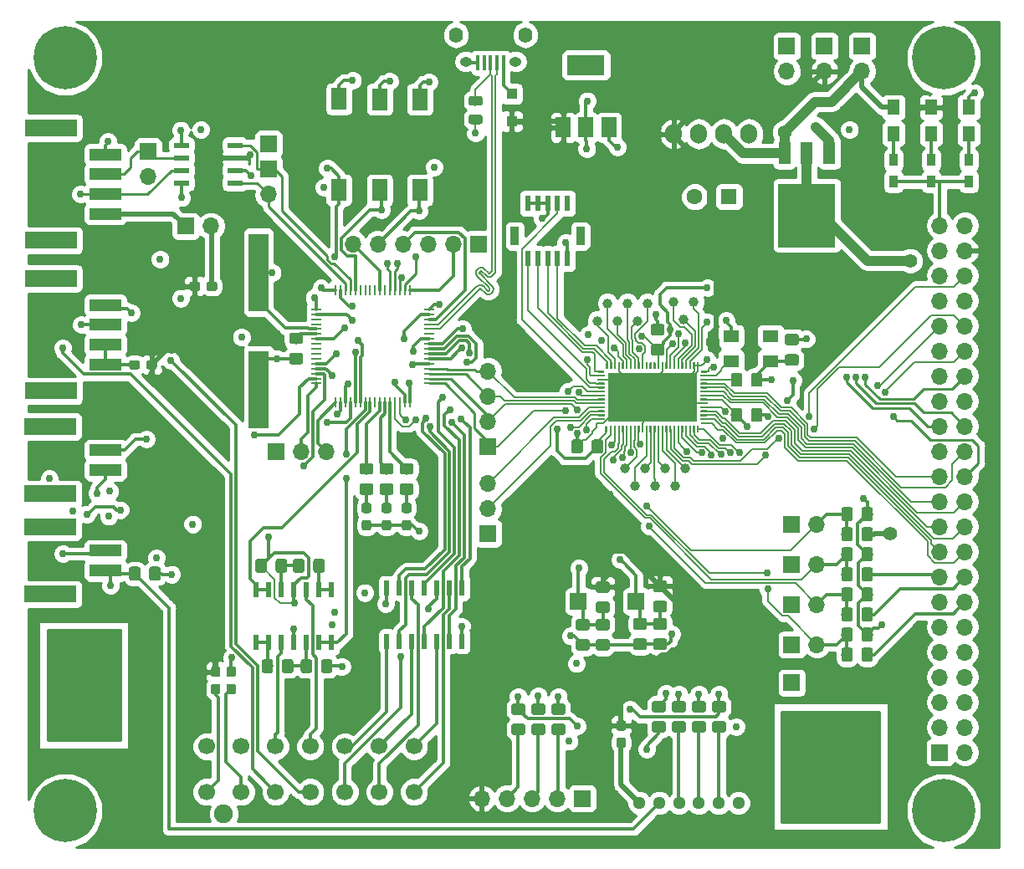
<source format=gtl>
G04 #@! TF.GenerationSoftware,KiCad,Pcbnew,(5.0.0)*
G04 #@! TF.CreationDate,2019-04-02T12:05:10-04:00*
G04 #@! TF.ProjectId,motor-controller-hw,6D6F746F722D636F6E74726F6C6C6572,rev?*
G04 #@! TF.SameCoordinates,Original*
G04 #@! TF.FileFunction,Copper,L1,Top,Signal*
G04 #@! TF.FilePolarity,Positive*
%FSLAX46Y46*%
G04 Gerber Fmt 4.6, Leading zero omitted, Abs format (unit mm)*
G04 Created by KiCad (PCBNEW (5.0.0)) date 04/02/19 12:05:10*
%MOMM*%
%LPD*%
G01*
G04 APERTURE LIST*
G04 #@! TA.AperFunction,Conductor*
%ADD10C,0.100000*%
G04 #@! TD*
G04 #@! TA.AperFunction,SMDPad,CuDef*
%ADD11C,0.200000*%
G04 #@! TD*
G04 #@! TA.AperFunction,SMDPad,CuDef*
%ADD12R,9.000000X5.000000*%
G04 #@! TD*
G04 #@! TA.AperFunction,ComponentPad*
%ADD13C,0.800000*%
G04 #@! TD*
G04 #@! TA.AperFunction,ComponentPad*
%ADD14C,6.400000*%
G04 #@! TD*
G04 #@! TA.AperFunction,ComponentPad*
%ADD15R,1.600000X1.600000*%
G04 #@! TD*
G04 #@! TA.AperFunction,ComponentPad*
%ADD16C,1.600000*%
G04 #@! TD*
G04 #@! TA.AperFunction,SMDPad,CuDef*
%ADD17C,1.150000*%
G04 #@! TD*
G04 #@! TA.AperFunction,SMDPad,CuDef*
%ADD18R,1.100000X1.100000*%
G04 #@! TD*
G04 #@! TA.AperFunction,SMDPad,CuDef*
%ADD19C,0.950000*%
G04 #@! TD*
G04 #@! TA.AperFunction,SMDPad,CuDef*
%ADD20R,3.200400X1.206500*%
G04 #@! TD*
G04 #@! TA.AperFunction,SMDPad,CuDef*
%ADD21R,5.299964X1.700022*%
G04 #@! TD*
G04 #@! TA.AperFunction,SMDPad,CuDef*
%ADD22R,3.200000X1.200000*%
G04 #@! TD*
G04 #@! TA.AperFunction,ComponentPad*
%ADD23O,1.422400X1.550000*%
G04 #@! TD*
G04 #@! TA.AperFunction,ComponentPad*
%ADD24O,1.250000X0.950000*%
G04 #@! TD*
G04 #@! TA.AperFunction,SMDPad,CuDef*
%ADD25R,0.400000X1.500000*%
G04 #@! TD*
G04 #@! TA.AperFunction,ComponentPad*
%ADD26C,1.700000*%
G04 #@! TD*
G04 #@! TA.AperFunction,ComponentPad*
%ADD27C,1.900000*%
G04 #@! TD*
G04 #@! TA.AperFunction,ComponentPad*
%ADD28C,1.300480*%
G04 #@! TD*
G04 #@! TA.AperFunction,ComponentPad*
%ADD29O,1.700000X1.700000*%
G04 #@! TD*
G04 #@! TA.AperFunction,ComponentPad*
%ADD30R,1.700000X1.700000*%
G04 #@! TD*
G04 #@! TA.AperFunction,SMDPad,CuDef*
%ADD31R,1.200000X2.200000*%
G04 #@! TD*
G04 #@! TA.AperFunction,SMDPad,CuDef*
%ADD32R,5.800000X6.400000*%
G04 #@! TD*
G04 #@! TA.AperFunction,SMDPad,CuDef*
%ADD33R,1.600000X2.180000*%
G04 #@! TD*
G04 #@! TA.AperFunction,BGAPad,CuDef*
%ADD34C,1.000000*%
G04 #@! TD*
G04 #@! TA.AperFunction,SMDPad,CuDef*
%ADD35R,3.800000X2.000000*%
G04 #@! TD*
G04 #@! TA.AperFunction,SMDPad,CuDef*
%ADD36R,1.500000X2.000000*%
G04 #@! TD*
G04 #@! TA.AperFunction,ComponentPad*
%ADD37O,1.700000X2.000000*%
G04 #@! TD*
G04 #@! TA.AperFunction,SMDPad,CuDef*
%ADD38R,0.600000X1.500000*%
G04 #@! TD*
G04 #@! TA.AperFunction,SMDPad,CuDef*
%ADD39R,1.550000X0.600000*%
G04 #@! TD*
G04 #@! TA.AperFunction,SMDPad,CuDef*
%ADD40R,1.000000X0.250000*%
G04 #@! TD*
G04 #@! TA.AperFunction,SMDPad,CuDef*
%ADD41R,0.250000X1.000000*%
G04 #@! TD*
G04 #@! TA.AperFunction,SMDPad,CuDef*
%ADD42R,2.000000X7.875000*%
G04 #@! TD*
G04 #@! TA.AperFunction,SMDPad,CuDef*
%ADD43R,0.600000X1.600000*%
G04 #@! TD*
G04 #@! TA.AperFunction,SMDPad,CuDef*
%ADD44R,0.850000X1.850000*%
G04 #@! TD*
G04 #@! TA.AperFunction,SMDPad,CuDef*
%ADD45R,1.600000X1.300000*%
G04 #@! TD*
G04 #@! TA.AperFunction,SMDPad,CuDef*
%ADD46R,1.300000X1.500000*%
G04 #@! TD*
G04 #@! TA.AperFunction,SMDPad,CuDef*
%ADD47R,0.900000X1.200000*%
G04 #@! TD*
G04 #@! TA.AperFunction,SMDPad,CuDef*
%ADD48C,0.975000*%
G04 #@! TD*
G04 #@! TA.AperFunction,ViaPad*
%ADD49C,0.762000*%
G04 #@! TD*
G04 #@! TA.AperFunction,ViaPad*
%ADD50C,1.422400*%
G04 #@! TD*
G04 #@! TA.AperFunction,Conductor*
%ADD51C,0.304800*%
G04 #@! TD*
G04 #@! TA.AperFunction,Conductor*
%ADD52C,0.508000*%
G04 #@! TD*
G04 #@! TA.AperFunction,Conductor*
%ADD53C,0.152400*%
G04 #@! TD*
G04 #@! TA.AperFunction,Conductor*
%ADD54C,1.016000*%
G04 #@! TD*
G04 #@! TA.AperFunction,Conductor*
%ADD55C,0.254000*%
G04 #@! TD*
G04 #@! TA.AperFunction,NonConductor*
%ADD56C,0.254000*%
G04 #@! TD*
G04 APERTURE END LIST*
D10*
G04 #@! TO.N,/TMC4671/RTMI_SCK*
G04 #@! TO.C,U401*
G36*
X101889921Y-85426393D02*
X101893804Y-85426969D01*
X101897611Y-85427922D01*
X101901307Y-85429245D01*
X101904856Y-85430923D01*
X101908223Y-85432941D01*
X101911376Y-85435280D01*
X101914284Y-85437916D01*
X101916920Y-85440824D01*
X101919259Y-85443977D01*
X101921277Y-85447344D01*
X101922955Y-85450893D01*
X101924278Y-85454589D01*
X101925231Y-85458396D01*
X101925807Y-85462279D01*
X101926000Y-85466200D01*
X101926000Y-86036200D01*
X101925807Y-86040121D01*
X101925231Y-86044004D01*
X101924278Y-86047811D01*
X101922955Y-86051507D01*
X101921277Y-86055056D01*
X101919259Y-86058423D01*
X101916920Y-86061576D01*
X101914284Y-86064484D01*
X101911376Y-86067120D01*
X101908223Y-86069459D01*
X101904856Y-86071477D01*
X101901307Y-86073155D01*
X101897611Y-86074478D01*
X101893804Y-86075431D01*
X101889921Y-86076007D01*
X101886000Y-86076200D01*
X101766000Y-86076200D01*
X101762079Y-86076007D01*
X101758196Y-86075431D01*
X101754389Y-86074478D01*
X101750693Y-86073155D01*
X101747144Y-86071477D01*
X101743777Y-86069459D01*
X101740624Y-86067120D01*
X101737716Y-86064484D01*
X101735080Y-86061576D01*
X101732741Y-86058423D01*
X101730723Y-86055056D01*
X101729045Y-86051507D01*
X101727722Y-86047811D01*
X101726769Y-86044004D01*
X101726193Y-86040121D01*
X101726000Y-86036200D01*
X101726000Y-85466200D01*
X101726193Y-85462279D01*
X101726769Y-85458396D01*
X101727722Y-85454589D01*
X101729045Y-85450893D01*
X101730723Y-85447344D01*
X101732741Y-85443977D01*
X101735080Y-85440824D01*
X101737716Y-85437916D01*
X101740624Y-85435280D01*
X101743777Y-85432941D01*
X101747144Y-85430923D01*
X101750693Y-85429245D01*
X101754389Y-85427922D01*
X101758196Y-85426969D01*
X101762079Y-85426393D01*
X101766000Y-85426200D01*
X101886000Y-85426200D01*
X101889921Y-85426393D01*
X101889921Y-85426393D01*
G37*
D11*
G04 #@! TD*
G04 #@! TO.P,U401,76*
G04 #@! TO.N,/TMC4671/RTMI_SCK*
X101826000Y-85751200D03*
D10*
G04 #@! TO.N,/TMC4671/RTMI_CS*
G04 #@! TO.C,U401*
G36*
X102289921Y-85426393D02*
X102293804Y-85426969D01*
X102297611Y-85427922D01*
X102301307Y-85429245D01*
X102304856Y-85430923D01*
X102308223Y-85432941D01*
X102311376Y-85435280D01*
X102314284Y-85437916D01*
X102316920Y-85440824D01*
X102319259Y-85443977D01*
X102321277Y-85447344D01*
X102322955Y-85450893D01*
X102324278Y-85454589D01*
X102325231Y-85458396D01*
X102325807Y-85462279D01*
X102326000Y-85466200D01*
X102326000Y-86086200D01*
X102325807Y-86090121D01*
X102325231Y-86094004D01*
X102324278Y-86097811D01*
X102322955Y-86101507D01*
X102321277Y-86105056D01*
X102319259Y-86108423D01*
X102316920Y-86111576D01*
X102314284Y-86114484D01*
X102311376Y-86117120D01*
X102308223Y-86119459D01*
X102304856Y-86121477D01*
X102301307Y-86123155D01*
X102297611Y-86124478D01*
X102293804Y-86125431D01*
X102289921Y-86126007D01*
X102286000Y-86126200D01*
X102166000Y-86126200D01*
X102162079Y-86126007D01*
X102158196Y-86125431D01*
X102154389Y-86124478D01*
X102150693Y-86123155D01*
X102147144Y-86121477D01*
X102143777Y-86119459D01*
X102140624Y-86117120D01*
X102137716Y-86114484D01*
X102135080Y-86111576D01*
X102132741Y-86108423D01*
X102130723Y-86105056D01*
X102129045Y-86101507D01*
X102127722Y-86097811D01*
X102126769Y-86094004D01*
X102126193Y-86090121D01*
X102126000Y-86086200D01*
X102126000Y-85466200D01*
X102126193Y-85462279D01*
X102126769Y-85458396D01*
X102127722Y-85454589D01*
X102129045Y-85450893D01*
X102130723Y-85447344D01*
X102132741Y-85443977D01*
X102135080Y-85440824D01*
X102137716Y-85437916D01*
X102140624Y-85435280D01*
X102143777Y-85432941D01*
X102147144Y-85430923D01*
X102150693Y-85429245D01*
X102154389Y-85427922D01*
X102158196Y-85426969D01*
X102162079Y-85426393D01*
X102166000Y-85426200D01*
X102286000Y-85426200D01*
X102289921Y-85426393D01*
X102289921Y-85426393D01*
G37*
D11*
G04 #@! TD*
G04 #@! TO.P,U401,75*
G04 #@! TO.N,/TMC4671/RTMI_CS*
X102226000Y-85776200D03*
D10*
G04 #@! TO.N,Net-(TP418-Pad1)*
G04 #@! TO.C,U401*
G36*
X102689921Y-85426393D02*
X102693804Y-85426969D01*
X102697611Y-85427922D01*
X102701307Y-85429245D01*
X102704856Y-85430923D01*
X102708223Y-85432941D01*
X102711376Y-85435280D01*
X102714284Y-85437916D01*
X102716920Y-85440824D01*
X102719259Y-85443977D01*
X102721277Y-85447344D01*
X102722955Y-85450893D01*
X102724278Y-85454589D01*
X102725231Y-85458396D01*
X102725807Y-85462279D01*
X102726000Y-85466200D01*
X102726000Y-86086200D01*
X102725807Y-86090121D01*
X102725231Y-86094004D01*
X102724278Y-86097811D01*
X102722955Y-86101507D01*
X102721277Y-86105056D01*
X102719259Y-86108423D01*
X102716920Y-86111576D01*
X102714284Y-86114484D01*
X102711376Y-86117120D01*
X102708223Y-86119459D01*
X102704856Y-86121477D01*
X102701307Y-86123155D01*
X102697611Y-86124478D01*
X102693804Y-86125431D01*
X102689921Y-86126007D01*
X102686000Y-86126200D01*
X102566000Y-86126200D01*
X102562079Y-86126007D01*
X102558196Y-86125431D01*
X102554389Y-86124478D01*
X102550693Y-86123155D01*
X102547144Y-86121477D01*
X102543777Y-86119459D01*
X102540624Y-86117120D01*
X102537716Y-86114484D01*
X102535080Y-86111576D01*
X102532741Y-86108423D01*
X102530723Y-86105056D01*
X102529045Y-86101507D01*
X102527722Y-86097811D01*
X102526769Y-86094004D01*
X102526193Y-86090121D01*
X102526000Y-86086200D01*
X102526000Y-85466200D01*
X102526193Y-85462279D01*
X102526769Y-85458396D01*
X102527722Y-85454589D01*
X102529045Y-85450893D01*
X102530723Y-85447344D01*
X102532741Y-85443977D01*
X102535080Y-85440824D01*
X102537716Y-85437916D01*
X102540624Y-85435280D01*
X102543777Y-85432941D01*
X102547144Y-85430923D01*
X102550693Y-85429245D01*
X102554389Y-85427922D01*
X102558196Y-85426969D01*
X102562079Y-85426393D01*
X102566000Y-85426200D01*
X102686000Y-85426200D01*
X102689921Y-85426393D01*
X102689921Y-85426393D01*
G37*
D11*
G04 #@! TD*
G04 #@! TO.P,U401,74*
G04 #@! TO.N,Net-(TP418-Pad1)*
X102626000Y-85776200D03*
D10*
G04 #@! TO.N,GNDD*
G04 #@! TO.C,U401*
G36*
X103089921Y-85426393D02*
X103093804Y-85426969D01*
X103097611Y-85427922D01*
X103101307Y-85429245D01*
X103104856Y-85430923D01*
X103108223Y-85432941D01*
X103111376Y-85435280D01*
X103114284Y-85437916D01*
X103116920Y-85440824D01*
X103119259Y-85443977D01*
X103121277Y-85447344D01*
X103122955Y-85450893D01*
X103124278Y-85454589D01*
X103125231Y-85458396D01*
X103125807Y-85462279D01*
X103126000Y-85466200D01*
X103126000Y-86086200D01*
X103125807Y-86090121D01*
X103125231Y-86094004D01*
X103124278Y-86097811D01*
X103122955Y-86101507D01*
X103121277Y-86105056D01*
X103119259Y-86108423D01*
X103116920Y-86111576D01*
X103114284Y-86114484D01*
X103111376Y-86117120D01*
X103108223Y-86119459D01*
X103104856Y-86121477D01*
X103101307Y-86123155D01*
X103097611Y-86124478D01*
X103093804Y-86125431D01*
X103089921Y-86126007D01*
X103086000Y-86126200D01*
X102966000Y-86126200D01*
X102962079Y-86126007D01*
X102958196Y-86125431D01*
X102954389Y-86124478D01*
X102950693Y-86123155D01*
X102947144Y-86121477D01*
X102943777Y-86119459D01*
X102940624Y-86117120D01*
X102937716Y-86114484D01*
X102935080Y-86111576D01*
X102932741Y-86108423D01*
X102930723Y-86105056D01*
X102929045Y-86101507D01*
X102927722Y-86097811D01*
X102926769Y-86094004D01*
X102926193Y-86090121D01*
X102926000Y-86086200D01*
X102926000Y-85466200D01*
X102926193Y-85462279D01*
X102926769Y-85458396D01*
X102927722Y-85454589D01*
X102929045Y-85450893D01*
X102930723Y-85447344D01*
X102932741Y-85443977D01*
X102935080Y-85440824D01*
X102937716Y-85437916D01*
X102940624Y-85435280D01*
X102943777Y-85432941D01*
X102947144Y-85430923D01*
X102950693Y-85429245D01*
X102954389Y-85427922D01*
X102958196Y-85426969D01*
X102962079Y-85426393D01*
X102966000Y-85426200D01*
X103086000Y-85426200D01*
X103089921Y-85426393D01*
X103089921Y-85426393D01*
G37*
D11*
G04 #@! TD*
G04 #@! TO.P,U401,73*
G04 #@! TO.N,GNDD*
X103026000Y-85776200D03*
D10*
G04 #@! TO.N,+3V3*
G04 #@! TO.C,U401*
G36*
X103489921Y-85426393D02*
X103493804Y-85426969D01*
X103497611Y-85427922D01*
X103501307Y-85429245D01*
X103504856Y-85430923D01*
X103508223Y-85432941D01*
X103511376Y-85435280D01*
X103514284Y-85437916D01*
X103516920Y-85440824D01*
X103519259Y-85443977D01*
X103521277Y-85447344D01*
X103522955Y-85450893D01*
X103524278Y-85454589D01*
X103525231Y-85458396D01*
X103525807Y-85462279D01*
X103526000Y-85466200D01*
X103526000Y-86086200D01*
X103525807Y-86090121D01*
X103525231Y-86094004D01*
X103524278Y-86097811D01*
X103522955Y-86101507D01*
X103521277Y-86105056D01*
X103519259Y-86108423D01*
X103516920Y-86111576D01*
X103514284Y-86114484D01*
X103511376Y-86117120D01*
X103508223Y-86119459D01*
X103504856Y-86121477D01*
X103501307Y-86123155D01*
X103497611Y-86124478D01*
X103493804Y-86125431D01*
X103489921Y-86126007D01*
X103486000Y-86126200D01*
X103366000Y-86126200D01*
X103362079Y-86126007D01*
X103358196Y-86125431D01*
X103354389Y-86124478D01*
X103350693Y-86123155D01*
X103347144Y-86121477D01*
X103343777Y-86119459D01*
X103340624Y-86117120D01*
X103337716Y-86114484D01*
X103335080Y-86111576D01*
X103332741Y-86108423D01*
X103330723Y-86105056D01*
X103329045Y-86101507D01*
X103327722Y-86097811D01*
X103326769Y-86094004D01*
X103326193Y-86090121D01*
X103326000Y-86086200D01*
X103326000Y-85466200D01*
X103326193Y-85462279D01*
X103326769Y-85458396D01*
X103327722Y-85454589D01*
X103329045Y-85450893D01*
X103330723Y-85447344D01*
X103332741Y-85443977D01*
X103335080Y-85440824D01*
X103337716Y-85437916D01*
X103340624Y-85435280D01*
X103343777Y-85432941D01*
X103347144Y-85430923D01*
X103350693Y-85429245D01*
X103354389Y-85427922D01*
X103358196Y-85426969D01*
X103362079Y-85426393D01*
X103366000Y-85426200D01*
X103486000Y-85426200D01*
X103489921Y-85426393D01*
X103489921Y-85426393D01*
G37*
D11*
G04 #@! TD*
G04 #@! TO.P,U401,72*
G04 #@! TO.N,+3V3*
X103426000Y-85776200D03*
D10*
G04 #@! TO.N,Net-(TP417-Pad1)*
G04 #@! TO.C,U401*
G36*
X103889921Y-85426393D02*
X103893804Y-85426969D01*
X103897611Y-85427922D01*
X103901307Y-85429245D01*
X103904856Y-85430923D01*
X103908223Y-85432941D01*
X103911376Y-85435280D01*
X103914284Y-85437916D01*
X103916920Y-85440824D01*
X103919259Y-85443977D01*
X103921277Y-85447344D01*
X103922955Y-85450893D01*
X103924278Y-85454589D01*
X103925231Y-85458396D01*
X103925807Y-85462279D01*
X103926000Y-85466200D01*
X103926000Y-86086200D01*
X103925807Y-86090121D01*
X103925231Y-86094004D01*
X103924278Y-86097811D01*
X103922955Y-86101507D01*
X103921277Y-86105056D01*
X103919259Y-86108423D01*
X103916920Y-86111576D01*
X103914284Y-86114484D01*
X103911376Y-86117120D01*
X103908223Y-86119459D01*
X103904856Y-86121477D01*
X103901307Y-86123155D01*
X103897611Y-86124478D01*
X103893804Y-86125431D01*
X103889921Y-86126007D01*
X103886000Y-86126200D01*
X103766000Y-86126200D01*
X103762079Y-86126007D01*
X103758196Y-86125431D01*
X103754389Y-86124478D01*
X103750693Y-86123155D01*
X103747144Y-86121477D01*
X103743777Y-86119459D01*
X103740624Y-86117120D01*
X103737716Y-86114484D01*
X103735080Y-86111576D01*
X103732741Y-86108423D01*
X103730723Y-86105056D01*
X103729045Y-86101507D01*
X103727722Y-86097811D01*
X103726769Y-86094004D01*
X103726193Y-86090121D01*
X103726000Y-86086200D01*
X103726000Y-85466200D01*
X103726193Y-85462279D01*
X103726769Y-85458396D01*
X103727722Y-85454589D01*
X103729045Y-85450893D01*
X103730723Y-85447344D01*
X103732741Y-85443977D01*
X103735080Y-85440824D01*
X103737716Y-85437916D01*
X103740624Y-85435280D01*
X103743777Y-85432941D01*
X103747144Y-85430923D01*
X103750693Y-85429245D01*
X103754389Y-85427922D01*
X103758196Y-85426969D01*
X103762079Y-85426393D01*
X103766000Y-85426200D01*
X103886000Y-85426200D01*
X103889921Y-85426393D01*
X103889921Y-85426393D01*
G37*
D11*
G04 #@! TD*
G04 #@! TO.P,U401,71*
G04 #@! TO.N,Net-(TP417-Pad1)*
X103826000Y-85776200D03*
D10*
G04 #@! TO.N,Net-(TP416-Pad1)*
G04 #@! TO.C,U401*
G36*
X104289921Y-85426393D02*
X104293804Y-85426969D01*
X104297611Y-85427922D01*
X104301307Y-85429245D01*
X104304856Y-85430923D01*
X104308223Y-85432941D01*
X104311376Y-85435280D01*
X104314284Y-85437916D01*
X104316920Y-85440824D01*
X104319259Y-85443977D01*
X104321277Y-85447344D01*
X104322955Y-85450893D01*
X104324278Y-85454589D01*
X104325231Y-85458396D01*
X104325807Y-85462279D01*
X104326000Y-85466200D01*
X104326000Y-86086200D01*
X104325807Y-86090121D01*
X104325231Y-86094004D01*
X104324278Y-86097811D01*
X104322955Y-86101507D01*
X104321277Y-86105056D01*
X104319259Y-86108423D01*
X104316920Y-86111576D01*
X104314284Y-86114484D01*
X104311376Y-86117120D01*
X104308223Y-86119459D01*
X104304856Y-86121477D01*
X104301307Y-86123155D01*
X104297611Y-86124478D01*
X104293804Y-86125431D01*
X104289921Y-86126007D01*
X104286000Y-86126200D01*
X104166000Y-86126200D01*
X104162079Y-86126007D01*
X104158196Y-86125431D01*
X104154389Y-86124478D01*
X104150693Y-86123155D01*
X104147144Y-86121477D01*
X104143777Y-86119459D01*
X104140624Y-86117120D01*
X104137716Y-86114484D01*
X104135080Y-86111576D01*
X104132741Y-86108423D01*
X104130723Y-86105056D01*
X104129045Y-86101507D01*
X104127722Y-86097811D01*
X104126769Y-86094004D01*
X104126193Y-86090121D01*
X104126000Y-86086200D01*
X104126000Y-85466200D01*
X104126193Y-85462279D01*
X104126769Y-85458396D01*
X104127722Y-85454589D01*
X104129045Y-85450893D01*
X104130723Y-85447344D01*
X104132741Y-85443977D01*
X104135080Y-85440824D01*
X104137716Y-85437916D01*
X104140624Y-85435280D01*
X104143777Y-85432941D01*
X104147144Y-85430923D01*
X104150693Y-85429245D01*
X104154389Y-85427922D01*
X104158196Y-85426969D01*
X104162079Y-85426393D01*
X104166000Y-85426200D01*
X104286000Y-85426200D01*
X104289921Y-85426393D01*
X104289921Y-85426393D01*
G37*
D11*
G04 #@! TD*
G04 #@! TO.P,U401,70*
G04 #@! TO.N,Net-(TP416-Pad1)*
X104226000Y-85776200D03*
D10*
G04 #@! TO.N,Net-(TP408-Pad1)*
G04 #@! TO.C,U401*
G36*
X104689921Y-85426393D02*
X104693804Y-85426969D01*
X104697611Y-85427922D01*
X104701307Y-85429245D01*
X104704856Y-85430923D01*
X104708223Y-85432941D01*
X104711376Y-85435280D01*
X104714284Y-85437916D01*
X104716920Y-85440824D01*
X104719259Y-85443977D01*
X104721277Y-85447344D01*
X104722955Y-85450893D01*
X104724278Y-85454589D01*
X104725231Y-85458396D01*
X104725807Y-85462279D01*
X104726000Y-85466200D01*
X104726000Y-86086200D01*
X104725807Y-86090121D01*
X104725231Y-86094004D01*
X104724278Y-86097811D01*
X104722955Y-86101507D01*
X104721277Y-86105056D01*
X104719259Y-86108423D01*
X104716920Y-86111576D01*
X104714284Y-86114484D01*
X104711376Y-86117120D01*
X104708223Y-86119459D01*
X104704856Y-86121477D01*
X104701307Y-86123155D01*
X104697611Y-86124478D01*
X104693804Y-86125431D01*
X104689921Y-86126007D01*
X104686000Y-86126200D01*
X104566000Y-86126200D01*
X104562079Y-86126007D01*
X104558196Y-86125431D01*
X104554389Y-86124478D01*
X104550693Y-86123155D01*
X104547144Y-86121477D01*
X104543777Y-86119459D01*
X104540624Y-86117120D01*
X104537716Y-86114484D01*
X104535080Y-86111576D01*
X104532741Y-86108423D01*
X104530723Y-86105056D01*
X104529045Y-86101507D01*
X104527722Y-86097811D01*
X104526769Y-86094004D01*
X104526193Y-86090121D01*
X104526000Y-86086200D01*
X104526000Y-85466200D01*
X104526193Y-85462279D01*
X104526769Y-85458396D01*
X104527722Y-85454589D01*
X104529045Y-85450893D01*
X104530723Y-85447344D01*
X104532741Y-85443977D01*
X104535080Y-85440824D01*
X104537716Y-85437916D01*
X104540624Y-85435280D01*
X104543777Y-85432941D01*
X104547144Y-85430923D01*
X104550693Y-85429245D01*
X104554389Y-85427922D01*
X104558196Y-85426969D01*
X104562079Y-85426393D01*
X104566000Y-85426200D01*
X104686000Y-85426200D01*
X104689921Y-85426393D01*
X104689921Y-85426393D01*
G37*
D11*
G04 #@! TD*
G04 #@! TO.P,U401,69*
G04 #@! TO.N,Net-(TP408-Pad1)*
X104626000Y-85776200D03*
D10*
G04 #@! TO.N,Net-(TP407-Pad1)*
G04 #@! TO.C,U401*
G36*
X105089921Y-85426393D02*
X105093804Y-85426969D01*
X105097611Y-85427922D01*
X105101307Y-85429245D01*
X105104856Y-85430923D01*
X105108223Y-85432941D01*
X105111376Y-85435280D01*
X105114284Y-85437916D01*
X105116920Y-85440824D01*
X105119259Y-85443977D01*
X105121277Y-85447344D01*
X105122955Y-85450893D01*
X105124278Y-85454589D01*
X105125231Y-85458396D01*
X105125807Y-85462279D01*
X105126000Y-85466200D01*
X105126000Y-86086200D01*
X105125807Y-86090121D01*
X105125231Y-86094004D01*
X105124278Y-86097811D01*
X105122955Y-86101507D01*
X105121277Y-86105056D01*
X105119259Y-86108423D01*
X105116920Y-86111576D01*
X105114284Y-86114484D01*
X105111376Y-86117120D01*
X105108223Y-86119459D01*
X105104856Y-86121477D01*
X105101307Y-86123155D01*
X105097611Y-86124478D01*
X105093804Y-86125431D01*
X105089921Y-86126007D01*
X105086000Y-86126200D01*
X104966000Y-86126200D01*
X104962079Y-86126007D01*
X104958196Y-86125431D01*
X104954389Y-86124478D01*
X104950693Y-86123155D01*
X104947144Y-86121477D01*
X104943777Y-86119459D01*
X104940624Y-86117120D01*
X104937716Y-86114484D01*
X104935080Y-86111576D01*
X104932741Y-86108423D01*
X104930723Y-86105056D01*
X104929045Y-86101507D01*
X104927722Y-86097811D01*
X104926769Y-86094004D01*
X104926193Y-86090121D01*
X104926000Y-86086200D01*
X104926000Y-85466200D01*
X104926193Y-85462279D01*
X104926769Y-85458396D01*
X104927722Y-85454589D01*
X104929045Y-85450893D01*
X104930723Y-85447344D01*
X104932741Y-85443977D01*
X104935080Y-85440824D01*
X104937716Y-85437916D01*
X104940624Y-85435280D01*
X104943777Y-85432941D01*
X104947144Y-85430923D01*
X104950693Y-85429245D01*
X104954389Y-85427922D01*
X104958196Y-85426969D01*
X104962079Y-85426393D01*
X104966000Y-85426200D01*
X105086000Y-85426200D01*
X105089921Y-85426393D01*
X105089921Y-85426393D01*
G37*
D11*
G04 #@! TD*
G04 #@! TO.P,U401,68*
G04 #@! TO.N,Net-(TP407-Pad1)*
X105026000Y-85776200D03*
D10*
G04 #@! TO.N,Net-(TP406-Pad1)*
G04 #@! TO.C,U401*
G36*
X105489921Y-85426393D02*
X105493804Y-85426969D01*
X105497611Y-85427922D01*
X105501307Y-85429245D01*
X105504856Y-85430923D01*
X105508223Y-85432941D01*
X105511376Y-85435280D01*
X105514284Y-85437916D01*
X105516920Y-85440824D01*
X105519259Y-85443977D01*
X105521277Y-85447344D01*
X105522955Y-85450893D01*
X105524278Y-85454589D01*
X105525231Y-85458396D01*
X105525807Y-85462279D01*
X105526000Y-85466200D01*
X105526000Y-86086200D01*
X105525807Y-86090121D01*
X105525231Y-86094004D01*
X105524278Y-86097811D01*
X105522955Y-86101507D01*
X105521277Y-86105056D01*
X105519259Y-86108423D01*
X105516920Y-86111576D01*
X105514284Y-86114484D01*
X105511376Y-86117120D01*
X105508223Y-86119459D01*
X105504856Y-86121477D01*
X105501307Y-86123155D01*
X105497611Y-86124478D01*
X105493804Y-86125431D01*
X105489921Y-86126007D01*
X105486000Y-86126200D01*
X105366000Y-86126200D01*
X105362079Y-86126007D01*
X105358196Y-86125431D01*
X105354389Y-86124478D01*
X105350693Y-86123155D01*
X105347144Y-86121477D01*
X105343777Y-86119459D01*
X105340624Y-86117120D01*
X105337716Y-86114484D01*
X105335080Y-86111576D01*
X105332741Y-86108423D01*
X105330723Y-86105056D01*
X105329045Y-86101507D01*
X105327722Y-86097811D01*
X105326769Y-86094004D01*
X105326193Y-86090121D01*
X105326000Y-86086200D01*
X105326000Y-85466200D01*
X105326193Y-85462279D01*
X105326769Y-85458396D01*
X105327722Y-85454589D01*
X105329045Y-85450893D01*
X105330723Y-85447344D01*
X105332741Y-85443977D01*
X105335080Y-85440824D01*
X105337716Y-85437916D01*
X105340624Y-85435280D01*
X105343777Y-85432941D01*
X105347144Y-85430923D01*
X105350693Y-85429245D01*
X105354389Y-85427922D01*
X105358196Y-85426969D01*
X105362079Y-85426393D01*
X105366000Y-85426200D01*
X105486000Y-85426200D01*
X105489921Y-85426393D01*
X105489921Y-85426393D01*
G37*
D11*
G04 #@! TD*
G04 #@! TO.P,U401,67*
G04 #@! TO.N,Net-(TP406-Pad1)*
X105426000Y-85776200D03*
D10*
G04 #@! TO.N,Net-(U401-Pad66)*
G04 #@! TO.C,U401*
G36*
X105889921Y-85426393D02*
X105893804Y-85426969D01*
X105897611Y-85427922D01*
X105901307Y-85429245D01*
X105904856Y-85430923D01*
X105908223Y-85432941D01*
X105911376Y-85435280D01*
X105914284Y-85437916D01*
X105916920Y-85440824D01*
X105919259Y-85443977D01*
X105921277Y-85447344D01*
X105922955Y-85450893D01*
X105924278Y-85454589D01*
X105925231Y-85458396D01*
X105925807Y-85462279D01*
X105926000Y-85466200D01*
X105926000Y-86086200D01*
X105925807Y-86090121D01*
X105925231Y-86094004D01*
X105924278Y-86097811D01*
X105922955Y-86101507D01*
X105921277Y-86105056D01*
X105919259Y-86108423D01*
X105916920Y-86111576D01*
X105914284Y-86114484D01*
X105911376Y-86117120D01*
X105908223Y-86119459D01*
X105904856Y-86121477D01*
X105901307Y-86123155D01*
X105897611Y-86124478D01*
X105893804Y-86125431D01*
X105889921Y-86126007D01*
X105886000Y-86126200D01*
X105766000Y-86126200D01*
X105762079Y-86126007D01*
X105758196Y-86125431D01*
X105754389Y-86124478D01*
X105750693Y-86123155D01*
X105747144Y-86121477D01*
X105743777Y-86119459D01*
X105740624Y-86117120D01*
X105737716Y-86114484D01*
X105735080Y-86111576D01*
X105732741Y-86108423D01*
X105730723Y-86105056D01*
X105729045Y-86101507D01*
X105727722Y-86097811D01*
X105726769Y-86094004D01*
X105726193Y-86090121D01*
X105726000Y-86086200D01*
X105726000Y-85466200D01*
X105726193Y-85462279D01*
X105726769Y-85458396D01*
X105727722Y-85454589D01*
X105729045Y-85450893D01*
X105730723Y-85447344D01*
X105732741Y-85443977D01*
X105735080Y-85440824D01*
X105737716Y-85437916D01*
X105740624Y-85435280D01*
X105743777Y-85432941D01*
X105747144Y-85430923D01*
X105750693Y-85429245D01*
X105754389Y-85427922D01*
X105758196Y-85426969D01*
X105762079Y-85426393D01*
X105766000Y-85426200D01*
X105886000Y-85426200D01*
X105889921Y-85426393D01*
X105889921Y-85426393D01*
G37*
D11*
G04 #@! TD*
G04 #@! TO.P,U401,66*
G04 #@! TO.N,Net-(U401-Pad66)*
X105826000Y-85776200D03*
D10*
G04 #@! TO.N,Net-(U401-Pad65)*
G04 #@! TO.C,U401*
G36*
X106289921Y-85426393D02*
X106293804Y-85426969D01*
X106297611Y-85427922D01*
X106301307Y-85429245D01*
X106304856Y-85430923D01*
X106308223Y-85432941D01*
X106311376Y-85435280D01*
X106314284Y-85437916D01*
X106316920Y-85440824D01*
X106319259Y-85443977D01*
X106321277Y-85447344D01*
X106322955Y-85450893D01*
X106324278Y-85454589D01*
X106325231Y-85458396D01*
X106325807Y-85462279D01*
X106326000Y-85466200D01*
X106326000Y-86086200D01*
X106325807Y-86090121D01*
X106325231Y-86094004D01*
X106324278Y-86097811D01*
X106322955Y-86101507D01*
X106321277Y-86105056D01*
X106319259Y-86108423D01*
X106316920Y-86111576D01*
X106314284Y-86114484D01*
X106311376Y-86117120D01*
X106308223Y-86119459D01*
X106304856Y-86121477D01*
X106301307Y-86123155D01*
X106297611Y-86124478D01*
X106293804Y-86125431D01*
X106289921Y-86126007D01*
X106286000Y-86126200D01*
X106166000Y-86126200D01*
X106162079Y-86126007D01*
X106158196Y-86125431D01*
X106154389Y-86124478D01*
X106150693Y-86123155D01*
X106147144Y-86121477D01*
X106143777Y-86119459D01*
X106140624Y-86117120D01*
X106137716Y-86114484D01*
X106135080Y-86111576D01*
X106132741Y-86108423D01*
X106130723Y-86105056D01*
X106129045Y-86101507D01*
X106127722Y-86097811D01*
X106126769Y-86094004D01*
X106126193Y-86090121D01*
X106126000Y-86086200D01*
X106126000Y-85466200D01*
X106126193Y-85462279D01*
X106126769Y-85458396D01*
X106127722Y-85454589D01*
X106129045Y-85450893D01*
X106130723Y-85447344D01*
X106132741Y-85443977D01*
X106135080Y-85440824D01*
X106137716Y-85437916D01*
X106140624Y-85435280D01*
X106143777Y-85432941D01*
X106147144Y-85430923D01*
X106150693Y-85429245D01*
X106154389Y-85427922D01*
X106158196Y-85426969D01*
X106162079Y-85426393D01*
X106166000Y-85426200D01*
X106286000Y-85426200D01*
X106289921Y-85426393D01*
X106289921Y-85426393D01*
G37*
D11*
G04 #@! TD*
G04 #@! TO.P,U401,65*
G04 #@! TO.N,Net-(U401-Pad65)*
X106226000Y-85776200D03*
D10*
G04 #@! TO.N,Net-(U401-Pad64)*
G04 #@! TO.C,U401*
G36*
X106689921Y-85426393D02*
X106693804Y-85426969D01*
X106697611Y-85427922D01*
X106701307Y-85429245D01*
X106704856Y-85430923D01*
X106708223Y-85432941D01*
X106711376Y-85435280D01*
X106714284Y-85437916D01*
X106716920Y-85440824D01*
X106719259Y-85443977D01*
X106721277Y-85447344D01*
X106722955Y-85450893D01*
X106724278Y-85454589D01*
X106725231Y-85458396D01*
X106725807Y-85462279D01*
X106726000Y-85466200D01*
X106726000Y-86086200D01*
X106725807Y-86090121D01*
X106725231Y-86094004D01*
X106724278Y-86097811D01*
X106722955Y-86101507D01*
X106721277Y-86105056D01*
X106719259Y-86108423D01*
X106716920Y-86111576D01*
X106714284Y-86114484D01*
X106711376Y-86117120D01*
X106708223Y-86119459D01*
X106704856Y-86121477D01*
X106701307Y-86123155D01*
X106697611Y-86124478D01*
X106693804Y-86125431D01*
X106689921Y-86126007D01*
X106686000Y-86126200D01*
X106566000Y-86126200D01*
X106562079Y-86126007D01*
X106558196Y-86125431D01*
X106554389Y-86124478D01*
X106550693Y-86123155D01*
X106547144Y-86121477D01*
X106543777Y-86119459D01*
X106540624Y-86117120D01*
X106537716Y-86114484D01*
X106535080Y-86111576D01*
X106532741Y-86108423D01*
X106530723Y-86105056D01*
X106529045Y-86101507D01*
X106527722Y-86097811D01*
X106526769Y-86094004D01*
X106526193Y-86090121D01*
X106526000Y-86086200D01*
X106526000Y-85466200D01*
X106526193Y-85462279D01*
X106526769Y-85458396D01*
X106527722Y-85454589D01*
X106529045Y-85450893D01*
X106530723Y-85447344D01*
X106532741Y-85443977D01*
X106535080Y-85440824D01*
X106537716Y-85437916D01*
X106540624Y-85435280D01*
X106543777Y-85432941D01*
X106547144Y-85430923D01*
X106550693Y-85429245D01*
X106554389Y-85427922D01*
X106558196Y-85426969D01*
X106562079Y-85426393D01*
X106566000Y-85426200D01*
X106686000Y-85426200D01*
X106689921Y-85426393D01*
X106689921Y-85426393D01*
G37*
D11*
G04 #@! TD*
G04 #@! TO.P,U401,64*
G04 #@! TO.N,Net-(U401-Pad64)*
X106626000Y-85776200D03*
D10*
G04 #@! TO.N,/TMC4671/1v8*
G04 #@! TO.C,U401*
G36*
X107089921Y-85426393D02*
X107093804Y-85426969D01*
X107097611Y-85427922D01*
X107101307Y-85429245D01*
X107104856Y-85430923D01*
X107108223Y-85432941D01*
X107111376Y-85435280D01*
X107114284Y-85437916D01*
X107116920Y-85440824D01*
X107119259Y-85443977D01*
X107121277Y-85447344D01*
X107122955Y-85450893D01*
X107124278Y-85454589D01*
X107125231Y-85458396D01*
X107125807Y-85462279D01*
X107126000Y-85466200D01*
X107126000Y-86086200D01*
X107125807Y-86090121D01*
X107125231Y-86094004D01*
X107124278Y-86097811D01*
X107122955Y-86101507D01*
X107121277Y-86105056D01*
X107119259Y-86108423D01*
X107116920Y-86111576D01*
X107114284Y-86114484D01*
X107111376Y-86117120D01*
X107108223Y-86119459D01*
X107104856Y-86121477D01*
X107101307Y-86123155D01*
X107097611Y-86124478D01*
X107093804Y-86125431D01*
X107089921Y-86126007D01*
X107086000Y-86126200D01*
X106966000Y-86126200D01*
X106962079Y-86126007D01*
X106958196Y-86125431D01*
X106954389Y-86124478D01*
X106950693Y-86123155D01*
X106947144Y-86121477D01*
X106943777Y-86119459D01*
X106940624Y-86117120D01*
X106937716Y-86114484D01*
X106935080Y-86111576D01*
X106932741Y-86108423D01*
X106930723Y-86105056D01*
X106929045Y-86101507D01*
X106927722Y-86097811D01*
X106926769Y-86094004D01*
X106926193Y-86090121D01*
X106926000Y-86086200D01*
X106926000Y-85466200D01*
X106926193Y-85462279D01*
X106926769Y-85458396D01*
X106927722Y-85454589D01*
X106929045Y-85450893D01*
X106930723Y-85447344D01*
X106932741Y-85443977D01*
X106935080Y-85440824D01*
X106937716Y-85437916D01*
X106940624Y-85435280D01*
X106943777Y-85432941D01*
X106947144Y-85430923D01*
X106950693Y-85429245D01*
X106954389Y-85427922D01*
X106958196Y-85426969D01*
X106962079Y-85426393D01*
X106966000Y-85426200D01*
X107086000Y-85426200D01*
X107089921Y-85426393D01*
X107089921Y-85426393D01*
G37*
D11*
G04 #@! TD*
G04 #@! TO.P,U401,63*
G04 #@! TO.N,/TMC4671/1v8*
X107026000Y-85776200D03*
D10*
G04 #@! TO.N,GNDD*
G04 #@! TO.C,U401*
G36*
X107489921Y-85426393D02*
X107493804Y-85426969D01*
X107497611Y-85427922D01*
X107501307Y-85429245D01*
X107504856Y-85430923D01*
X107508223Y-85432941D01*
X107511376Y-85435280D01*
X107514284Y-85437916D01*
X107516920Y-85440824D01*
X107519259Y-85443977D01*
X107521277Y-85447344D01*
X107522955Y-85450893D01*
X107524278Y-85454589D01*
X107525231Y-85458396D01*
X107525807Y-85462279D01*
X107526000Y-85466200D01*
X107526000Y-86086200D01*
X107525807Y-86090121D01*
X107525231Y-86094004D01*
X107524278Y-86097811D01*
X107522955Y-86101507D01*
X107521277Y-86105056D01*
X107519259Y-86108423D01*
X107516920Y-86111576D01*
X107514284Y-86114484D01*
X107511376Y-86117120D01*
X107508223Y-86119459D01*
X107504856Y-86121477D01*
X107501307Y-86123155D01*
X107497611Y-86124478D01*
X107493804Y-86125431D01*
X107489921Y-86126007D01*
X107486000Y-86126200D01*
X107366000Y-86126200D01*
X107362079Y-86126007D01*
X107358196Y-86125431D01*
X107354389Y-86124478D01*
X107350693Y-86123155D01*
X107347144Y-86121477D01*
X107343777Y-86119459D01*
X107340624Y-86117120D01*
X107337716Y-86114484D01*
X107335080Y-86111576D01*
X107332741Y-86108423D01*
X107330723Y-86105056D01*
X107329045Y-86101507D01*
X107327722Y-86097811D01*
X107326769Y-86094004D01*
X107326193Y-86090121D01*
X107326000Y-86086200D01*
X107326000Y-85466200D01*
X107326193Y-85462279D01*
X107326769Y-85458396D01*
X107327722Y-85454589D01*
X107329045Y-85450893D01*
X107330723Y-85447344D01*
X107332741Y-85443977D01*
X107335080Y-85440824D01*
X107337716Y-85437916D01*
X107340624Y-85435280D01*
X107343777Y-85432941D01*
X107347144Y-85430923D01*
X107350693Y-85429245D01*
X107354389Y-85427922D01*
X107358196Y-85426969D01*
X107362079Y-85426393D01*
X107366000Y-85426200D01*
X107486000Y-85426200D01*
X107489921Y-85426393D01*
X107489921Y-85426393D01*
G37*
D11*
G04 #@! TD*
G04 #@! TO.P,U401,62*
G04 #@! TO.N,GNDD*
X107426000Y-85776200D03*
D10*
G04 #@! TO.N,+3V3*
G04 #@! TO.C,U401*
G36*
X107889921Y-85426393D02*
X107893804Y-85426969D01*
X107897611Y-85427922D01*
X107901307Y-85429245D01*
X107904856Y-85430923D01*
X107908223Y-85432941D01*
X107911376Y-85435280D01*
X107914284Y-85437916D01*
X107916920Y-85440824D01*
X107919259Y-85443977D01*
X107921277Y-85447344D01*
X107922955Y-85450893D01*
X107924278Y-85454589D01*
X107925231Y-85458396D01*
X107925807Y-85462279D01*
X107926000Y-85466200D01*
X107926000Y-86086200D01*
X107925807Y-86090121D01*
X107925231Y-86094004D01*
X107924278Y-86097811D01*
X107922955Y-86101507D01*
X107921277Y-86105056D01*
X107919259Y-86108423D01*
X107916920Y-86111576D01*
X107914284Y-86114484D01*
X107911376Y-86117120D01*
X107908223Y-86119459D01*
X107904856Y-86121477D01*
X107901307Y-86123155D01*
X107897611Y-86124478D01*
X107893804Y-86125431D01*
X107889921Y-86126007D01*
X107886000Y-86126200D01*
X107766000Y-86126200D01*
X107762079Y-86126007D01*
X107758196Y-86125431D01*
X107754389Y-86124478D01*
X107750693Y-86123155D01*
X107747144Y-86121477D01*
X107743777Y-86119459D01*
X107740624Y-86117120D01*
X107737716Y-86114484D01*
X107735080Y-86111576D01*
X107732741Y-86108423D01*
X107730723Y-86105056D01*
X107729045Y-86101507D01*
X107727722Y-86097811D01*
X107726769Y-86094004D01*
X107726193Y-86090121D01*
X107726000Y-86086200D01*
X107726000Y-85466200D01*
X107726193Y-85462279D01*
X107726769Y-85458396D01*
X107727722Y-85454589D01*
X107729045Y-85450893D01*
X107730723Y-85447344D01*
X107732741Y-85443977D01*
X107735080Y-85440824D01*
X107737716Y-85437916D01*
X107740624Y-85435280D01*
X107743777Y-85432941D01*
X107747144Y-85430923D01*
X107750693Y-85429245D01*
X107754389Y-85427922D01*
X107758196Y-85426969D01*
X107762079Y-85426393D01*
X107766000Y-85426200D01*
X107886000Y-85426200D01*
X107889921Y-85426393D01*
X107889921Y-85426393D01*
G37*
D11*
G04 #@! TD*
G04 #@! TO.P,U401,61*
G04 #@! TO.N,+3V3*
X107826000Y-85776200D03*
D10*
G04 #@! TO.N,/PWM_Idle_L*
G04 #@! TO.C,U401*
G36*
X108289921Y-85426393D02*
X108293804Y-85426969D01*
X108297611Y-85427922D01*
X108301307Y-85429245D01*
X108304856Y-85430923D01*
X108308223Y-85432941D01*
X108311376Y-85435280D01*
X108314284Y-85437916D01*
X108316920Y-85440824D01*
X108319259Y-85443977D01*
X108321277Y-85447344D01*
X108322955Y-85450893D01*
X108324278Y-85454589D01*
X108325231Y-85458396D01*
X108325807Y-85462279D01*
X108326000Y-85466200D01*
X108326000Y-86086200D01*
X108325807Y-86090121D01*
X108325231Y-86094004D01*
X108324278Y-86097811D01*
X108322955Y-86101507D01*
X108321277Y-86105056D01*
X108319259Y-86108423D01*
X108316920Y-86111576D01*
X108314284Y-86114484D01*
X108311376Y-86117120D01*
X108308223Y-86119459D01*
X108304856Y-86121477D01*
X108301307Y-86123155D01*
X108297611Y-86124478D01*
X108293804Y-86125431D01*
X108289921Y-86126007D01*
X108286000Y-86126200D01*
X108166000Y-86126200D01*
X108162079Y-86126007D01*
X108158196Y-86125431D01*
X108154389Y-86124478D01*
X108150693Y-86123155D01*
X108147144Y-86121477D01*
X108143777Y-86119459D01*
X108140624Y-86117120D01*
X108137716Y-86114484D01*
X108135080Y-86111576D01*
X108132741Y-86108423D01*
X108130723Y-86105056D01*
X108129045Y-86101507D01*
X108127722Y-86097811D01*
X108126769Y-86094004D01*
X108126193Y-86090121D01*
X108126000Y-86086200D01*
X108126000Y-85466200D01*
X108126193Y-85462279D01*
X108126769Y-85458396D01*
X108127722Y-85454589D01*
X108129045Y-85450893D01*
X108130723Y-85447344D01*
X108132741Y-85443977D01*
X108135080Y-85440824D01*
X108137716Y-85437916D01*
X108140624Y-85435280D01*
X108143777Y-85432941D01*
X108147144Y-85430923D01*
X108150693Y-85429245D01*
X108154389Y-85427922D01*
X108158196Y-85426969D01*
X108162079Y-85426393D01*
X108166000Y-85426200D01*
X108286000Y-85426200D01*
X108289921Y-85426393D01*
X108289921Y-85426393D01*
G37*
D11*
G04 #@! TD*
G04 #@! TO.P,U401,60*
G04 #@! TO.N,/PWM_Idle_L*
X108226000Y-85776200D03*
D10*
G04 #@! TO.N,/PWM_Idle_H*
G04 #@! TO.C,U401*
G36*
X108689921Y-85426393D02*
X108693804Y-85426969D01*
X108697611Y-85427922D01*
X108701307Y-85429245D01*
X108704856Y-85430923D01*
X108708223Y-85432941D01*
X108711376Y-85435280D01*
X108714284Y-85437916D01*
X108716920Y-85440824D01*
X108719259Y-85443977D01*
X108721277Y-85447344D01*
X108722955Y-85450893D01*
X108724278Y-85454589D01*
X108725231Y-85458396D01*
X108725807Y-85462279D01*
X108726000Y-85466200D01*
X108726000Y-86086200D01*
X108725807Y-86090121D01*
X108725231Y-86094004D01*
X108724278Y-86097811D01*
X108722955Y-86101507D01*
X108721277Y-86105056D01*
X108719259Y-86108423D01*
X108716920Y-86111576D01*
X108714284Y-86114484D01*
X108711376Y-86117120D01*
X108708223Y-86119459D01*
X108704856Y-86121477D01*
X108701307Y-86123155D01*
X108697611Y-86124478D01*
X108693804Y-86125431D01*
X108689921Y-86126007D01*
X108686000Y-86126200D01*
X108566000Y-86126200D01*
X108562079Y-86126007D01*
X108558196Y-86125431D01*
X108554389Y-86124478D01*
X108550693Y-86123155D01*
X108547144Y-86121477D01*
X108543777Y-86119459D01*
X108540624Y-86117120D01*
X108537716Y-86114484D01*
X108535080Y-86111576D01*
X108532741Y-86108423D01*
X108530723Y-86105056D01*
X108529045Y-86101507D01*
X108527722Y-86097811D01*
X108526769Y-86094004D01*
X108526193Y-86090121D01*
X108526000Y-86086200D01*
X108526000Y-85466200D01*
X108526193Y-85462279D01*
X108526769Y-85458396D01*
X108527722Y-85454589D01*
X108529045Y-85450893D01*
X108530723Y-85447344D01*
X108532741Y-85443977D01*
X108535080Y-85440824D01*
X108537716Y-85437916D01*
X108540624Y-85435280D01*
X108543777Y-85432941D01*
X108547144Y-85430923D01*
X108550693Y-85429245D01*
X108554389Y-85427922D01*
X108558196Y-85426969D01*
X108562079Y-85426393D01*
X108566000Y-85426200D01*
X108686000Y-85426200D01*
X108689921Y-85426393D01*
X108689921Y-85426393D01*
G37*
D11*
G04 #@! TD*
G04 #@! TO.P,U401,59*
G04 #@! TO.N,/PWM_Idle_H*
X108626000Y-85776200D03*
D10*
G04 #@! TO.N,Net-(TP405-Pad1)*
G04 #@! TO.C,U401*
G36*
X109089921Y-85426393D02*
X109093804Y-85426969D01*
X109097611Y-85427922D01*
X109101307Y-85429245D01*
X109104856Y-85430923D01*
X109108223Y-85432941D01*
X109111376Y-85435280D01*
X109114284Y-85437916D01*
X109116920Y-85440824D01*
X109119259Y-85443977D01*
X109121277Y-85447344D01*
X109122955Y-85450893D01*
X109124278Y-85454589D01*
X109125231Y-85458396D01*
X109125807Y-85462279D01*
X109126000Y-85466200D01*
X109126000Y-86086200D01*
X109125807Y-86090121D01*
X109125231Y-86094004D01*
X109124278Y-86097811D01*
X109122955Y-86101507D01*
X109121277Y-86105056D01*
X109119259Y-86108423D01*
X109116920Y-86111576D01*
X109114284Y-86114484D01*
X109111376Y-86117120D01*
X109108223Y-86119459D01*
X109104856Y-86121477D01*
X109101307Y-86123155D01*
X109097611Y-86124478D01*
X109093804Y-86125431D01*
X109089921Y-86126007D01*
X109086000Y-86126200D01*
X108966000Y-86126200D01*
X108962079Y-86126007D01*
X108958196Y-86125431D01*
X108954389Y-86124478D01*
X108950693Y-86123155D01*
X108947144Y-86121477D01*
X108943777Y-86119459D01*
X108940624Y-86117120D01*
X108937716Y-86114484D01*
X108935080Y-86111576D01*
X108932741Y-86108423D01*
X108930723Y-86105056D01*
X108929045Y-86101507D01*
X108927722Y-86097811D01*
X108926769Y-86094004D01*
X108926193Y-86090121D01*
X108926000Y-86086200D01*
X108926000Y-85466200D01*
X108926193Y-85462279D01*
X108926769Y-85458396D01*
X108927722Y-85454589D01*
X108929045Y-85450893D01*
X108930723Y-85447344D01*
X108932741Y-85443977D01*
X108935080Y-85440824D01*
X108937716Y-85437916D01*
X108940624Y-85435280D01*
X108943777Y-85432941D01*
X108947144Y-85430923D01*
X108950693Y-85429245D01*
X108954389Y-85427922D01*
X108958196Y-85426969D01*
X108962079Y-85426393D01*
X108966000Y-85426200D01*
X109086000Y-85426200D01*
X109089921Y-85426393D01*
X109089921Y-85426393D01*
G37*
D11*
G04 #@! TD*
G04 #@! TO.P,U401,58*
G04 #@! TO.N,Net-(TP405-Pad1)*
X109026000Y-85776200D03*
D10*
G04 #@! TO.N,Net-(TP404-Pad1)*
G04 #@! TO.C,U401*
G36*
X109489921Y-85426393D02*
X109493804Y-85426969D01*
X109497611Y-85427922D01*
X109501307Y-85429245D01*
X109504856Y-85430923D01*
X109508223Y-85432941D01*
X109511376Y-85435280D01*
X109514284Y-85437916D01*
X109516920Y-85440824D01*
X109519259Y-85443977D01*
X109521277Y-85447344D01*
X109522955Y-85450893D01*
X109524278Y-85454589D01*
X109525231Y-85458396D01*
X109525807Y-85462279D01*
X109526000Y-85466200D01*
X109526000Y-86086200D01*
X109525807Y-86090121D01*
X109525231Y-86094004D01*
X109524278Y-86097811D01*
X109522955Y-86101507D01*
X109521277Y-86105056D01*
X109519259Y-86108423D01*
X109516920Y-86111576D01*
X109514284Y-86114484D01*
X109511376Y-86117120D01*
X109508223Y-86119459D01*
X109504856Y-86121477D01*
X109501307Y-86123155D01*
X109497611Y-86124478D01*
X109493804Y-86125431D01*
X109489921Y-86126007D01*
X109486000Y-86126200D01*
X109366000Y-86126200D01*
X109362079Y-86126007D01*
X109358196Y-86125431D01*
X109354389Y-86124478D01*
X109350693Y-86123155D01*
X109347144Y-86121477D01*
X109343777Y-86119459D01*
X109340624Y-86117120D01*
X109337716Y-86114484D01*
X109335080Y-86111576D01*
X109332741Y-86108423D01*
X109330723Y-86105056D01*
X109329045Y-86101507D01*
X109327722Y-86097811D01*
X109326769Y-86094004D01*
X109326193Y-86090121D01*
X109326000Y-86086200D01*
X109326000Y-85466200D01*
X109326193Y-85462279D01*
X109326769Y-85458396D01*
X109327722Y-85454589D01*
X109329045Y-85450893D01*
X109330723Y-85447344D01*
X109332741Y-85443977D01*
X109335080Y-85440824D01*
X109337716Y-85437916D01*
X109340624Y-85435280D01*
X109343777Y-85432941D01*
X109347144Y-85430923D01*
X109350693Y-85429245D01*
X109354389Y-85427922D01*
X109358196Y-85426969D01*
X109362079Y-85426393D01*
X109366000Y-85426200D01*
X109486000Y-85426200D01*
X109489921Y-85426393D01*
X109489921Y-85426393D01*
G37*
D11*
G04 #@! TD*
G04 #@! TO.P,U401,57*
G04 #@! TO.N,Net-(TP404-Pad1)*
X109426000Y-85776200D03*
D10*
G04 #@! TO.N,Net-(TP403-Pad1)*
G04 #@! TO.C,U401*
G36*
X109889921Y-85426393D02*
X109893804Y-85426969D01*
X109897611Y-85427922D01*
X109901307Y-85429245D01*
X109904856Y-85430923D01*
X109908223Y-85432941D01*
X109911376Y-85435280D01*
X109914284Y-85437916D01*
X109916920Y-85440824D01*
X109919259Y-85443977D01*
X109921277Y-85447344D01*
X109922955Y-85450893D01*
X109924278Y-85454589D01*
X109925231Y-85458396D01*
X109925807Y-85462279D01*
X109926000Y-85466200D01*
X109926000Y-86086200D01*
X109925807Y-86090121D01*
X109925231Y-86094004D01*
X109924278Y-86097811D01*
X109922955Y-86101507D01*
X109921277Y-86105056D01*
X109919259Y-86108423D01*
X109916920Y-86111576D01*
X109914284Y-86114484D01*
X109911376Y-86117120D01*
X109908223Y-86119459D01*
X109904856Y-86121477D01*
X109901307Y-86123155D01*
X109897611Y-86124478D01*
X109893804Y-86125431D01*
X109889921Y-86126007D01*
X109886000Y-86126200D01*
X109766000Y-86126200D01*
X109762079Y-86126007D01*
X109758196Y-86125431D01*
X109754389Y-86124478D01*
X109750693Y-86123155D01*
X109747144Y-86121477D01*
X109743777Y-86119459D01*
X109740624Y-86117120D01*
X109737716Y-86114484D01*
X109735080Y-86111576D01*
X109732741Y-86108423D01*
X109730723Y-86105056D01*
X109729045Y-86101507D01*
X109727722Y-86097811D01*
X109726769Y-86094004D01*
X109726193Y-86090121D01*
X109726000Y-86086200D01*
X109726000Y-85466200D01*
X109726193Y-85462279D01*
X109726769Y-85458396D01*
X109727722Y-85454589D01*
X109729045Y-85450893D01*
X109730723Y-85447344D01*
X109732741Y-85443977D01*
X109735080Y-85440824D01*
X109737716Y-85437916D01*
X109740624Y-85435280D01*
X109743777Y-85432941D01*
X109747144Y-85430923D01*
X109750693Y-85429245D01*
X109754389Y-85427922D01*
X109758196Y-85426969D01*
X109762079Y-85426393D01*
X109766000Y-85426200D01*
X109886000Y-85426200D01*
X109889921Y-85426393D01*
X109889921Y-85426393D01*
G37*
D11*
G04 #@! TD*
G04 #@! TO.P,U401,56*
G04 #@! TO.N,Net-(TP403-Pad1)*
X109826000Y-85776200D03*
D10*
G04 #@! TO.N,/TMC4671/En_In*
G04 #@! TO.C,U401*
G36*
X110289921Y-85426393D02*
X110293804Y-85426969D01*
X110297611Y-85427922D01*
X110301307Y-85429245D01*
X110304856Y-85430923D01*
X110308223Y-85432941D01*
X110311376Y-85435280D01*
X110314284Y-85437916D01*
X110316920Y-85440824D01*
X110319259Y-85443977D01*
X110321277Y-85447344D01*
X110322955Y-85450893D01*
X110324278Y-85454589D01*
X110325231Y-85458396D01*
X110325807Y-85462279D01*
X110326000Y-85466200D01*
X110326000Y-86086200D01*
X110325807Y-86090121D01*
X110325231Y-86094004D01*
X110324278Y-86097811D01*
X110322955Y-86101507D01*
X110321277Y-86105056D01*
X110319259Y-86108423D01*
X110316920Y-86111576D01*
X110314284Y-86114484D01*
X110311376Y-86117120D01*
X110308223Y-86119459D01*
X110304856Y-86121477D01*
X110301307Y-86123155D01*
X110297611Y-86124478D01*
X110293804Y-86125431D01*
X110289921Y-86126007D01*
X110286000Y-86126200D01*
X110166000Y-86126200D01*
X110162079Y-86126007D01*
X110158196Y-86125431D01*
X110154389Y-86124478D01*
X110150693Y-86123155D01*
X110147144Y-86121477D01*
X110143777Y-86119459D01*
X110140624Y-86117120D01*
X110137716Y-86114484D01*
X110135080Y-86111576D01*
X110132741Y-86108423D01*
X110130723Y-86105056D01*
X110129045Y-86101507D01*
X110127722Y-86097811D01*
X110126769Y-86094004D01*
X110126193Y-86090121D01*
X110126000Y-86086200D01*
X110126000Y-85466200D01*
X110126193Y-85462279D01*
X110126769Y-85458396D01*
X110127722Y-85454589D01*
X110129045Y-85450893D01*
X110130723Y-85447344D01*
X110132741Y-85443977D01*
X110135080Y-85440824D01*
X110137716Y-85437916D01*
X110140624Y-85435280D01*
X110143777Y-85432941D01*
X110147144Y-85430923D01*
X110150693Y-85429245D01*
X110154389Y-85427922D01*
X110158196Y-85426969D01*
X110162079Y-85426393D01*
X110166000Y-85426200D01*
X110286000Y-85426200D01*
X110289921Y-85426393D01*
X110289921Y-85426393D01*
G37*
D11*
G04 #@! TD*
G04 #@! TO.P,U401,55*
G04 #@! TO.N,/TMC4671/En_In*
X110226000Y-85776200D03*
D10*
G04 #@! TO.N,GNDD*
G04 #@! TO.C,U401*
G36*
X110689921Y-85426393D02*
X110693804Y-85426969D01*
X110697611Y-85427922D01*
X110701307Y-85429245D01*
X110704856Y-85430923D01*
X110708223Y-85432941D01*
X110711376Y-85435280D01*
X110714284Y-85437916D01*
X110716920Y-85440824D01*
X110719259Y-85443977D01*
X110721277Y-85447344D01*
X110722955Y-85450893D01*
X110724278Y-85454589D01*
X110725231Y-85458396D01*
X110725807Y-85462279D01*
X110726000Y-85466200D01*
X110726000Y-86086200D01*
X110725807Y-86090121D01*
X110725231Y-86094004D01*
X110724278Y-86097811D01*
X110722955Y-86101507D01*
X110721277Y-86105056D01*
X110719259Y-86108423D01*
X110716920Y-86111576D01*
X110714284Y-86114484D01*
X110711376Y-86117120D01*
X110708223Y-86119459D01*
X110704856Y-86121477D01*
X110701307Y-86123155D01*
X110697611Y-86124478D01*
X110693804Y-86125431D01*
X110689921Y-86126007D01*
X110686000Y-86126200D01*
X110566000Y-86126200D01*
X110562079Y-86126007D01*
X110558196Y-86125431D01*
X110554389Y-86124478D01*
X110550693Y-86123155D01*
X110547144Y-86121477D01*
X110543777Y-86119459D01*
X110540624Y-86117120D01*
X110537716Y-86114484D01*
X110535080Y-86111576D01*
X110532741Y-86108423D01*
X110530723Y-86105056D01*
X110529045Y-86101507D01*
X110527722Y-86097811D01*
X110526769Y-86094004D01*
X110526193Y-86090121D01*
X110526000Y-86086200D01*
X110526000Y-85466200D01*
X110526193Y-85462279D01*
X110526769Y-85458396D01*
X110527722Y-85454589D01*
X110529045Y-85450893D01*
X110530723Y-85447344D01*
X110532741Y-85443977D01*
X110535080Y-85440824D01*
X110537716Y-85437916D01*
X110540624Y-85435280D01*
X110543777Y-85432941D01*
X110547144Y-85430923D01*
X110550693Y-85429245D01*
X110554389Y-85427922D01*
X110558196Y-85426969D01*
X110562079Y-85426393D01*
X110566000Y-85426200D01*
X110686000Y-85426200D01*
X110689921Y-85426393D01*
X110689921Y-85426393D01*
G37*
D11*
G04 #@! TD*
G04 #@! TO.P,U401,54*
G04 #@! TO.N,GNDD*
X110626000Y-85776200D03*
D10*
G04 #@! TO.N,GNDD*
G04 #@! TO.C,U401*
G36*
X111089921Y-85426393D02*
X111093804Y-85426969D01*
X111097611Y-85427922D01*
X111101307Y-85429245D01*
X111104856Y-85430923D01*
X111108223Y-85432941D01*
X111111376Y-85435280D01*
X111114284Y-85437916D01*
X111116920Y-85440824D01*
X111119259Y-85443977D01*
X111121277Y-85447344D01*
X111122955Y-85450893D01*
X111124278Y-85454589D01*
X111125231Y-85458396D01*
X111125807Y-85462279D01*
X111126000Y-85466200D01*
X111126000Y-86036200D01*
X111125807Y-86040121D01*
X111125231Y-86044004D01*
X111124278Y-86047811D01*
X111122955Y-86051507D01*
X111121277Y-86055056D01*
X111119259Y-86058423D01*
X111116920Y-86061576D01*
X111114284Y-86064484D01*
X111111376Y-86067120D01*
X111108223Y-86069459D01*
X111104856Y-86071477D01*
X111101307Y-86073155D01*
X111097611Y-86074478D01*
X111093804Y-86075431D01*
X111089921Y-86076007D01*
X111086000Y-86076200D01*
X110966000Y-86076200D01*
X110962079Y-86076007D01*
X110958196Y-86075431D01*
X110954389Y-86074478D01*
X110950693Y-86073155D01*
X110947144Y-86071477D01*
X110943777Y-86069459D01*
X110940624Y-86067120D01*
X110937716Y-86064484D01*
X110935080Y-86061576D01*
X110932741Y-86058423D01*
X110930723Y-86055056D01*
X110929045Y-86051507D01*
X110927722Y-86047811D01*
X110926769Y-86044004D01*
X110926193Y-86040121D01*
X110926000Y-86036200D01*
X110926000Y-85466200D01*
X110926193Y-85462279D01*
X110926769Y-85458396D01*
X110927722Y-85454589D01*
X110929045Y-85450893D01*
X110930723Y-85447344D01*
X110932741Y-85443977D01*
X110935080Y-85440824D01*
X110937716Y-85437916D01*
X110940624Y-85435280D01*
X110943777Y-85432941D01*
X110947144Y-85430923D01*
X110950693Y-85429245D01*
X110954389Y-85427922D01*
X110958196Y-85426969D01*
X110962079Y-85426393D01*
X110966000Y-85426200D01*
X111086000Y-85426200D01*
X111089921Y-85426393D01*
X111089921Y-85426393D01*
G37*
D11*
G04 #@! TD*
G04 #@! TO.P,U401,53*
G04 #@! TO.N,GNDD*
X111026000Y-85751200D03*
D10*
G04 #@! TO.N,+3V3*
G04 #@! TO.C,U401*
G36*
X111939921Y-86276393D02*
X111943804Y-86276969D01*
X111947611Y-86277922D01*
X111951307Y-86279245D01*
X111954856Y-86280923D01*
X111958223Y-86282941D01*
X111961376Y-86285280D01*
X111964284Y-86287916D01*
X111966920Y-86290824D01*
X111969259Y-86293977D01*
X111971277Y-86297344D01*
X111972955Y-86300893D01*
X111974278Y-86304589D01*
X111975231Y-86308396D01*
X111975807Y-86312279D01*
X111976000Y-86316200D01*
X111976000Y-86436200D01*
X111975807Y-86440121D01*
X111975231Y-86444004D01*
X111974278Y-86447811D01*
X111972955Y-86451507D01*
X111971277Y-86455056D01*
X111969259Y-86458423D01*
X111966920Y-86461576D01*
X111964284Y-86464484D01*
X111961376Y-86467120D01*
X111958223Y-86469459D01*
X111954856Y-86471477D01*
X111951307Y-86473155D01*
X111947611Y-86474478D01*
X111943804Y-86475431D01*
X111939921Y-86476007D01*
X111936000Y-86476200D01*
X111366000Y-86476200D01*
X111362079Y-86476007D01*
X111358196Y-86475431D01*
X111354389Y-86474478D01*
X111350693Y-86473155D01*
X111347144Y-86471477D01*
X111343777Y-86469459D01*
X111340624Y-86467120D01*
X111337716Y-86464484D01*
X111335080Y-86461576D01*
X111332741Y-86458423D01*
X111330723Y-86455056D01*
X111329045Y-86451507D01*
X111327722Y-86447811D01*
X111326769Y-86444004D01*
X111326193Y-86440121D01*
X111326000Y-86436200D01*
X111326000Y-86316200D01*
X111326193Y-86312279D01*
X111326769Y-86308396D01*
X111327722Y-86304589D01*
X111329045Y-86300893D01*
X111330723Y-86297344D01*
X111332741Y-86293977D01*
X111335080Y-86290824D01*
X111337716Y-86287916D01*
X111340624Y-86285280D01*
X111343777Y-86282941D01*
X111347144Y-86280923D01*
X111350693Y-86279245D01*
X111354389Y-86277922D01*
X111358196Y-86276969D01*
X111362079Y-86276393D01*
X111366000Y-86276200D01*
X111936000Y-86276200D01*
X111939921Y-86276393D01*
X111939921Y-86276393D01*
G37*
D11*
G04 #@! TD*
G04 #@! TO.P,U401,52*
G04 #@! TO.N,+3V3*
X111651000Y-86376200D03*
D10*
G04 #@! TO.N,/TMC4671/CLK*
G04 #@! TO.C,U401*
G36*
X111939921Y-86676393D02*
X111943804Y-86676969D01*
X111947611Y-86677922D01*
X111951307Y-86679245D01*
X111954856Y-86680923D01*
X111958223Y-86682941D01*
X111961376Y-86685280D01*
X111964284Y-86687916D01*
X111966920Y-86690824D01*
X111969259Y-86693977D01*
X111971277Y-86697344D01*
X111972955Y-86700893D01*
X111974278Y-86704589D01*
X111975231Y-86708396D01*
X111975807Y-86712279D01*
X111976000Y-86716200D01*
X111976000Y-86836200D01*
X111975807Y-86840121D01*
X111975231Y-86844004D01*
X111974278Y-86847811D01*
X111972955Y-86851507D01*
X111971277Y-86855056D01*
X111969259Y-86858423D01*
X111966920Y-86861576D01*
X111964284Y-86864484D01*
X111961376Y-86867120D01*
X111958223Y-86869459D01*
X111954856Y-86871477D01*
X111951307Y-86873155D01*
X111947611Y-86874478D01*
X111943804Y-86875431D01*
X111939921Y-86876007D01*
X111936000Y-86876200D01*
X111316000Y-86876200D01*
X111312079Y-86876007D01*
X111308196Y-86875431D01*
X111304389Y-86874478D01*
X111300693Y-86873155D01*
X111297144Y-86871477D01*
X111293777Y-86869459D01*
X111290624Y-86867120D01*
X111287716Y-86864484D01*
X111285080Y-86861576D01*
X111282741Y-86858423D01*
X111280723Y-86855056D01*
X111279045Y-86851507D01*
X111277722Y-86847811D01*
X111276769Y-86844004D01*
X111276193Y-86840121D01*
X111276000Y-86836200D01*
X111276000Y-86716200D01*
X111276193Y-86712279D01*
X111276769Y-86708396D01*
X111277722Y-86704589D01*
X111279045Y-86700893D01*
X111280723Y-86697344D01*
X111282741Y-86693977D01*
X111285080Y-86690824D01*
X111287716Y-86687916D01*
X111290624Y-86685280D01*
X111293777Y-86682941D01*
X111297144Y-86680923D01*
X111300693Y-86679245D01*
X111304389Y-86677922D01*
X111308196Y-86676969D01*
X111312079Y-86676393D01*
X111316000Y-86676200D01*
X111936000Y-86676200D01*
X111939921Y-86676393D01*
X111939921Y-86676393D01*
G37*
D11*
G04 #@! TD*
G04 #@! TO.P,U401,51*
G04 #@! TO.N,/TMC4671/CLK*
X111626000Y-86776200D03*
D10*
G04 #@! TO.N,Net-(R405-Pad2)*
G04 #@! TO.C,U401*
G36*
X111939921Y-87076393D02*
X111943804Y-87076969D01*
X111947611Y-87077922D01*
X111951307Y-87079245D01*
X111954856Y-87080923D01*
X111958223Y-87082941D01*
X111961376Y-87085280D01*
X111964284Y-87087916D01*
X111966920Y-87090824D01*
X111969259Y-87093977D01*
X111971277Y-87097344D01*
X111972955Y-87100893D01*
X111974278Y-87104589D01*
X111975231Y-87108396D01*
X111975807Y-87112279D01*
X111976000Y-87116200D01*
X111976000Y-87236200D01*
X111975807Y-87240121D01*
X111975231Y-87244004D01*
X111974278Y-87247811D01*
X111972955Y-87251507D01*
X111971277Y-87255056D01*
X111969259Y-87258423D01*
X111966920Y-87261576D01*
X111964284Y-87264484D01*
X111961376Y-87267120D01*
X111958223Y-87269459D01*
X111954856Y-87271477D01*
X111951307Y-87273155D01*
X111947611Y-87274478D01*
X111943804Y-87275431D01*
X111939921Y-87276007D01*
X111936000Y-87276200D01*
X111316000Y-87276200D01*
X111312079Y-87276007D01*
X111308196Y-87275431D01*
X111304389Y-87274478D01*
X111300693Y-87273155D01*
X111297144Y-87271477D01*
X111293777Y-87269459D01*
X111290624Y-87267120D01*
X111287716Y-87264484D01*
X111285080Y-87261576D01*
X111282741Y-87258423D01*
X111280723Y-87255056D01*
X111279045Y-87251507D01*
X111277722Y-87247811D01*
X111276769Y-87244004D01*
X111276193Y-87240121D01*
X111276000Y-87236200D01*
X111276000Y-87116200D01*
X111276193Y-87112279D01*
X111276769Y-87108396D01*
X111277722Y-87104589D01*
X111279045Y-87100893D01*
X111280723Y-87097344D01*
X111282741Y-87093977D01*
X111285080Y-87090824D01*
X111287716Y-87087916D01*
X111290624Y-87085280D01*
X111293777Y-87082941D01*
X111297144Y-87080923D01*
X111300693Y-87079245D01*
X111304389Y-87077922D01*
X111308196Y-87076969D01*
X111312079Y-87076393D01*
X111316000Y-87076200D01*
X111936000Y-87076200D01*
X111939921Y-87076393D01*
X111939921Y-87076393D01*
G37*
D11*
G04 #@! TD*
G04 #@! TO.P,U401,50*
G04 #@! TO.N,Net-(R405-Pad2)*
X111626000Y-87176200D03*
D10*
G04 #@! TO.N,/PWM_DL*
G04 #@! TO.C,U401*
G36*
X111939921Y-87476393D02*
X111943804Y-87476969D01*
X111947611Y-87477922D01*
X111951307Y-87479245D01*
X111954856Y-87480923D01*
X111958223Y-87482941D01*
X111961376Y-87485280D01*
X111964284Y-87487916D01*
X111966920Y-87490824D01*
X111969259Y-87493977D01*
X111971277Y-87497344D01*
X111972955Y-87500893D01*
X111974278Y-87504589D01*
X111975231Y-87508396D01*
X111975807Y-87512279D01*
X111976000Y-87516200D01*
X111976000Y-87636200D01*
X111975807Y-87640121D01*
X111975231Y-87644004D01*
X111974278Y-87647811D01*
X111972955Y-87651507D01*
X111971277Y-87655056D01*
X111969259Y-87658423D01*
X111966920Y-87661576D01*
X111964284Y-87664484D01*
X111961376Y-87667120D01*
X111958223Y-87669459D01*
X111954856Y-87671477D01*
X111951307Y-87673155D01*
X111947611Y-87674478D01*
X111943804Y-87675431D01*
X111939921Y-87676007D01*
X111936000Y-87676200D01*
X111316000Y-87676200D01*
X111312079Y-87676007D01*
X111308196Y-87675431D01*
X111304389Y-87674478D01*
X111300693Y-87673155D01*
X111297144Y-87671477D01*
X111293777Y-87669459D01*
X111290624Y-87667120D01*
X111287716Y-87664484D01*
X111285080Y-87661576D01*
X111282741Y-87658423D01*
X111280723Y-87655056D01*
X111279045Y-87651507D01*
X111277722Y-87647811D01*
X111276769Y-87644004D01*
X111276193Y-87640121D01*
X111276000Y-87636200D01*
X111276000Y-87516200D01*
X111276193Y-87512279D01*
X111276769Y-87508396D01*
X111277722Y-87504589D01*
X111279045Y-87500893D01*
X111280723Y-87497344D01*
X111282741Y-87493977D01*
X111285080Y-87490824D01*
X111287716Y-87487916D01*
X111290624Y-87485280D01*
X111293777Y-87482941D01*
X111297144Y-87480923D01*
X111300693Y-87479245D01*
X111304389Y-87477922D01*
X111308196Y-87476969D01*
X111312079Y-87476393D01*
X111316000Y-87476200D01*
X111936000Y-87476200D01*
X111939921Y-87476393D01*
X111939921Y-87476393D01*
G37*
D11*
G04 #@! TD*
G04 #@! TO.P,U401,49*
G04 #@! TO.N,/PWM_DL*
X111626000Y-87576200D03*
D10*
G04 #@! TO.N,/PWM_DH*
G04 #@! TO.C,U401*
G36*
X111939921Y-87876393D02*
X111943804Y-87876969D01*
X111947611Y-87877922D01*
X111951307Y-87879245D01*
X111954856Y-87880923D01*
X111958223Y-87882941D01*
X111961376Y-87885280D01*
X111964284Y-87887916D01*
X111966920Y-87890824D01*
X111969259Y-87893977D01*
X111971277Y-87897344D01*
X111972955Y-87900893D01*
X111974278Y-87904589D01*
X111975231Y-87908396D01*
X111975807Y-87912279D01*
X111976000Y-87916200D01*
X111976000Y-88036200D01*
X111975807Y-88040121D01*
X111975231Y-88044004D01*
X111974278Y-88047811D01*
X111972955Y-88051507D01*
X111971277Y-88055056D01*
X111969259Y-88058423D01*
X111966920Y-88061576D01*
X111964284Y-88064484D01*
X111961376Y-88067120D01*
X111958223Y-88069459D01*
X111954856Y-88071477D01*
X111951307Y-88073155D01*
X111947611Y-88074478D01*
X111943804Y-88075431D01*
X111939921Y-88076007D01*
X111936000Y-88076200D01*
X111316000Y-88076200D01*
X111312079Y-88076007D01*
X111308196Y-88075431D01*
X111304389Y-88074478D01*
X111300693Y-88073155D01*
X111297144Y-88071477D01*
X111293777Y-88069459D01*
X111290624Y-88067120D01*
X111287716Y-88064484D01*
X111285080Y-88061576D01*
X111282741Y-88058423D01*
X111280723Y-88055056D01*
X111279045Y-88051507D01*
X111277722Y-88047811D01*
X111276769Y-88044004D01*
X111276193Y-88040121D01*
X111276000Y-88036200D01*
X111276000Y-87916200D01*
X111276193Y-87912279D01*
X111276769Y-87908396D01*
X111277722Y-87904589D01*
X111279045Y-87900893D01*
X111280723Y-87897344D01*
X111282741Y-87893977D01*
X111285080Y-87890824D01*
X111287716Y-87887916D01*
X111290624Y-87885280D01*
X111293777Y-87882941D01*
X111297144Y-87880923D01*
X111300693Y-87879245D01*
X111304389Y-87877922D01*
X111308196Y-87876969D01*
X111312079Y-87876393D01*
X111316000Y-87876200D01*
X111936000Y-87876200D01*
X111939921Y-87876393D01*
X111939921Y-87876393D01*
G37*
D11*
G04 #@! TD*
G04 #@! TO.P,U401,48*
G04 #@! TO.N,/PWM_DH*
X111626000Y-87976200D03*
D10*
G04 #@! TO.N,/PWM_CL*
G04 #@! TO.C,U401*
G36*
X111939921Y-88276393D02*
X111943804Y-88276969D01*
X111947611Y-88277922D01*
X111951307Y-88279245D01*
X111954856Y-88280923D01*
X111958223Y-88282941D01*
X111961376Y-88285280D01*
X111964284Y-88287916D01*
X111966920Y-88290824D01*
X111969259Y-88293977D01*
X111971277Y-88297344D01*
X111972955Y-88300893D01*
X111974278Y-88304589D01*
X111975231Y-88308396D01*
X111975807Y-88312279D01*
X111976000Y-88316200D01*
X111976000Y-88436200D01*
X111975807Y-88440121D01*
X111975231Y-88444004D01*
X111974278Y-88447811D01*
X111972955Y-88451507D01*
X111971277Y-88455056D01*
X111969259Y-88458423D01*
X111966920Y-88461576D01*
X111964284Y-88464484D01*
X111961376Y-88467120D01*
X111958223Y-88469459D01*
X111954856Y-88471477D01*
X111951307Y-88473155D01*
X111947611Y-88474478D01*
X111943804Y-88475431D01*
X111939921Y-88476007D01*
X111936000Y-88476200D01*
X111316000Y-88476200D01*
X111312079Y-88476007D01*
X111308196Y-88475431D01*
X111304389Y-88474478D01*
X111300693Y-88473155D01*
X111297144Y-88471477D01*
X111293777Y-88469459D01*
X111290624Y-88467120D01*
X111287716Y-88464484D01*
X111285080Y-88461576D01*
X111282741Y-88458423D01*
X111280723Y-88455056D01*
X111279045Y-88451507D01*
X111277722Y-88447811D01*
X111276769Y-88444004D01*
X111276193Y-88440121D01*
X111276000Y-88436200D01*
X111276000Y-88316200D01*
X111276193Y-88312279D01*
X111276769Y-88308396D01*
X111277722Y-88304589D01*
X111279045Y-88300893D01*
X111280723Y-88297344D01*
X111282741Y-88293977D01*
X111285080Y-88290824D01*
X111287716Y-88287916D01*
X111290624Y-88285280D01*
X111293777Y-88282941D01*
X111297144Y-88280923D01*
X111300693Y-88279245D01*
X111304389Y-88277922D01*
X111308196Y-88276969D01*
X111312079Y-88276393D01*
X111316000Y-88276200D01*
X111936000Y-88276200D01*
X111939921Y-88276393D01*
X111939921Y-88276393D01*
G37*
D11*
G04 #@! TD*
G04 #@! TO.P,U401,47*
G04 #@! TO.N,/PWM_CL*
X111626000Y-88376200D03*
D10*
G04 #@! TO.N,/PWM_CH*
G04 #@! TO.C,U401*
G36*
X111939921Y-88676393D02*
X111943804Y-88676969D01*
X111947611Y-88677922D01*
X111951307Y-88679245D01*
X111954856Y-88680923D01*
X111958223Y-88682941D01*
X111961376Y-88685280D01*
X111964284Y-88687916D01*
X111966920Y-88690824D01*
X111969259Y-88693977D01*
X111971277Y-88697344D01*
X111972955Y-88700893D01*
X111974278Y-88704589D01*
X111975231Y-88708396D01*
X111975807Y-88712279D01*
X111976000Y-88716200D01*
X111976000Y-88836200D01*
X111975807Y-88840121D01*
X111975231Y-88844004D01*
X111974278Y-88847811D01*
X111972955Y-88851507D01*
X111971277Y-88855056D01*
X111969259Y-88858423D01*
X111966920Y-88861576D01*
X111964284Y-88864484D01*
X111961376Y-88867120D01*
X111958223Y-88869459D01*
X111954856Y-88871477D01*
X111951307Y-88873155D01*
X111947611Y-88874478D01*
X111943804Y-88875431D01*
X111939921Y-88876007D01*
X111936000Y-88876200D01*
X111316000Y-88876200D01*
X111312079Y-88876007D01*
X111308196Y-88875431D01*
X111304389Y-88874478D01*
X111300693Y-88873155D01*
X111297144Y-88871477D01*
X111293777Y-88869459D01*
X111290624Y-88867120D01*
X111287716Y-88864484D01*
X111285080Y-88861576D01*
X111282741Y-88858423D01*
X111280723Y-88855056D01*
X111279045Y-88851507D01*
X111277722Y-88847811D01*
X111276769Y-88844004D01*
X111276193Y-88840121D01*
X111276000Y-88836200D01*
X111276000Y-88716200D01*
X111276193Y-88712279D01*
X111276769Y-88708396D01*
X111277722Y-88704589D01*
X111279045Y-88700893D01*
X111280723Y-88697344D01*
X111282741Y-88693977D01*
X111285080Y-88690824D01*
X111287716Y-88687916D01*
X111290624Y-88685280D01*
X111293777Y-88682941D01*
X111297144Y-88680923D01*
X111300693Y-88679245D01*
X111304389Y-88677922D01*
X111308196Y-88676969D01*
X111312079Y-88676393D01*
X111316000Y-88676200D01*
X111936000Y-88676200D01*
X111939921Y-88676393D01*
X111939921Y-88676393D01*
G37*
D11*
G04 #@! TD*
G04 #@! TO.P,U401,46*
G04 #@! TO.N,/PWM_CH*
X111626000Y-88776200D03*
D10*
G04 #@! TO.N,/TMC4671/1v8*
G04 #@! TO.C,U401*
G36*
X111939921Y-89076393D02*
X111943804Y-89076969D01*
X111947611Y-89077922D01*
X111951307Y-89079245D01*
X111954856Y-89080923D01*
X111958223Y-89082941D01*
X111961376Y-89085280D01*
X111964284Y-89087916D01*
X111966920Y-89090824D01*
X111969259Y-89093977D01*
X111971277Y-89097344D01*
X111972955Y-89100893D01*
X111974278Y-89104589D01*
X111975231Y-89108396D01*
X111975807Y-89112279D01*
X111976000Y-89116200D01*
X111976000Y-89236200D01*
X111975807Y-89240121D01*
X111975231Y-89244004D01*
X111974278Y-89247811D01*
X111972955Y-89251507D01*
X111971277Y-89255056D01*
X111969259Y-89258423D01*
X111966920Y-89261576D01*
X111964284Y-89264484D01*
X111961376Y-89267120D01*
X111958223Y-89269459D01*
X111954856Y-89271477D01*
X111951307Y-89273155D01*
X111947611Y-89274478D01*
X111943804Y-89275431D01*
X111939921Y-89276007D01*
X111936000Y-89276200D01*
X111316000Y-89276200D01*
X111312079Y-89276007D01*
X111308196Y-89275431D01*
X111304389Y-89274478D01*
X111300693Y-89273155D01*
X111297144Y-89271477D01*
X111293777Y-89269459D01*
X111290624Y-89267120D01*
X111287716Y-89264484D01*
X111285080Y-89261576D01*
X111282741Y-89258423D01*
X111280723Y-89255056D01*
X111279045Y-89251507D01*
X111277722Y-89247811D01*
X111276769Y-89244004D01*
X111276193Y-89240121D01*
X111276000Y-89236200D01*
X111276000Y-89116200D01*
X111276193Y-89112279D01*
X111276769Y-89108396D01*
X111277722Y-89104589D01*
X111279045Y-89100893D01*
X111280723Y-89097344D01*
X111282741Y-89093977D01*
X111285080Y-89090824D01*
X111287716Y-89087916D01*
X111290624Y-89085280D01*
X111293777Y-89082941D01*
X111297144Y-89080923D01*
X111300693Y-89079245D01*
X111304389Y-89077922D01*
X111308196Y-89076969D01*
X111312079Y-89076393D01*
X111316000Y-89076200D01*
X111936000Y-89076200D01*
X111939921Y-89076393D01*
X111939921Y-89076393D01*
G37*
D11*
G04 #@! TD*
G04 #@! TO.P,U401,45*
G04 #@! TO.N,/TMC4671/1v8*
X111626000Y-89176200D03*
D10*
G04 #@! TO.N,GNDD*
G04 #@! TO.C,U401*
G36*
X111939921Y-89476393D02*
X111943804Y-89476969D01*
X111947611Y-89477922D01*
X111951307Y-89479245D01*
X111954856Y-89480923D01*
X111958223Y-89482941D01*
X111961376Y-89485280D01*
X111964284Y-89487916D01*
X111966920Y-89490824D01*
X111969259Y-89493977D01*
X111971277Y-89497344D01*
X111972955Y-89500893D01*
X111974278Y-89504589D01*
X111975231Y-89508396D01*
X111975807Y-89512279D01*
X111976000Y-89516200D01*
X111976000Y-89636200D01*
X111975807Y-89640121D01*
X111975231Y-89644004D01*
X111974278Y-89647811D01*
X111972955Y-89651507D01*
X111971277Y-89655056D01*
X111969259Y-89658423D01*
X111966920Y-89661576D01*
X111964284Y-89664484D01*
X111961376Y-89667120D01*
X111958223Y-89669459D01*
X111954856Y-89671477D01*
X111951307Y-89673155D01*
X111947611Y-89674478D01*
X111943804Y-89675431D01*
X111939921Y-89676007D01*
X111936000Y-89676200D01*
X111316000Y-89676200D01*
X111312079Y-89676007D01*
X111308196Y-89675431D01*
X111304389Y-89674478D01*
X111300693Y-89673155D01*
X111297144Y-89671477D01*
X111293777Y-89669459D01*
X111290624Y-89667120D01*
X111287716Y-89664484D01*
X111285080Y-89661576D01*
X111282741Y-89658423D01*
X111280723Y-89655056D01*
X111279045Y-89651507D01*
X111277722Y-89647811D01*
X111276769Y-89644004D01*
X111276193Y-89640121D01*
X111276000Y-89636200D01*
X111276000Y-89516200D01*
X111276193Y-89512279D01*
X111276769Y-89508396D01*
X111277722Y-89504589D01*
X111279045Y-89500893D01*
X111280723Y-89497344D01*
X111282741Y-89493977D01*
X111285080Y-89490824D01*
X111287716Y-89487916D01*
X111290624Y-89485280D01*
X111293777Y-89482941D01*
X111297144Y-89480923D01*
X111300693Y-89479245D01*
X111304389Y-89477922D01*
X111308196Y-89476969D01*
X111312079Y-89476393D01*
X111316000Y-89476200D01*
X111936000Y-89476200D01*
X111939921Y-89476393D01*
X111939921Y-89476393D01*
G37*
D11*
G04 #@! TD*
G04 #@! TO.P,U401,44*
G04 #@! TO.N,GNDD*
X111626000Y-89576200D03*
D10*
G04 #@! TO.N,+3V3*
G04 #@! TO.C,U401*
G36*
X111939921Y-89876393D02*
X111943804Y-89876969D01*
X111947611Y-89877922D01*
X111951307Y-89879245D01*
X111954856Y-89880923D01*
X111958223Y-89882941D01*
X111961376Y-89885280D01*
X111964284Y-89887916D01*
X111966920Y-89890824D01*
X111969259Y-89893977D01*
X111971277Y-89897344D01*
X111972955Y-89900893D01*
X111974278Y-89904589D01*
X111975231Y-89908396D01*
X111975807Y-89912279D01*
X111976000Y-89916200D01*
X111976000Y-90036200D01*
X111975807Y-90040121D01*
X111975231Y-90044004D01*
X111974278Y-90047811D01*
X111972955Y-90051507D01*
X111971277Y-90055056D01*
X111969259Y-90058423D01*
X111966920Y-90061576D01*
X111964284Y-90064484D01*
X111961376Y-90067120D01*
X111958223Y-90069459D01*
X111954856Y-90071477D01*
X111951307Y-90073155D01*
X111947611Y-90074478D01*
X111943804Y-90075431D01*
X111939921Y-90076007D01*
X111936000Y-90076200D01*
X111316000Y-90076200D01*
X111312079Y-90076007D01*
X111308196Y-90075431D01*
X111304389Y-90074478D01*
X111300693Y-90073155D01*
X111297144Y-90071477D01*
X111293777Y-90069459D01*
X111290624Y-90067120D01*
X111287716Y-90064484D01*
X111285080Y-90061576D01*
X111282741Y-90058423D01*
X111280723Y-90055056D01*
X111279045Y-90051507D01*
X111277722Y-90047811D01*
X111276769Y-90044004D01*
X111276193Y-90040121D01*
X111276000Y-90036200D01*
X111276000Y-89916200D01*
X111276193Y-89912279D01*
X111276769Y-89908396D01*
X111277722Y-89904589D01*
X111279045Y-89900893D01*
X111280723Y-89897344D01*
X111282741Y-89893977D01*
X111285080Y-89890824D01*
X111287716Y-89887916D01*
X111290624Y-89885280D01*
X111293777Y-89882941D01*
X111297144Y-89880923D01*
X111300693Y-89879245D01*
X111304389Y-89877922D01*
X111308196Y-89876969D01*
X111312079Y-89876393D01*
X111316000Y-89876200D01*
X111936000Y-89876200D01*
X111939921Y-89876393D01*
X111939921Y-89876393D01*
G37*
D11*
G04 #@! TD*
G04 #@! TO.P,U401,43*
G04 #@! TO.N,+3V3*
X111626000Y-89976200D03*
D10*
G04 #@! TO.N,/PWM_BL*
G04 #@! TO.C,U401*
G36*
X111939921Y-90276393D02*
X111943804Y-90276969D01*
X111947611Y-90277922D01*
X111951307Y-90279245D01*
X111954856Y-90280923D01*
X111958223Y-90282941D01*
X111961376Y-90285280D01*
X111964284Y-90287916D01*
X111966920Y-90290824D01*
X111969259Y-90293977D01*
X111971277Y-90297344D01*
X111972955Y-90300893D01*
X111974278Y-90304589D01*
X111975231Y-90308396D01*
X111975807Y-90312279D01*
X111976000Y-90316200D01*
X111976000Y-90436200D01*
X111975807Y-90440121D01*
X111975231Y-90444004D01*
X111974278Y-90447811D01*
X111972955Y-90451507D01*
X111971277Y-90455056D01*
X111969259Y-90458423D01*
X111966920Y-90461576D01*
X111964284Y-90464484D01*
X111961376Y-90467120D01*
X111958223Y-90469459D01*
X111954856Y-90471477D01*
X111951307Y-90473155D01*
X111947611Y-90474478D01*
X111943804Y-90475431D01*
X111939921Y-90476007D01*
X111936000Y-90476200D01*
X111316000Y-90476200D01*
X111312079Y-90476007D01*
X111308196Y-90475431D01*
X111304389Y-90474478D01*
X111300693Y-90473155D01*
X111297144Y-90471477D01*
X111293777Y-90469459D01*
X111290624Y-90467120D01*
X111287716Y-90464484D01*
X111285080Y-90461576D01*
X111282741Y-90458423D01*
X111280723Y-90455056D01*
X111279045Y-90451507D01*
X111277722Y-90447811D01*
X111276769Y-90444004D01*
X111276193Y-90440121D01*
X111276000Y-90436200D01*
X111276000Y-90316200D01*
X111276193Y-90312279D01*
X111276769Y-90308396D01*
X111277722Y-90304589D01*
X111279045Y-90300893D01*
X111280723Y-90297344D01*
X111282741Y-90293977D01*
X111285080Y-90290824D01*
X111287716Y-90287916D01*
X111290624Y-90285280D01*
X111293777Y-90282941D01*
X111297144Y-90280923D01*
X111300693Y-90279245D01*
X111304389Y-90277922D01*
X111308196Y-90276969D01*
X111312079Y-90276393D01*
X111316000Y-90276200D01*
X111936000Y-90276200D01*
X111939921Y-90276393D01*
X111939921Y-90276393D01*
G37*
D11*
G04 #@! TD*
G04 #@! TO.P,U401,42*
G04 #@! TO.N,/PWM_BL*
X111626000Y-90376200D03*
D10*
G04 #@! TO.N,/PWM_BH*
G04 #@! TO.C,U401*
G36*
X111939921Y-90676393D02*
X111943804Y-90676969D01*
X111947611Y-90677922D01*
X111951307Y-90679245D01*
X111954856Y-90680923D01*
X111958223Y-90682941D01*
X111961376Y-90685280D01*
X111964284Y-90687916D01*
X111966920Y-90690824D01*
X111969259Y-90693977D01*
X111971277Y-90697344D01*
X111972955Y-90700893D01*
X111974278Y-90704589D01*
X111975231Y-90708396D01*
X111975807Y-90712279D01*
X111976000Y-90716200D01*
X111976000Y-90836200D01*
X111975807Y-90840121D01*
X111975231Y-90844004D01*
X111974278Y-90847811D01*
X111972955Y-90851507D01*
X111971277Y-90855056D01*
X111969259Y-90858423D01*
X111966920Y-90861576D01*
X111964284Y-90864484D01*
X111961376Y-90867120D01*
X111958223Y-90869459D01*
X111954856Y-90871477D01*
X111951307Y-90873155D01*
X111947611Y-90874478D01*
X111943804Y-90875431D01*
X111939921Y-90876007D01*
X111936000Y-90876200D01*
X111316000Y-90876200D01*
X111312079Y-90876007D01*
X111308196Y-90875431D01*
X111304389Y-90874478D01*
X111300693Y-90873155D01*
X111297144Y-90871477D01*
X111293777Y-90869459D01*
X111290624Y-90867120D01*
X111287716Y-90864484D01*
X111285080Y-90861576D01*
X111282741Y-90858423D01*
X111280723Y-90855056D01*
X111279045Y-90851507D01*
X111277722Y-90847811D01*
X111276769Y-90844004D01*
X111276193Y-90840121D01*
X111276000Y-90836200D01*
X111276000Y-90716200D01*
X111276193Y-90712279D01*
X111276769Y-90708396D01*
X111277722Y-90704589D01*
X111279045Y-90700893D01*
X111280723Y-90697344D01*
X111282741Y-90693977D01*
X111285080Y-90690824D01*
X111287716Y-90687916D01*
X111290624Y-90685280D01*
X111293777Y-90682941D01*
X111297144Y-90680923D01*
X111300693Y-90679245D01*
X111304389Y-90677922D01*
X111308196Y-90676969D01*
X111312079Y-90676393D01*
X111316000Y-90676200D01*
X111936000Y-90676200D01*
X111939921Y-90676393D01*
X111939921Y-90676393D01*
G37*
D11*
G04 #@! TD*
G04 #@! TO.P,U401,41*
G04 #@! TO.N,/PWM_BH*
X111626000Y-90776200D03*
D10*
G04 #@! TO.N,/PWM_AL*
G04 #@! TO.C,U401*
G36*
X111939921Y-91076393D02*
X111943804Y-91076969D01*
X111947611Y-91077922D01*
X111951307Y-91079245D01*
X111954856Y-91080923D01*
X111958223Y-91082941D01*
X111961376Y-91085280D01*
X111964284Y-91087916D01*
X111966920Y-91090824D01*
X111969259Y-91093977D01*
X111971277Y-91097344D01*
X111972955Y-91100893D01*
X111974278Y-91104589D01*
X111975231Y-91108396D01*
X111975807Y-91112279D01*
X111976000Y-91116200D01*
X111976000Y-91236200D01*
X111975807Y-91240121D01*
X111975231Y-91244004D01*
X111974278Y-91247811D01*
X111972955Y-91251507D01*
X111971277Y-91255056D01*
X111969259Y-91258423D01*
X111966920Y-91261576D01*
X111964284Y-91264484D01*
X111961376Y-91267120D01*
X111958223Y-91269459D01*
X111954856Y-91271477D01*
X111951307Y-91273155D01*
X111947611Y-91274478D01*
X111943804Y-91275431D01*
X111939921Y-91276007D01*
X111936000Y-91276200D01*
X111316000Y-91276200D01*
X111312079Y-91276007D01*
X111308196Y-91275431D01*
X111304389Y-91274478D01*
X111300693Y-91273155D01*
X111297144Y-91271477D01*
X111293777Y-91269459D01*
X111290624Y-91267120D01*
X111287716Y-91264484D01*
X111285080Y-91261576D01*
X111282741Y-91258423D01*
X111280723Y-91255056D01*
X111279045Y-91251507D01*
X111277722Y-91247811D01*
X111276769Y-91244004D01*
X111276193Y-91240121D01*
X111276000Y-91236200D01*
X111276000Y-91116200D01*
X111276193Y-91112279D01*
X111276769Y-91108396D01*
X111277722Y-91104589D01*
X111279045Y-91100893D01*
X111280723Y-91097344D01*
X111282741Y-91093977D01*
X111285080Y-91090824D01*
X111287716Y-91087916D01*
X111290624Y-91085280D01*
X111293777Y-91082941D01*
X111297144Y-91080923D01*
X111300693Y-91079245D01*
X111304389Y-91077922D01*
X111308196Y-91076969D01*
X111312079Y-91076393D01*
X111316000Y-91076200D01*
X111936000Y-91076200D01*
X111939921Y-91076393D01*
X111939921Y-91076393D01*
G37*
D11*
G04 #@! TD*
G04 #@! TO.P,U401,40*
G04 #@! TO.N,/PWM_AL*
X111626000Y-91176200D03*
D10*
G04 #@! TO.N,/PWM_AH*
G04 #@! TO.C,U401*
G36*
X111939921Y-91476393D02*
X111943804Y-91476969D01*
X111947611Y-91477922D01*
X111951307Y-91479245D01*
X111954856Y-91480923D01*
X111958223Y-91482941D01*
X111961376Y-91485280D01*
X111964284Y-91487916D01*
X111966920Y-91490824D01*
X111969259Y-91493977D01*
X111971277Y-91497344D01*
X111972955Y-91500893D01*
X111974278Y-91504589D01*
X111975231Y-91508396D01*
X111975807Y-91512279D01*
X111976000Y-91516200D01*
X111976000Y-91636200D01*
X111975807Y-91640121D01*
X111975231Y-91644004D01*
X111974278Y-91647811D01*
X111972955Y-91651507D01*
X111971277Y-91655056D01*
X111969259Y-91658423D01*
X111966920Y-91661576D01*
X111964284Y-91664484D01*
X111961376Y-91667120D01*
X111958223Y-91669459D01*
X111954856Y-91671477D01*
X111951307Y-91673155D01*
X111947611Y-91674478D01*
X111943804Y-91675431D01*
X111939921Y-91676007D01*
X111936000Y-91676200D01*
X111366000Y-91676200D01*
X111362079Y-91676007D01*
X111358196Y-91675431D01*
X111354389Y-91674478D01*
X111350693Y-91673155D01*
X111347144Y-91671477D01*
X111343777Y-91669459D01*
X111340624Y-91667120D01*
X111337716Y-91664484D01*
X111335080Y-91661576D01*
X111332741Y-91658423D01*
X111330723Y-91655056D01*
X111329045Y-91651507D01*
X111327722Y-91647811D01*
X111326769Y-91644004D01*
X111326193Y-91640121D01*
X111326000Y-91636200D01*
X111326000Y-91516200D01*
X111326193Y-91512279D01*
X111326769Y-91508396D01*
X111327722Y-91504589D01*
X111329045Y-91500893D01*
X111330723Y-91497344D01*
X111332741Y-91493977D01*
X111335080Y-91490824D01*
X111337716Y-91487916D01*
X111340624Y-91485280D01*
X111343777Y-91482941D01*
X111347144Y-91480923D01*
X111350693Y-91479245D01*
X111354389Y-91477922D01*
X111358196Y-91476969D01*
X111362079Y-91476393D01*
X111366000Y-91476200D01*
X111936000Y-91476200D01*
X111939921Y-91476393D01*
X111939921Y-91476393D01*
G37*
D11*
G04 #@! TD*
G04 #@! TO.P,U401,39*
G04 #@! TO.N,/PWM_AH*
X111651000Y-91576200D03*
D10*
G04 #@! TO.N,/HallA*
G04 #@! TO.C,U401*
G36*
X111089921Y-91876393D02*
X111093804Y-91876969D01*
X111097611Y-91877922D01*
X111101307Y-91879245D01*
X111104856Y-91880923D01*
X111108223Y-91882941D01*
X111111376Y-91885280D01*
X111114284Y-91887916D01*
X111116920Y-91890824D01*
X111119259Y-91893977D01*
X111121277Y-91897344D01*
X111122955Y-91900893D01*
X111124278Y-91904589D01*
X111125231Y-91908396D01*
X111125807Y-91912279D01*
X111126000Y-91916200D01*
X111126000Y-92486200D01*
X111125807Y-92490121D01*
X111125231Y-92494004D01*
X111124278Y-92497811D01*
X111122955Y-92501507D01*
X111121277Y-92505056D01*
X111119259Y-92508423D01*
X111116920Y-92511576D01*
X111114284Y-92514484D01*
X111111376Y-92517120D01*
X111108223Y-92519459D01*
X111104856Y-92521477D01*
X111101307Y-92523155D01*
X111097611Y-92524478D01*
X111093804Y-92525431D01*
X111089921Y-92526007D01*
X111086000Y-92526200D01*
X110966000Y-92526200D01*
X110962079Y-92526007D01*
X110958196Y-92525431D01*
X110954389Y-92524478D01*
X110950693Y-92523155D01*
X110947144Y-92521477D01*
X110943777Y-92519459D01*
X110940624Y-92517120D01*
X110937716Y-92514484D01*
X110935080Y-92511576D01*
X110932741Y-92508423D01*
X110930723Y-92505056D01*
X110929045Y-92501507D01*
X110927722Y-92497811D01*
X110926769Y-92494004D01*
X110926193Y-92490121D01*
X110926000Y-92486200D01*
X110926000Y-91916200D01*
X110926193Y-91912279D01*
X110926769Y-91908396D01*
X110927722Y-91904589D01*
X110929045Y-91900893D01*
X110930723Y-91897344D01*
X110932741Y-91893977D01*
X110935080Y-91890824D01*
X110937716Y-91887916D01*
X110940624Y-91885280D01*
X110943777Y-91882941D01*
X110947144Y-91880923D01*
X110950693Y-91879245D01*
X110954389Y-91877922D01*
X110958196Y-91876969D01*
X110962079Y-91876393D01*
X110966000Y-91876200D01*
X111086000Y-91876200D01*
X111089921Y-91876393D01*
X111089921Y-91876393D01*
G37*
D11*
G04 #@! TD*
G04 #@! TO.P,U401,38*
G04 #@! TO.N,/HallA*
X111026000Y-92201200D03*
D10*
G04 #@! TO.N,/HallB*
G04 #@! TO.C,U401*
G36*
X110689921Y-91826393D02*
X110693804Y-91826969D01*
X110697611Y-91827922D01*
X110701307Y-91829245D01*
X110704856Y-91830923D01*
X110708223Y-91832941D01*
X110711376Y-91835280D01*
X110714284Y-91837916D01*
X110716920Y-91840824D01*
X110719259Y-91843977D01*
X110721277Y-91847344D01*
X110722955Y-91850893D01*
X110724278Y-91854589D01*
X110725231Y-91858396D01*
X110725807Y-91862279D01*
X110726000Y-91866200D01*
X110726000Y-92486200D01*
X110725807Y-92490121D01*
X110725231Y-92494004D01*
X110724278Y-92497811D01*
X110722955Y-92501507D01*
X110721277Y-92505056D01*
X110719259Y-92508423D01*
X110716920Y-92511576D01*
X110714284Y-92514484D01*
X110711376Y-92517120D01*
X110708223Y-92519459D01*
X110704856Y-92521477D01*
X110701307Y-92523155D01*
X110697611Y-92524478D01*
X110693804Y-92525431D01*
X110689921Y-92526007D01*
X110686000Y-92526200D01*
X110566000Y-92526200D01*
X110562079Y-92526007D01*
X110558196Y-92525431D01*
X110554389Y-92524478D01*
X110550693Y-92523155D01*
X110547144Y-92521477D01*
X110543777Y-92519459D01*
X110540624Y-92517120D01*
X110537716Y-92514484D01*
X110535080Y-92511576D01*
X110532741Y-92508423D01*
X110530723Y-92505056D01*
X110529045Y-92501507D01*
X110527722Y-92497811D01*
X110526769Y-92494004D01*
X110526193Y-92490121D01*
X110526000Y-92486200D01*
X110526000Y-91866200D01*
X110526193Y-91862279D01*
X110526769Y-91858396D01*
X110527722Y-91854589D01*
X110529045Y-91850893D01*
X110530723Y-91847344D01*
X110532741Y-91843977D01*
X110535080Y-91840824D01*
X110537716Y-91837916D01*
X110540624Y-91835280D01*
X110543777Y-91832941D01*
X110547144Y-91830923D01*
X110550693Y-91829245D01*
X110554389Y-91827922D01*
X110558196Y-91826969D01*
X110562079Y-91826393D01*
X110566000Y-91826200D01*
X110686000Y-91826200D01*
X110689921Y-91826393D01*
X110689921Y-91826393D01*
G37*
D11*
G04 #@! TD*
G04 #@! TO.P,U401,37*
G04 #@! TO.N,/HallB*
X110626000Y-92176200D03*
D10*
G04 #@! TO.N,/HallC*
G04 #@! TO.C,U401*
G36*
X110289921Y-91826393D02*
X110293804Y-91826969D01*
X110297611Y-91827922D01*
X110301307Y-91829245D01*
X110304856Y-91830923D01*
X110308223Y-91832941D01*
X110311376Y-91835280D01*
X110314284Y-91837916D01*
X110316920Y-91840824D01*
X110319259Y-91843977D01*
X110321277Y-91847344D01*
X110322955Y-91850893D01*
X110324278Y-91854589D01*
X110325231Y-91858396D01*
X110325807Y-91862279D01*
X110326000Y-91866200D01*
X110326000Y-92486200D01*
X110325807Y-92490121D01*
X110325231Y-92494004D01*
X110324278Y-92497811D01*
X110322955Y-92501507D01*
X110321277Y-92505056D01*
X110319259Y-92508423D01*
X110316920Y-92511576D01*
X110314284Y-92514484D01*
X110311376Y-92517120D01*
X110308223Y-92519459D01*
X110304856Y-92521477D01*
X110301307Y-92523155D01*
X110297611Y-92524478D01*
X110293804Y-92525431D01*
X110289921Y-92526007D01*
X110286000Y-92526200D01*
X110166000Y-92526200D01*
X110162079Y-92526007D01*
X110158196Y-92525431D01*
X110154389Y-92524478D01*
X110150693Y-92523155D01*
X110147144Y-92521477D01*
X110143777Y-92519459D01*
X110140624Y-92517120D01*
X110137716Y-92514484D01*
X110135080Y-92511576D01*
X110132741Y-92508423D01*
X110130723Y-92505056D01*
X110129045Y-92501507D01*
X110127722Y-92497811D01*
X110126769Y-92494004D01*
X110126193Y-92490121D01*
X110126000Y-92486200D01*
X110126000Y-91866200D01*
X110126193Y-91862279D01*
X110126769Y-91858396D01*
X110127722Y-91854589D01*
X110129045Y-91850893D01*
X110130723Y-91847344D01*
X110132741Y-91843977D01*
X110135080Y-91840824D01*
X110137716Y-91837916D01*
X110140624Y-91835280D01*
X110143777Y-91832941D01*
X110147144Y-91830923D01*
X110150693Y-91829245D01*
X110154389Y-91827922D01*
X110158196Y-91826969D01*
X110162079Y-91826393D01*
X110166000Y-91826200D01*
X110286000Y-91826200D01*
X110289921Y-91826393D01*
X110289921Y-91826393D01*
G37*
D11*
G04 #@! TD*
G04 #@! TO.P,U401,36*
G04 #@! TO.N,/HallC*
X110226000Y-92176200D03*
D10*
G04 #@! TO.N,/ENC_A*
G04 #@! TO.C,U401*
G36*
X109889921Y-91826393D02*
X109893804Y-91826969D01*
X109897611Y-91827922D01*
X109901307Y-91829245D01*
X109904856Y-91830923D01*
X109908223Y-91832941D01*
X109911376Y-91835280D01*
X109914284Y-91837916D01*
X109916920Y-91840824D01*
X109919259Y-91843977D01*
X109921277Y-91847344D01*
X109922955Y-91850893D01*
X109924278Y-91854589D01*
X109925231Y-91858396D01*
X109925807Y-91862279D01*
X109926000Y-91866200D01*
X109926000Y-92486200D01*
X109925807Y-92490121D01*
X109925231Y-92494004D01*
X109924278Y-92497811D01*
X109922955Y-92501507D01*
X109921277Y-92505056D01*
X109919259Y-92508423D01*
X109916920Y-92511576D01*
X109914284Y-92514484D01*
X109911376Y-92517120D01*
X109908223Y-92519459D01*
X109904856Y-92521477D01*
X109901307Y-92523155D01*
X109897611Y-92524478D01*
X109893804Y-92525431D01*
X109889921Y-92526007D01*
X109886000Y-92526200D01*
X109766000Y-92526200D01*
X109762079Y-92526007D01*
X109758196Y-92525431D01*
X109754389Y-92524478D01*
X109750693Y-92523155D01*
X109747144Y-92521477D01*
X109743777Y-92519459D01*
X109740624Y-92517120D01*
X109737716Y-92514484D01*
X109735080Y-92511576D01*
X109732741Y-92508423D01*
X109730723Y-92505056D01*
X109729045Y-92501507D01*
X109727722Y-92497811D01*
X109726769Y-92494004D01*
X109726193Y-92490121D01*
X109726000Y-92486200D01*
X109726000Y-91866200D01*
X109726193Y-91862279D01*
X109726769Y-91858396D01*
X109727722Y-91854589D01*
X109729045Y-91850893D01*
X109730723Y-91847344D01*
X109732741Y-91843977D01*
X109735080Y-91840824D01*
X109737716Y-91837916D01*
X109740624Y-91835280D01*
X109743777Y-91832941D01*
X109747144Y-91830923D01*
X109750693Y-91829245D01*
X109754389Y-91827922D01*
X109758196Y-91826969D01*
X109762079Y-91826393D01*
X109766000Y-91826200D01*
X109886000Y-91826200D01*
X109889921Y-91826393D01*
X109889921Y-91826393D01*
G37*
D11*
G04 #@! TD*
G04 #@! TO.P,U401,35*
G04 #@! TO.N,/ENC_A*
X109826000Y-92176200D03*
D10*
G04 #@! TO.N,/ENC_B*
G04 #@! TO.C,U401*
G36*
X109489921Y-91826393D02*
X109493804Y-91826969D01*
X109497611Y-91827922D01*
X109501307Y-91829245D01*
X109504856Y-91830923D01*
X109508223Y-91832941D01*
X109511376Y-91835280D01*
X109514284Y-91837916D01*
X109516920Y-91840824D01*
X109519259Y-91843977D01*
X109521277Y-91847344D01*
X109522955Y-91850893D01*
X109524278Y-91854589D01*
X109525231Y-91858396D01*
X109525807Y-91862279D01*
X109526000Y-91866200D01*
X109526000Y-92486200D01*
X109525807Y-92490121D01*
X109525231Y-92494004D01*
X109524278Y-92497811D01*
X109522955Y-92501507D01*
X109521277Y-92505056D01*
X109519259Y-92508423D01*
X109516920Y-92511576D01*
X109514284Y-92514484D01*
X109511376Y-92517120D01*
X109508223Y-92519459D01*
X109504856Y-92521477D01*
X109501307Y-92523155D01*
X109497611Y-92524478D01*
X109493804Y-92525431D01*
X109489921Y-92526007D01*
X109486000Y-92526200D01*
X109366000Y-92526200D01*
X109362079Y-92526007D01*
X109358196Y-92525431D01*
X109354389Y-92524478D01*
X109350693Y-92523155D01*
X109347144Y-92521477D01*
X109343777Y-92519459D01*
X109340624Y-92517120D01*
X109337716Y-92514484D01*
X109335080Y-92511576D01*
X109332741Y-92508423D01*
X109330723Y-92505056D01*
X109329045Y-92501507D01*
X109327722Y-92497811D01*
X109326769Y-92494004D01*
X109326193Y-92490121D01*
X109326000Y-92486200D01*
X109326000Y-91866200D01*
X109326193Y-91862279D01*
X109326769Y-91858396D01*
X109327722Y-91854589D01*
X109329045Y-91850893D01*
X109330723Y-91847344D01*
X109332741Y-91843977D01*
X109335080Y-91840824D01*
X109337716Y-91837916D01*
X109340624Y-91835280D01*
X109343777Y-91832941D01*
X109347144Y-91830923D01*
X109350693Y-91829245D01*
X109354389Y-91827922D01*
X109358196Y-91826969D01*
X109362079Y-91826393D01*
X109366000Y-91826200D01*
X109486000Y-91826200D01*
X109489921Y-91826393D01*
X109489921Y-91826393D01*
G37*
D11*
G04 #@! TD*
G04 #@! TO.P,U401,34*
G04 #@! TO.N,/ENC_B*
X109426000Y-92176200D03*
D10*
G04 #@! TO.N,/ENC_N*
G04 #@! TO.C,U401*
G36*
X109089921Y-91826393D02*
X109093804Y-91826969D01*
X109097611Y-91827922D01*
X109101307Y-91829245D01*
X109104856Y-91830923D01*
X109108223Y-91832941D01*
X109111376Y-91835280D01*
X109114284Y-91837916D01*
X109116920Y-91840824D01*
X109119259Y-91843977D01*
X109121277Y-91847344D01*
X109122955Y-91850893D01*
X109124278Y-91854589D01*
X109125231Y-91858396D01*
X109125807Y-91862279D01*
X109126000Y-91866200D01*
X109126000Y-92486200D01*
X109125807Y-92490121D01*
X109125231Y-92494004D01*
X109124278Y-92497811D01*
X109122955Y-92501507D01*
X109121277Y-92505056D01*
X109119259Y-92508423D01*
X109116920Y-92511576D01*
X109114284Y-92514484D01*
X109111376Y-92517120D01*
X109108223Y-92519459D01*
X109104856Y-92521477D01*
X109101307Y-92523155D01*
X109097611Y-92524478D01*
X109093804Y-92525431D01*
X109089921Y-92526007D01*
X109086000Y-92526200D01*
X108966000Y-92526200D01*
X108962079Y-92526007D01*
X108958196Y-92525431D01*
X108954389Y-92524478D01*
X108950693Y-92523155D01*
X108947144Y-92521477D01*
X108943777Y-92519459D01*
X108940624Y-92517120D01*
X108937716Y-92514484D01*
X108935080Y-92511576D01*
X108932741Y-92508423D01*
X108930723Y-92505056D01*
X108929045Y-92501507D01*
X108927722Y-92497811D01*
X108926769Y-92494004D01*
X108926193Y-92490121D01*
X108926000Y-92486200D01*
X108926000Y-91866200D01*
X108926193Y-91862279D01*
X108926769Y-91858396D01*
X108927722Y-91854589D01*
X108929045Y-91850893D01*
X108930723Y-91847344D01*
X108932741Y-91843977D01*
X108935080Y-91840824D01*
X108937716Y-91837916D01*
X108940624Y-91835280D01*
X108943777Y-91832941D01*
X108947144Y-91830923D01*
X108950693Y-91829245D01*
X108954389Y-91827922D01*
X108958196Y-91826969D01*
X108962079Y-91826393D01*
X108966000Y-91826200D01*
X109086000Y-91826200D01*
X109089921Y-91826393D01*
X109089921Y-91826393D01*
G37*
D11*
G04 #@! TD*
G04 #@! TO.P,U401,33*
G04 #@! TO.N,/ENC_N*
X109026000Y-92176200D03*
D10*
G04 #@! TO.N,/En_Out*
G04 #@! TO.C,U401*
G36*
X108689921Y-91826393D02*
X108693804Y-91826969D01*
X108697611Y-91827922D01*
X108701307Y-91829245D01*
X108704856Y-91830923D01*
X108708223Y-91832941D01*
X108711376Y-91835280D01*
X108714284Y-91837916D01*
X108716920Y-91840824D01*
X108719259Y-91843977D01*
X108721277Y-91847344D01*
X108722955Y-91850893D01*
X108724278Y-91854589D01*
X108725231Y-91858396D01*
X108725807Y-91862279D01*
X108726000Y-91866200D01*
X108726000Y-92486200D01*
X108725807Y-92490121D01*
X108725231Y-92494004D01*
X108724278Y-92497811D01*
X108722955Y-92501507D01*
X108721277Y-92505056D01*
X108719259Y-92508423D01*
X108716920Y-92511576D01*
X108714284Y-92514484D01*
X108711376Y-92517120D01*
X108708223Y-92519459D01*
X108704856Y-92521477D01*
X108701307Y-92523155D01*
X108697611Y-92524478D01*
X108693804Y-92525431D01*
X108689921Y-92526007D01*
X108686000Y-92526200D01*
X108566000Y-92526200D01*
X108562079Y-92526007D01*
X108558196Y-92525431D01*
X108554389Y-92524478D01*
X108550693Y-92523155D01*
X108547144Y-92521477D01*
X108543777Y-92519459D01*
X108540624Y-92517120D01*
X108537716Y-92514484D01*
X108535080Y-92511576D01*
X108532741Y-92508423D01*
X108530723Y-92505056D01*
X108529045Y-92501507D01*
X108527722Y-92497811D01*
X108526769Y-92494004D01*
X108526193Y-92490121D01*
X108526000Y-92486200D01*
X108526000Y-91866200D01*
X108526193Y-91862279D01*
X108526769Y-91858396D01*
X108527722Y-91854589D01*
X108529045Y-91850893D01*
X108530723Y-91847344D01*
X108532741Y-91843977D01*
X108535080Y-91840824D01*
X108537716Y-91837916D01*
X108540624Y-91835280D01*
X108543777Y-91832941D01*
X108547144Y-91830923D01*
X108550693Y-91829245D01*
X108554389Y-91827922D01*
X108558196Y-91826969D01*
X108562079Y-91826393D01*
X108566000Y-91826200D01*
X108686000Y-91826200D01*
X108689921Y-91826393D01*
X108689921Y-91826393D01*
G37*
D11*
G04 #@! TD*
G04 #@! TO.P,U401,32*
G04 #@! TO.N,/En_Out*
X108626000Y-92176200D03*
D10*
G04 #@! TO.N,/Brake*
G04 #@! TO.C,U401*
G36*
X108289921Y-91826393D02*
X108293804Y-91826969D01*
X108297611Y-91827922D01*
X108301307Y-91829245D01*
X108304856Y-91830923D01*
X108308223Y-91832941D01*
X108311376Y-91835280D01*
X108314284Y-91837916D01*
X108316920Y-91840824D01*
X108319259Y-91843977D01*
X108321277Y-91847344D01*
X108322955Y-91850893D01*
X108324278Y-91854589D01*
X108325231Y-91858396D01*
X108325807Y-91862279D01*
X108326000Y-91866200D01*
X108326000Y-92486200D01*
X108325807Y-92490121D01*
X108325231Y-92494004D01*
X108324278Y-92497811D01*
X108322955Y-92501507D01*
X108321277Y-92505056D01*
X108319259Y-92508423D01*
X108316920Y-92511576D01*
X108314284Y-92514484D01*
X108311376Y-92517120D01*
X108308223Y-92519459D01*
X108304856Y-92521477D01*
X108301307Y-92523155D01*
X108297611Y-92524478D01*
X108293804Y-92525431D01*
X108289921Y-92526007D01*
X108286000Y-92526200D01*
X108166000Y-92526200D01*
X108162079Y-92526007D01*
X108158196Y-92525431D01*
X108154389Y-92524478D01*
X108150693Y-92523155D01*
X108147144Y-92521477D01*
X108143777Y-92519459D01*
X108140624Y-92517120D01*
X108137716Y-92514484D01*
X108135080Y-92511576D01*
X108132741Y-92508423D01*
X108130723Y-92505056D01*
X108129045Y-92501507D01*
X108127722Y-92497811D01*
X108126769Y-92494004D01*
X108126193Y-92490121D01*
X108126000Y-92486200D01*
X108126000Y-91866200D01*
X108126193Y-91862279D01*
X108126769Y-91858396D01*
X108127722Y-91854589D01*
X108129045Y-91850893D01*
X108130723Y-91847344D01*
X108132741Y-91843977D01*
X108135080Y-91840824D01*
X108137716Y-91837916D01*
X108140624Y-91835280D01*
X108143777Y-91832941D01*
X108147144Y-91830923D01*
X108150693Y-91829245D01*
X108154389Y-91827922D01*
X108158196Y-91826969D01*
X108162079Y-91826393D01*
X108166000Y-91826200D01*
X108286000Y-91826200D01*
X108289921Y-91826393D01*
X108289921Y-91826393D01*
G37*
D11*
G04 #@! TD*
G04 #@! TO.P,U401,31*
G04 #@! TO.N,/Brake*
X108226000Y-92176200D03*
D10*
G04 #@! TO.N,Net-(TP414-Pad1)*
G04 #@! TO.C,U401*
G36*
X107889921Y-91826393D02*
X107893804Y-91826969D01*
X107897611Y-91827922D01*
X107901307Y-91829245D01*
X107904856Y-91830923D01*
X107908223Y-91832941D01*
X107911376Y-91835280D01*
X107914284Y-91837916D01*
X107916920Y-91840824D01*
X107919259Y-91843977D01*
X107921277Y-91847344D01*
X107922955Y-91850893D01*
X107924278Y-91854589D01*
X107925231Y-91858396D01*
X107925807Y-91862279D01*
X107926000Y-91866200D01*
X107926000Y-92486200D01*
X107925807Y-92490121D01*
X107925231Y-92494004D01*
X107924278Y-92497811D01*
X107922955Y-92501507D01*
X107921277Y-92505056D01*
X107919259Y-92508423D01*
X107916920Y-92511576D01*
X107914284Y-92514484D01*
X107911376Y-92517120D01*
X107908223Y-92519459D01*
X107904856Y-92521477D01*
X107901307Y-92523155D01*
X107897611Y-92524478D01*
X107893804Y-92525431D01*
X107889921Y-92526007D01*
X107886000Y-92526200D01*
X107766000Y-92526200D01*
X107762079Y-92526007D01*
X107758196Y-92525431D01*
X107754389Y-92524478D01*
X107750693Y-92523155D01*
X107747144Y-92521477D01*
X107743777Y-92519459D01*
X107740624Y-92517120D01*
X107737716Y-92514484D01*
X107735080Y-92511576D01*
X107732741Y-92508423D01*
X107730723Y-92505056D01*
X107729045Y-92501507D01*
X107727722Y-92497811D01*
X107726769Y-92494004D01*
X107726193Y-92490121D01*
X107726000Y-92486200D01*
X107726000Y-91866200D01*
X107726193Y-91862279D01*
X107726769Y-91858396D01*
X107727722Y-91854589D01*
X107729045Y-91850893D01*
X107730723Y-91847344D01*
X107732741Y-91843977D01*
X107735080Y-91840824D01*
X107737716Y-91837916D01*
X107740624Y-91835280D01*
X107743777Y-91832941D01*
X107747144Y-91830923D01*
X107750693Y-91829245D01*
X107754389Y-91827922D01*
X107758196Y-91826969D01*
X107762079Y-91826393D01*
X107766000Y-91826200D01*
X107886000Y-91826200D01*
X107889921Y-91826393D01*
X107889921Y-91826393D01*
G37*
D11*
G04 #@! TD*
G04 #@! TO.P,U401,30*
G04 #@! TO.N,Net-(TP414-Pad1)*
X107826000Y-92176200D03*
D10*
G04 #@! TO.N,Net-(TP413-Pad1)*
G04 #@! TO.C,U401*
G36*
X107489921Y-91826393D02*
X107493804Y-91826969D01*
X107497611Y-91827922D01*
X107501307Y-91829245D01*
X107504856Y-91830923D01*
X107508223Y-91832941D01*
X107511376Y-91835280D01*
X107514284Y-91837916D01*
X107516920Y-91840824D01*
X107519259Y-91843977D01*
X107521277Y-91847344D01*
X107522955Y-91850893D01*
X107524278Y-91854589D01*
X107525231Y-91858396D01*
X107525807Y-91862279D01*
X107526000Y-91866200D01*
X107526000Y-92486200D01*
X107525807Y-92490121D01*
X107525231Y-92494004D01*
X107524278Y-92497811D01*
X107522955Y-92501507D01*
X107521277Y-92505056D01*
X107519259Y-92508423D01*
X107516920Y-92511576D01*
X107514284Y-92514484D01*
X107511376Y-92517120D01*
X107508223Y-92519459D01*
X107504856Y-92521477D01*
X107501307Y-92523155D01*
X107497611Y-92524478D01*
X107493804Y-92525431D01*
X107489921Y-92526007D01*
X107486000Y-92526200D01*
X107366000Y-92526200D01*
X107362079Y-92526007D01*
X107358196Y-92525431D01*
X107354389Y-92524478D01*
X107350693Y-92523155D01*
X107347144Y-92521477D01*
X107343777Y-92519459D01*
X107340624Y-92517120D01*
X107337716Y-92514484D01*
X107335080Y-92511576D01*
X107332741Y-92508423D01*
X107330723Y-92505056D01*
X107329045Y-92501507D01*
X107327722Y-92497811D01*
X107326769Y-92494004D01*
X107326193Y-92490121D01*
X107326000Y-92486200D01*
X107326000Y-91866200D01*
X107326193Y-91862279D01*
X107326769Y-91858396D01*
X107327722Y-91854589D01*
X107329045Y-91850893D01*
X107330723Y-91847344D01*
X107332741Y-91843977D01*
X107335080Y-91840824D01*
X107337716Y-91837916D01*
X107340624Y-91835280D01*
X107343777Y-91832941D01*
X107347144Y-91830923D01*
X107350693Y-91829245D01*
X107354389Y-91827922D01*
X107358196Y-91826969D01*
X107362079Y-91826393D01*
X107366000Y-91826200D01*
X107486000Y-91826200D01*
X107489921Y-91826393D01*
X107489921Y-91826393D01*
G37*
D11*
G04 #@! TD*
G04 #@! TO.P,U401,29*
G04 #@! TO.N,Net-(TP413-Pad1)*
X107426000Y-92176200D03*
D10*
G04 #@! TO.N,Net-(TP412-Pad1)*
G04 #@! TO.C,U401*
G36*
X107089921Y-91826393D02*
X107093804Y-91826969D01*
X107097611Y-91827922D01*
X107101307Y-91829245D01*
X107104856Y-91830923D01*
X107108223Y-91832941D01*
X107111376Y-91835280D01*
X107114284Y-91837916D01*
X107116920Y-91840824D01*
X107119259Y-91843977D01*
X107121277Y-91847344D01*
X107122955Y-91850893D01*
X107124278Y-91854589D01*
X107125231Y-91858396D01*
X107125807Y-91862279D01*
X107126000Y-91866200D01*
X107126000Y-92486200D01*
X107125807Y-92490121D01*
X107125231Y-92494004D01*
X107124278Y-92497811D01*
X107122955Y-92501507D01*
X107121277Y-92505056D01*
X107119259Y-92508423D01*
X107116920Y-92511576D01*
X107114284Y-92514484D01*
X107111376Y-92517120D01*
X107108223Y-92519459D01*
X107104856Y-92521477D01*
X107101307Y-92523155D01*
X107097611Y-92524478D01*
X107093804Y-92525431D01*
X107089921Y-92526007D01*
X107086000Y-92526200D01*
X106966000Y-92526200D01*
X106962079Y-92526007D01*
X106958196Y-92525431D01*
X106954389Y-92524478D01*
X106950693Y-92523155D01*
X106947144Y-92521477D01*
X106943777Y-92519459D01*
X106940624Y-92517120D01*
X106937716Y-92514484D01*
X106935080Y-92511576D01*
X106932741Y-92508423D01*
X106930723Y-92505056D01*
X106929045Y-92501507D01*
X106927722Y-92497811D01*
X106926769Y-92494004D01*
X106926193Y-92490121D01*
X106926000Y-92486200D01*
X106926000Y-91866200D01*
X106926193Y-91862279D01*
X106926769Y-91858396D01*
X106927722Y-91854589D01*
X106929045Y-91850893D01*
X106930723Y-91847344D01*
X106932741Y-91843977D01*
X106935080Y-91840824D01*
X106937716Y-91837916D01*
X106940624Y-91835280D01*
X106943777Y-91832941D01*
X106947144Y-91830923D01*
X106950693Y-91829245D01*
X106954389Y-91827922D01*
X106958196Y-91826969D01*
X106962079Y-91826393D01*
X106966000Y-91826200D01*
X107086000Y-91826200D01*
X107089921Y-91826393D01*
X107089921Y-91826393D01*
G37*
D11*
G04 #@! TD*
G04 #@! TO.P,U401,28*
G04 #@! TO.N,Net-(TP412-Pad1)*
X107026000Y-92176200D03*
D10*
G04 #@! TO.N,Net-(TP411-Pad1)*
G04 #@! TO.C,U401*
G36*
X106689921Y-91826393D02*
X106693804Y-91826969D01*
X106697611Y-91827922D01*
X106701307Y-91829245D01*
X106704856Y-91830923D01*
X106708223Y-91832941D01*
X106711376Y-91835280D01*
X106714284Y-91837916D01*
X106716920Y-91840824D01*
X106719259Y-91843977D01*
X106721277Y-91847344D01*
X106722955Y-91850893D01*
X106724278Y-91854589D01*
X106725231Y-91858396D01*
X106725807Y-91862279D01*
X106726000Y-91866200D01*
X106726000Y-92486200D01*
X106725807Y-92490121D01*
X106725231Y-92494004D01*
X106724278Y-92497811D01*
X106722955Y-92501507D01*
X106721277Y-92505056D01*
X106719259Y-92508423D01*
X106716920Y-92511576D01*
X106714284Y-92514484D01*
X106711376Y-92517120D01*
X106708223Y-92519459D01*
X106704856Y-92521477D01*
X106701307Y-92523155D01*
X106697611Y-92524478D01*
X106693804Y-92525431D01*
X106689921Y-92526007D01*
X106686000Y-92526200D01*
X106566000Y-92526200D01*
X106562079Y-92526007D01*
X106558196Y-92525431D01*
X106554389Y-92524478D01*
X106550693Y-92523155D01*
X106547144Y-92521477D01*
X106543777Y-92519459D01*
X106540624Y-92517120D01*
X106537716Y-92514484D01*
X106535080Y-92511576D01*
X106532741Y-92508423D01*
X106530723Y-92505056D01*
X106529045Y-92501507D01*
X106527722Y-92497811D01*
X106526769Y-92494004D01*
X106526193Y-92490121D01*
X106526000Y-92486200D01*
X106526000Y-91866200D01*
X106526193Y-91862279D01*
X106526769Y-91858396D01*
X106527722Y-91854589D01*
X106529045Y-91850893D01*
X106530723Y-91847344D01*
X106532741Y-91843977D01*
X106535080Y-91840824D01*
X106537716Y-91837916D01*
X106540624Y-91835280D01*
X106543777Y-91832941D01*
X106547144Y-91830923D01*
X106550693Y-91829245D01*
X106554389Y-91827922D01*
X106558196Y-91826969D01*
X106562079Y-91826393D01*
X106566000Y-91826200D01*
X106686000Y-91826200D01*
X106689921Y-91826393D01*
X106689921Y-91826393D01*
G37*
D11*
G04 #@! TD*
G04 #@! TO.P,U401,27*
G04 #@! TO.N,Net-(TP411-Pad1)*
X106626000Y-92176200D03*
D10*
G04 #@! TO.N,Net-(TP410-Pad1)*
G04 #@! TO.C,U401*
G36*
X106289921Y-91826393D02*
X106293804Y-91826969D01*
X106297611Y-91827922D01*
X106301307Y-91829245D01*
X106304856Y-91830923D01*
X106308223Y-91832941D01*
X106311376Y-91835280D01*
X106314284Y-91837916D01*
X106316920Y-91840824D01*
X106319259Y-91843977D01*
X106321277Y-91847344D01*
X106322955Y-91850893D01*
X106324278Y-91854589D01*
X106325231Y-91858396D01*
X106325807Y-91862279D01*
X106326000Y-91866200D01*
X106326000Y-92486200D01*
X106325807Y-92490121D01*
X106325231Y-92494004D01*
X106324278Y-92497811D01*
X106322955Y-92501507D01*
X106321277Y-92505056D01*
X106319259Y-92508423D01*
X106316920Y-92511576D01*
X106314284Y-92514484D01*
X106311376Y-92517120D01*
X106308223Y-92519459D01*
X106304856Y-92521477D01*
X106301307Y-92523155D01*
X106297611Y-92524478D01*
X106293804Y-92525431D01*
X106289921Y-92526007D01*
X106286000Y-92526200D01*
X106166000Y-92526200D01*
X106162079Y-92526007D01*
X106158196Y-92525431D01*
X106154389Y-92524478D01*
X106150693Y-92523155D01*
X106147144Y-92521477D01*
X106143777Y-92519459D01*
X106140624Y-92517120D01*
X106137716Y-92514484D01*
X106135080Y-92511576D01*
X106132741Y-92508423D01*
X106130723Y-92505056D01*
X106129045Y-92501507D01*
X106127722Y-92497811D01*
X106126769Y-92494004D01*
X106126193Y-92490121D01*
X106126000Y-92486200D01*
X106126000Y-91866200D01*
X106126193Y-91862279D01*
X106126769Y-91858396D01*
X106127722Y-91854589D01*
X106129045Y-91850893D01*
X106130723Y-91847344D01*
X106132741Y-91843977D01*
X106135080Y-91840824D01*
X106137716Y-91837916D01*
X106140624Y-91835280D01*
X106143777Y-91832941D01*
X106147144Y-91830923D01*
X106150693Y-91829245D01*
X106154389Y-91827922D01*
X106158196Y-91826969D01*
X106162079Y-91826393D01*
X106166000Y-91826200D01*
X106286000Y-91826200D01*
X106289921Y-91826393D01*
X106289921Y-91826393D01*
G37*
D11*
G04 #@! TD*
G04 #@! TO.P,U401,26*
G04 #@! TO.N,Net-(TP410-Pad1)*
X106226000Y-92176200D03*
D10*
G04 #@! TO.N,Net-(TP409-Pad1)*
G04 #@! TO.C,U401*
G36*
X105889921Y-91826393D02*
X105893804Y-91826969D01*
X105897611Y-91827922D01*
X105901307Y-91829245D01*
X105904856Y-91830923D01*
X105908223Y-91832941D01*
X105911376Y-91835280D01*
X105914284Y-91837916D01*
X105916920Y-91840824D01*
X105919259Y-91843977D01*
X105921277Y-91847344D01*
X105922955Y-91850893D01*
X105924278Y-91854589D01*
X105925231Y-91858396D01*
X105925807Y-91862279D01*
X105926000Y-91866200D01*
X105926000Y-92486200D01*
X105925807Y-92490121D01*
X105925231Y-92494004D01*
X105924278Y-92497811D01*
X105922955Y-92501507D01*
X105921277Y-92505056D01*
X105919259Y-92508423D01*
X105916920Y-92511576D01*
X105914284Y-92514484D01*
X105911376Y-92517120D01*
X105908223Y-92519459D01*
X105904856Y-92521477D01*
X105901307Y-92523155D01*
X105897611Y-92524478D01*
X105893804Y-92525431D01*
X105889921Y-92526007D01*
X105886000Y-92526200D01*
X105766000Y-92526200D01*
X105762079Y-92526007D01*
X105758196Y-92525431D01*
X105754389Y-92524478D01*
X105750693Y-92523155D01*
X105747144Y-92521477D01*
X105743777Y-92519459D01*
X105740624Y-92517120D01*
X105737716Y-92514484D01*
X105735080Y-92511576D01*
X105732741Y-92508423D01*
X105730723Y-92505056D01*
X105729045Y-92501507D01*
X105727722Y-92497811D01*
X105726769Y-92494004D01*
X105726193Y-92490121D01*
X105726000Y-92486200D01*
X105726000Y-91866200D01*
X105726193Y-91862279D01*
X105726769Y-91858396D01*
X105727722Y-91854589D01*
X105729045Y-91850893D01*
X105730723Y-91847344D01*
X105732741Y-91843977D01*
X105735080Y-91840824D01*
X105737716Y-91837916D01*
X105740624Y-91835280D01*
X105743777Y-91832941D01*
X105747144Y-91830923D01*
X105750693Y-91829245D01*
X105754389Y-91827922D01*
X105758196Y-91826969D01*
X105762079Y-91826393D01*
X105766000Y-91826200D01*
X105886000Y-91826200D01*
X105889921Y-91826393D01*
X105889921Y-91826393D01*
G37*
D11*
G04 #@! TD*
G04 #@! TO.P,U401,25*
G04 #@! TO.N,Net-(TP409-Pad1)*
X105826000Y-92176200D03*
D10*
G04 #@! TO.N,GNDD*
G04 #@! TO.C,U401*
G36*
X105489921Y-91826393D02*
X105493804Y-91826969D01*
X105497611Y-91827922D01*
X105501307Y-91829245D01*
X105504856Y-91830923D01*
X105508223Y-91832941D01*
X105511376Y-91835280D01*
X105514284Y-91837916D01*
X105516920Y-91840824D01*
X105519259Y-91843977D01*
X105521277Y-91847344D01*
X105522955Y-91850893D01*
X105524278Y-91854589D01*
X105525231Y-91858396D01*
X105525807Y-91862279D01*
X105526000Y-91866200D01*
X105526000Y-92486200D01*
X105525807Y-92490121D01*
X105525231Y-92494004D01*
X105524278Y-92497811D01*
X105522955Y-92501507D01*
X105521277Y-92505056D01*
X105519259Y-92508423D01*
X105516920Y-92511576D01*
X105514284Y-92514484D01*
X105511376Y-92517120D01*
X105508223Y-92519459D01*
X105504856Y-92521477D01*
X105501307Y-92523155D01*
X105497611Y-92524478D01*
X105493804Y-92525431D01*
X105489921Y-92526007D01*
X105486000Y-92526200D01*
X105366000Y-92526200D01*
X105362079Y-92526007D01*
X105358196Y-92525431D01*
X105354389Y-92524478D01*
X105350693Y-92523155D01*
X105347144Y-92521477D01*
X105343777Y-92519459D01*
X105340624Y-92517120D01*
X105337716Y-92514484D01*
X105335080Y-92511576D01*
X105332741Y-92508423D01*
X105330723Y-92505056D01*
X105329045Y-92501507D01*
X105327722Y-92497811D01*
X105326769Y-92494004D01*
X105326193Y-92490121D01*
X105326000Y-92486200D01*
X105326000Y-91866200D01*
X105326193Y-91862279D01*
X105326769Y-91858396D01*
X105327722Y-91854589D01*
X105329045Y-91850893D01*
X105330723Y-91847344D01*
X105332741Y-91843977D01*
X105335080Y-91840824D01*
X105337716Y-91837916D01*
X105340624Y-91835280D01*
X105343777Y-91832941D01*
X105347144Y-91830923D01*
X105350693Y-91829245D01*
X105354389Y-91827922D01*
X105358196Y-91826969D01*
X105362079Y-91826393D01*
X105366000Y-91826200D01*
X105486000Y-91826200D01*
X105489921Y-91826393D01*
X105489921Y-91826393D01*
G37*
D11*
G04 #@! TD*
G04 #@! TO.P,U401,24*
G04 #@! TO.N,GNDD*
X105426000Y-92176200D03*
D10*
G04 #@! TO.N,+5V*
G04 #@! TO.C,U401*
G36*
X105089921Y-91826393D02*
X105093804Y-91826969D01*
X105097611Y-91827922D01*
X105101307Y-91829245D01*
X105104856Y-91830923D01*
X105108223Y-91832941D01*
X105111376Y-91835280D01*
X105114284Y-91837916D01*
X105116920Y-91840824D01*
X105119259Y-91843977D01*
X105121277Y-91847344D01*
X105122955Y-91850893D01*
X105124278Y-91854589D01*
X105125231Y-91858396D01*
X105125807Y-91862279D01*
X105126000Y-91866200D01*
X105126000Y-92486200D01*
X105125807Y-92490121D01*
X105125231Y-92494004D01*
X105124278Y-92497811D01*
X105122955Y-92501507D01*
X105121277Y-92505056D01*
X105119259Y-92508423D01*
X105116920Y-92511576D01*
X105114284Y-92514484D01*
X105111376Y-92517120D01*
X105108223Y-92519459D01*
X105104856Y-92521477D01*
X105101307Y-92523155D01*
X105097611Y-92524478D01*
X105093804Y-92525431D01*
X105089921Y-92526007D01*
X105086000Y-92526200D01*
X104966000Y-92526200D01*
X104962079Y-92526007D01*
X104958196Y-92525431D01*
X104954389Y-92524478D01*
X104950693Y-92523155D01*
X104947144Y-92521477D01*
X104943777Y-92519459D01*
X104940624Y-92517120D01*
X104937716Y-92514484D01*
X104935080Y-92511576D01*
X104932741Y-92508423D01*
X104930723Y-92505056D01*
X104929045Y-92501507D01*
X104927722Y-92497811D01*
X104926769Y-92494004D01*
X104926193Y-92490121D01*
X104926000Y-92486200D01*
X104926000Y-91866200D01*
X104926193Y-91862279D01*
X104926769Y-91858396D01*
X104927722Y-91854589D01*
X104929045Y-91850893D01*
X104930723Y-91847344D01*
X104932741Y-91843977D01*
X104935080Y-91840824D01*
X104937716Y-91837916D01*
X104940624Y-91835280D01*
X104943777Y-91832941D01*
X104947144Y-91830923D01*
X104950693Y-91829245D01*
X104954389Y-91827922D01*
X104958196Y-91826969D01*
X104962079Y-91826393D01*
X104966000Y-91826200D01*
X105086000Y-91826200D01*
X105089921Y-91826393D01*
X105089921Y-91826393D01*
G37*
D11*
G04 #@! TD*
G04 #@! TO.P,U401,23*
G04 #@! TO.N,+5V*
X105026000Y-92176200D03*
D10*
G04 #@! TO.N,Net-(TP415-Pad1)*
G04 #@! TO.C,U401*
G36*
X104689921Y-91826393D02*
X104693804Y-91826969D01*
X104697611Y-91827922D01*
X104701307Y-91829245D01*
X104704856Y-91830923D01*
X104708223Y-91832941D01*
X104711376Y-91835280D01*
X104714284Y-91837916D01*
X104716920Y-91840824D01*
X104719259Y-91843977D01*
X104721277Y-91847344D01*
X104722955Y-91850893D01*
X104724278Y-91854589D01*
X104725231Y-91858396D01*
X104725807Y-91862279D01*
X104726000Y-91866200D01*
X104726000Y-92486200D01*
X104725807Y-92490121D01*
X104725231Y-92494004D01*
X104724278Y-92497811D01*
X104722955Y-92501507D01*
X104721277Y-92505056D01*
X104719259Y-92508423D01*
X104716920Y-92511576D01*
X104714284Y-92514484D01*
X104711376Y-92517120D01*
X104708223Y-92519459D01*
X104704856Y-92521477D01*
X104701307Y-92523155D01*
X104697611Y-92524478D01*
X104693804Y-92525431D01*
X104689921Y-92526007D01*
X104686000Y-92526200D01*
X104566000Y-92526200D01*
X104562079Y-92526007D01*
X104558196Y-92525431D01*
X104554389Y-92524478D01*
X104550693Y-92523155D01*
X104547144Y-92521477D01*
X104543777Y-92519459D01*
X104540624Y-92517120D01*
X104537716Y-92514484D01*
X104535080Y-92511576D01*
X104532741Y-92508423D01*
X104530723Y-92505056D01*
X104529045Y-92501507D01*
X104527722Y-92497811D01*
X104526769Y-92494004D01*
X104526193Y-92490121D01*
X104526000Y-92486200D01*
X104526000Y-91866200D01*
X104526193Y-91862279D01*
X104526769Y-91858396D01*
X104527722Y-91854589D01*
X104529045Y-91850893D01*
X104530723Y-91847344D01*
X104532741Y-91843977D01*
X104535080Y-91840824D01*
X104537716Y-91837916D01*
X104540624Y-91835280D01*
X104543777Y-91832941D01*
X104547144Y-91830923D01*
X104550693Y-91829245D01*
X104554389Y-91827922D01*
X104558196Y-91826969D01*
X104562079Y-91826393D01*
X104566000Y-91826200D01*
X104686000Y-91826200D01*
X104689921Y-91826393D01*
X104689921Y-91826393D01*
G37*
D11*
G04 #@! TD*
G04 #@! TO.P,U401,22*
G04 #@! TO.N,Net-(TP415-Pad1)*
X104626000Y-92176200D03*
D10*
G04 #@! TO.N,/TMC4671/Batt_I*
G04 #@! TO.C,U401*
G36*
X104289921Y-91826393D02*
X104293804Y-91826969D01*
X104297611Y-91827922D01*
X104301307Y-91829245D01*
X104304856Y-91830923D01*
X104308223Y-91832941D01*
X104311376Y-91835280D01*
X104314284Y-91837916D01*
X104316920Y-91840824D01*
X104319259Y-91843977D01*
X104321277Y-91847344D01*
X104322955Y-91850893D01*
X104324278Y-91854589D01*
X104325231Y-91858396D01*
X104325807Y-91862279D01*
X104326000Y-91866200D01*
X104326000Y-92486200D01*
X104325807Y-92490121D01*
X104325231Y-92494004D01*
X104324278Y-92497811D01*
X104322955Y-92501507D01*
X104321277Y-92505056D01*
X104319259Y-92508423D01*
X104316920Y-92511576D01*
X104314284Y-92514484D01*
X104311376Y-92517120D01*
X104308223Y-92519459D01*
X104304856Y-92521477D01*
X104301307Y-92523155D01*
X104297611Y-92524478D01*
X104293804Y-92525431D01*
X104289921Y-92526007D01*
X104286000Y-92526200D01*
X104166000Y-92526200D01*
X104162079Y-92526007D01*
X104158196Y-92525431D01*
X104154389Y-92524478D01*
X104150693Y-92523155D01*
X104147144Y-92521477D01*
X104143777Y-92519459D01*
X104140624Y-92517120D01*
X104137716Y-92514484D01*
X104135080Y-92511576D01*
X104132741Y-92508423D01*
X104130723Y-92505056D01*
X104129045Y-92501507D01*
X104127722Y-92497811D01*
X104126769Y-92494004D01*
X104126193Y-92490121D01*
X104126000Y-92486200D01*
X104126000Y-91866200D01*
X104126193Y-91862279D01*
X104126769Y-91858396D01*
X104127722Y-91854589D01*
X104129045Y-91850893D01*
X104130723Y-91847344D01*
X104132741Y-91843977D01*
X104135080Y-91840824D01*
X104137716Y-91837916D01*
X104140624Y-91835280D01*
X104143777Y-91832941D01*
X104147144Y-91830923D01*
X104150693Y-91829245D01*
X104154389Y-91827922D01*
X104158196Y-91826969D01*
X104162079Y-91826393D01*
X104166000Y-91826200D01*
X104286000Y-91826200D01*
X104289921Y-91826393D01*
X104289921Y-91826393D01*
G37*
D11*
G04 #@! TD*
G04 #@! TO.P,U401,21*
G04 #@! TO.N,/TMC4671/Batt_I*
X104226000Y-92176200D03*
D10*
G04 #@! TO.N,/TMC4671/Batt_V*
G04 #@! TO.C,U401*
G36*
X103889921Y-91826393D02*
X103893804Y-91826969D01*
X103897611Y-91827922D01*
X103901307Y-91829245D01*
X103904856Y-91830923D01*
X103908223Y-91832941D01*
X103911376Y-91835280D01*
X103914284Y-91837916D01*
X103916920Y-91840824D01*
X103919259Y-91843977D01*
X103921277Y-91847344D01*
X103922955Y-91850893D01*
X103924278Y-91854589D01*
X103925231Y-91858396D01*
X103925807Y-91862279D01*
X103926000Y-91866200D01*
X103926000Y-92486200D01*
X103925807Y-92490121D01*
X103925231Y-92494004D01*
X103924278Y-92497811D01*
X103922955Y-92501507D01*
X103921277Y-92505056D01*
X103919259Y-92508423D01*
X103916920Y-92511576D01*
X103914284Y-92514484D01*
X103911376Y-92517120D01*
X103908223Y-92519459D01*
X103904856Y-92521477D01*
X103901307Y-92523155D01*
X103897611Y-92524478D01*
X103893804Y-92525431D01*
X103889921Y-92526007D01*
X103886000Y-92526200D01*
X103766000Y-92526200D01*
X103762079Y-92526007D01*
X103758196Y-92525431D01*
X103754389Y-92524478D01*
X103750693Y-92523155D01*
X103747144Y-92521477D01*
X103743777Y-92519459D01*
X103740624Y-92517120D01*
X103737716Y-92514484D01*
X103735080Y-92511576D01*
X103732741Y-92508423D01*
X103730723Y-92505056D01*
X103729045Y-92501507D01*
X103727722Y-92497811D01*
X103726769Y-92494004D01*
X103726193Y-92490121D01*
X103726000Y-92486200D01*
X103726000Y-91866200D01*
X103726193Y-91862279D01*
X103726769Y-91858396D01*
X103727722Y-91854589D01*
X103729045Y-91850893D01*
X103730723Y-91847344D01*
X103732741Y-91843977D01*
X103735080Y-91840824D01*
X103737716Y-91837916D01*
X103740624Y-91835280D01*
X103743777Y-91832941D01*
X103747144Y-91830923D01*
X103750693Y-91829245D01*
X103754389Y-91827922D01*
X103758196Y-91826969D01*
X103762079Y-91826393D01*
X103766000Y-91826200D01*
X103886000Y-91826200D01*
X103889921Y-91826393D01*
X103889921Y-91826393D01*
G37*
D11*
G04 #@! TD*
G04 #@! TO.P,U401,20*
G04 #@! TO.N,/TMC4671/Batt_V*
X103826000Y-92176200D03*
D10*
G04 #@! TO.N,/TMC4671/B_Current_Ref*
G04 #@! TO.C,U401*
G36*
X103489921Y-91826393D02*
X103493804Y-91826969D01*
X103497611Y-91827922D01*
X103501307Y-91829245D01*
X103504856Y-91830923D01*
X103508223Y-91832941D01*
X103511376Y-91835280D01*
X103514284Y-91837916D01*
X103516920Y-91840824D01*
X103519259Y-91843977D01*
X103521277Y-91847344D01*
X103522955Y-91850893D01*
X103524278Y-91854589D01*
X103525231Y-91858396D01*
X103525807Y-91862279D01*
X103526000Y-91866200D01*
X103526000Y-92486200D01*
X103525807Y-92490121D01*
X103525231Y-92494004D01*
X103524278Y-92497811D01*
X103522955Y-92501507D01*
X103521277Y-92505056D01*
X103519259Y-92508423D01*
X103516920Y-92511576D01*
X103514284Y-92514484D01*
X103511376Y-92517120D01*
X103508223Y-92519459D01*
X103504856Y-92521477D01*
X103501307Y-92523155D01*
X103497611Y-92524478D01*
X103493804Y-92525431D01*
X103489921Y-92526007D01*
X103486000Y-92526200D01*
X103366000Y-92526200D01*
X103362079Y-92526007D01*
X103358196Y-92525431D01*
X103354389Y-92524478D01*
X103350693Y-92523155D01*
X103347144Y-92521477D01*
X103343777Y-92519459D01*
X103340624Y-92517120D01*
X103337716Y-92514484D01*
X103335080Y-92511576D01*
X103332741Y-92508423D01*
X103330723Y-92505056D01*
X103329045Y-92501507D01*
X103327722Y-92497811D01*
X103326769Y-92494004D01*
X103326193Y-92490121D01*
X103326000Y-92486200D01*
X103326000Y-91866200D01*
X103326193Y-91862279D01*
X103326769Y-91858396D01*
X103327722Y-91854589D01*
X103329045Y-91850893D01*
X103330723Y-91847344D01*
X103332741Y-91843977D01*
X103335080Y-91840824D01*
X103337716Y-91837916D01*
X103340624Y-91835280D01*
X103343777Y-91832941D01*
X103347144Y-91830923D01*
X103350693Y-91829245D01*
X103354389Y-91827922D01*
X103358196Y-91826969D01*
X103362079Y-91826393D01*
X103366000Y-91826200D01*
X103486000Y-91826200D01*
X103489921Y-91826393D01*
X103489921Y-91826393D01*
G37*
D11*
G04 #@! TD*
G04 #@! TO.P,U401,19*
G04 #@! TO.N,/TMC4671/B_Current_Ref*
X103426000Y-92176200D03*
D10*
G04 #@! TO.N,/TMC4671/B_Current*
G04 #@! TO.C,U401*
G36*
X103089921Y-91826393D02*
X103093804Y-91826969D01*
X103097611Y-91827922D01*
X103101307Y-91829245D01*
X103104856Y-91830923D01*
X103108223Y-91832941D01*
X103111376Y-91835280D01*
X103114284Y-91837916D01*
X103116920Y-91840824D01*
X103119259Y-91843977D01*
X103121277Y-91847344D01*
X103122955Y-91850893D01*
X103124278Y-91854589D01*
X103125231Y-91858396D01*
X103125807Y-91862279D01*
X103126000Y-91866200D01*
X103126000Y-92486200D01*
X103125807Y-92490121D01*
X103125231Y-92494004D01*
X103124278Y-92497811D01*
X103122955Y-92501507D01*
X103121277Y-92505056D01*
X103119259Y-92508423D01*
X103116920Y-92511576D01*
X103114284Y-92514484D01*
X103111376Y-92517120D01*
X103108223Y-92519459D01*
X103104856Y-92521477D01*
X103101307Y-92523155D01*
X103097611Y-92524478D01*
X103093804Y-92525431D01*
X103089921Y-92526007D01*
X103086000Y-92526200D01*
X102966000Y-92526200D01*
X102962079Y-92526007D01*
X102958196Y-92525431D01*
X102954389Y-92524478D01*
X102950693Y-92523155D01*
X102947144Y-92521477D01*
X102943777Y-92519459D01*
X102940624Y-92517120D01*
X102937716Y-92514484D01*
X102935080Y-92511576D01*
X102932741Y-92508423D01*
X102930723Y-92505056D01*
X102929045Y-92501507D01*
X102927722Y-92497811D01*
X102926769Y-92494004D01*
X102926193Y-92490121D01*
X102926000Y-92486200D01*
X102926000Y-91866200D01*
X102926193Y-91862279D01*
X102926769Y-91858396D01*
X102927722Y-91854589D01*
X102929045Y-91850893D01*
X102930723Y-91847344D01*
X102932741Y-91843977D01*
X102935080Y-91840824D01*
X102937716Y-91837916D01*
X102940624Y-91835280D01*
X102943777Y-91832941D01*
X102947144Y-91830923D01*
X102950693Y-91829245D01*
X102954389Y-91827922D01*
X102958196Y-91826969D01*
X102962079Y-91826393D01*
X102966000Y-91826200D01*
X103086000Y-91826200D01*
X103089921Y-91826393D01*
X103089921Y-91826393D01*
G37*
D11*
G04 #@! TD*
G04 #@! TO.P,U401,18*
G04 #@! TO.N,/TMC4671/B_Current*
X103026000Y-92176200D03*
D10*
G04 #@! TO.N,/TMC4671/A_Current_Ref*
G04 #@! TO.C,U401*
G36*
X102689921Y-91826393D02*
X102693804Y-91826969D01*
X102697611Y-91827922D01*
X102701307Y-91829245D01*
X102704856Y-91830923D01*
X102708223Y-91832941D01*
X102711376Y-91835280D01*
X102714284Y-91837916D01*
X102716920Y-91840824D01*
X102719259Y-91843977D01*
X102721277Y-91847344D01*
X102722955Y-91850893D01*
X102724278Y-91854589D01*
X102725231Y-91858396D01*
X102725807Y-91862279D01*
X102726000Y-91866200D01*
X102726000Y-92486200D01*
X102725807Y-92490121D01*
X102725231Y-92494004D01*
X102724278Y-92497811D01*
X102722955Y-92501507D01*
X102721277Y-92505056D01*
X102719259Y-92508423D01*
X102716920Y-92511576D01*
X102714284Y-92514484D01*
X102711376Y-92517120D01*
X102708223Y-92519459D01*
X102704856Y-92521477D01*
X102701307Y-92523155D01*
X102697611Y-92524478D01*
X102693804Y-92525431D01*
X102689921Y-92526007D01*
X102686000Y-92526200D01*
X102566000Y-92526200D01*
X102562079Y-92526007D01*
X102558196Y-92525431D01*
X102554389Y-92524478D01*
X102550693Y-92523155D01*
X102547144Y-92521477D01*
X102543777Y-92519459D01*
X102540624Y-92517120D01*
X102537716Y-92514484D01*
X102535080Y-92511576D01*
X102532741Y-92508423D01*
X102530723Y-92505056D01*
X102529045Y-92501507D01*
X102527722Y-92497811D01*
X102526769Y-92494004D01*
X102526193Y-92490121D01*
X102526000Y-92486200D01*
X102526000Y-91866200D01*
X102526193Y-91862279D01*
X102526769Y-91858396D01*
X102527722Y-91854589D01*
X102529045Y-91850893D01*
X102530723Y-91847344D01*
X102532741Y-91843977D01*
X102535080Y-91840824D01*
X102537716Y-91837916D01*
X102540624Y-91835280D01*
X102543777Y-91832941D01*
X102547144Y-91830923D01*
X102550693Y-91829245D01*
X102554389Y-91827922D01*
X102558196Y-91826969D01*
X102562079Y-91826393D01*
X102566000Y-91826200D01*
X102686000Y-91826200D01*
X102689921Y-91826393D01*
X102689921Y-91826393D01*
G37*
D11*
G04 #@! TD*
G04 #@! TO.P,U401,17*
G04 #@! TO.N,/TMC4671/A_Current_Ref*
X102626000Y-92176200D03*
D10*
G04 #@! TO.N,/TMC4671/A_Current*
G04 #@! TO.C,U401*
G36*
X102239921Y-91826393D02*
X102243804Y-91826969D01*
X102247611Y-91827922D01*
X102251307Y-91829245D01*
X102254856Y-91830923D01*
X102258223Y-91832941D01*
X102261376Y-91835280D01*
X102264284Y-91837916D01*
X102266920Y-91840824D01*
X102269259Y-91843977D01*
X102271277Y-91847344D01*
X102272955Y-91850893D01*
X102274278Y-91854589D01*
X102275231Y-91858396D01*
X102275807Y-91862279D01*
X102276000Y-91866200D01*
X102276000Y-92486200D01*
X102275807Y-92490121D01*
X102275231Y-92494004D01*
X102274278Y-92497811D01*
X102272955Y-92501507D01*
X102271277Y-92505056D01*
X102269259Y-92508423D01*
X102266920Y-92511576D01*
X102264284Y-92514484D01*
X102261376Y-92517120D01*
X102258223Y-92519459D01*
X102254856Y-92521477D01*
X102251307Y-92523155D01*
X102247611Y-92524478D01*
X102243804Y-92525431D01*
X102239921Y-92526007D01*
X102236000Y-92526200D01*
X102116000Y-92526200D01*
X102112079Y-92526007D01*
X102108196Y-92525431D01*
X102104389Y-92524478D01*
X102100693Y-92523155D01*
X102097144Y-92521477D01*
X102093777Y-92519459D01*
X102090624Y-92517120D01*
X102087716Y-92514484D01*
X102085080Y-92511576D01*
X102082741Y-92508423D01*
X102080723Y-92505056D01*
X102079045Y-92501507D01*
X102077722Y-92497811D01*
X102076769Y-92494004D01*
X102076193Y-92490121D01*
X102076000Y-92486200D01*
X102076000Y-91866200D01*
X102076193Y-91862279D01*
X102076769Y-91858396D01*
X102077722Y-91854589D01*
X102079045Y-91850893D01*
X102080723Y-91847344D01*
X102082741Y-91843977D01*
X102085080Y-91840824D01*
X102087716Y-91837916D01*
X102090624Y-91835280D01*
X102093777Y-91832941D01*
X102097144Y-91830923D01*
X102100693Y-91829245D01*
X102104389Y-91827922D01*
X102108196Y-91826969D01*
X102112079Y-91826393D01*
X102116000Y-91826200D01*
X102236000Y-91826200D01*
X102239921Y-91826393D01*
X102239921Y-91826393D01*
G37*
D11*
G04 #@! TD*
G04 #@! TO.P,U401,16*
G04 #@! TO.N,/TMC4671/A_Current*
X102176000Y-92176200D03*
D10*
G04 #@! TO.N,/TMC4671/1v8*
G04 #@! TO.C,U401*
G36*
X101789921Y-91876393D02*
X101793804Y-91876969D01*
X101797611Y-91877922D01*
X101801307Y-91879245D01*
X101804856Y-91880923D01*
X101808223Y-91882941D01*
X101811376Y-91885280D01*
X101814284Y-91887916D01*
X101816920Y-91890824D01*
X101819259Y-91893977D01*
X101821277Y-91897344D01*
X101822955Y-91900893D01*
X101824278Y-91904589D01*
X101825231Y-91908396D01*
X101825807Y-91912279D01*
X101826000Y-91916200D01*
X101826000Y-92486200D01*
X101825807Y-92490121D01*
X101825231Y-92494004D01*
X101824278Y-92497811D01*
X101822955Y-92501507D01*
X101821277Y-92505056D01*
X101819259Y-92508423D01*
X101816920Y-92511576D01*
X101814284Y-92514484D01*
X101811376Y-92517120D01*
X101808223Y-92519459D01*
X101804856Y-92521477D01*
X101801307Y-92523155D01*
X101797611Y-92524478D01*
X101793804Y-92525431D01*
X101789921Y-92526007D01*
X101786000Y-92526200D01*
X101666000Y-92526200D01*
X101662079Y-92526007D01*
X101658196Y-92525431D01*
X101654389Y-92524478D01*
X101650693Y-92523155D01*
X101647144Y-92521477D01*
X101643777Y-92519459D01*
X101640624Y-92517120D01*
X101637716Y-92514484D01*
X101635080Y-92511576D01*
X101632741Y-92508423D01*
X101630723Y-92505056D01*
X101629045Y-92501507D01*
X101627722Y-92497811D01*
X101626769Y-92494004D01*
X101626193Y-92490121D01*
X101626000Y-92486200D01*
X101626000Y-91916200D01*
X101626193Y-91912279D01*
X101626769Y-91908396D01*
X101627722Y-91904589D01*
X101629045Y-91900893D01*
X101630723Y-91897344D01*
X101632741Y-91893977D01*
X101635080Y-91890824D01*
X101637716Y-91887916D01*
X101640624Y-91885280D01*
X101643777Y-91882941D01*
X101647144Y-91880923D01*
X101650693Y-91879245D01*
X101654389Y-91877922D01*
X101658196Y-91876969D01*
X101662079Y-91876393D01*
X101666000Y-91876200D01*
X101786000Y-91876200D01*
X101789921Y-91876393D01*
X101789921Y-91876393D01*
G37*
D11*
G04 #@! TD*
G04 #@! TO.P,U401,15*
G04 #@! TO.N,/TMC4671/1v8*
X101726000Y-92201200D03*
D10*
G04 #@! TO.N,GNDD*
G04 #@! TO.C,U401*
G36*
X101489921Y-91476393D02*
X101493804Y-91476969D01*
X101497611Y-91477922D01*
X101501307Y-91479245D01*
X101504856Y-91480923D01*
X101508223Y-91482941D01*
X101511376Y-91485280D01*
X101514284Y-91487916D01*
X101516920Y-91490824D01*
X101519259Y-91493977D01*
X101521277Y-91497344D01*
X101522955Y-91500893D01*
X101524278Y-91504589D01*
X101525231Y-91508396D01*
X101525807Y-91512279D01*
X101526000Y-91516200D01*
X101526000Y-91636200D01*
X101525807Y-91640121D01*
X101525231Y-91644004D01*
X101524278Y-91647811D01*
X101522955Y-91651507D01*
X101521277Y-91655056D01*
X101519259Y-91658423D01*
X101516920Y-91661576D01*
X101514284Y-91664484D01*
X101511376Y-91667120D01*
X101508223Y-91669459D01*
X101504856Y-91671477D01*
X101501307Y-91673155D01*
X101497611Y-91674478D01*
X101493804Y-91675431D01*
X101489921Y-91676007D01*
X101486000Y-91676200D01*
X100916000Y-91676200D01*
X100912079Y-91676007D01*
X100908196Y-91675431D01*
X100904389Y-91674478D01*
X100900693Y-91673155D01*
X100897144Y-91671477D01*
X100893777Y-91669459D01*
X100890624Y-91667120D01*
X100887716Y-91664484D01*
X100885080Y-91661576D01*
X100882741Y-91658423D01*
X100880723Y-91655056D01*
X100879045Y-91651507D01*
X100877722Y-91647811D01*
X100876769Y-91644004D01*
X100876193Y-91640121D01*
X100876000Y-91636200D01*
X100876000Y-91516200D01*
X100876193Y-91512279D01*
X100876769Y-91508396D01*
X100877722Y-91504589D01*
X100879045Y-91500893D01*
X100880723Y-91497344D01*
X100882741Y-91493977D01*
X100885080Y-91490824D01*
X100887716Y-91487916D01*
X100890624Y-91485280D01*
X100893777Y-91482941D01*
X100897144Y-91480923D01*
X100900693Y-91479245D01*
X100904389Y-91477922D01*
X100908196Y-91476969D01*
X100912079Y-91476393D01*
X100916000Y-91476200D01*
X101486000Y-91476200D01*
X101489921Y-91476393D01*
X101489921Y-91476393D01*
G37*
D11*
G04 #@! TD*
G04 #@! TO.P,U401,14*
G04 #@! TO.N,GNDD*
X101201000Y-91576200D03*
D10*
G04 #@! TO.N,+3V3*
G04 #@! TO.C,U401*
G36*
X101539921Y-91076393D02*
X101543804Y-91076969D01*
X101547611Y-91077922D01*
X101551307Y-91079245D01*
X101554856Y-91080923D01*
X101558223Y-91082941D01*
X101561376Y-91085280D01*
X101564284Y-91087916D01*
X101566920Y-91090824D01*
X101569259Y-91093977D01*
X101571277Y-91097344D01*
X101572955Y-91100893D01*
X101574278Y-91104589D01*
X101575231Y-91108396D01*
X101575807Y-91112279D01*
X101576000Y-91116200D01*
X101576000Y-91236200D01*
X101575807Y-91240121D01*
X101575231Y-91244004D01*
X101574278Y-91247811D01*
X101572955Y-91251507D01*
X101571277Y-91255056D01*
X101569259Y-91258423D01*
X101566920Y-91261576D01*
X101564284Y-91264484D01*
X101561376Y-91267120D01*
X101558223Y-91269459D01*
X101554856Y-91271477D01*
X101551307Y-91273155D01*
X101547611Y-91274478D01*
X101543804Y-91275431D01*
X101539921Y-91276007D01*
X101536000Y-91276200D01*
X100916000Y-91276200D01*
X100912079Y-91276007D01*
X100908196Y-91275431D01*
X100904389Y-91274478D01*
X100900693Y-91273155D01*
X100897144Y-91271477D01*
X100893777Y-91269459D01*
X100890624Y-91267120D01*
X100887716Y-91264484D01*
X100885080Y-91261576D01*
X100882741Y-91258423D01*
X100880723Y-91255056D01*
X100879045Y-91251507D01*
X100877722Y-91247811D01*
X100876769Y-91244004D01*
X100876193Y-91240121D01*
X100876000Y-91236200D01*
X100876000Y-91116200D01*
X100876193Y-91112279D01*
X100876769Y-91108396D01*
X100877722Y-91104589D01*
X100879045Y-91100893D01*
X100880723Y-91097344D01*
X100882741Y-91093977D01*
X100885080Y-91090824D01*
X100887716Y-91087916D01*
X100890624Y-91085280D01*
X100893777Y-91082941D01*
X100897144Y-91080923D01*
X100900693Y-91079245D01*
X100904389Y-91077922D01*
X100908196Y-91076969D01*
X100912079Y-91076393D01*
X100916000Y-91076200D01*
X101536000Y-91076200D01*
X101539921Y-91076393D01*
X101539921Y-91076393D01*
G37*
D11*
G04 #@! TD*
G04 #@! TO.P,U401,13*
G04 #@! TO.N,+3V3*
X101226000Y-91176200D03*
D10*
G04 #@! TO.N,/TMC4671/Status*
G04 #@! TO.C,U401*
G36*
X101539921Y-90676393D02*
X101543804Y-90676969D01*
X101547611Y-90677922D01*
X101551307Y-90679245D01*
X101554856Y-90680923D01*
X101558223Y-90682941D01*
X101561376Y-90685280D01*
X101564284Y-90687916D01*
X101566920Y-90690824D01*
X101569259Y-90693977D01*
X101571277Y-90697344D01*
X101572955Y-90700893D01*
X101574278Y-90704589D01*
X101575231Y-90708396D01*
X101575807Y-90712279D01*
X101576000Y-90716200D01*
X101576000Y-90836200D01*
X101575807Y-90840121D01*
X101575231Y-90844004D01*
X101574278Y-90847811D01*
X101572955Y-90851507D01*
X101571277Y-90855056D01*
X101569259Y-90858423D01*
X101566920Y-90861576D01*
X101564284Y-90864484D01*
X101561376Y-90867120D01*
X101558223Y-90869459D01*
X101554856Y-90871477D01*
X101551307Y-90873155D01*
X101547611Y-90874478D01*
X101543804Y-90875431D01*
X101539921Y-90876007D01*
X101536000Y-90876200D01*
X100916000Y-90876200D01*
X100912079Y-90876007D01*
X100908196Y-90875431D01*
X100904389Y-90874478D01*
X100900693Y-90873155D01*
X100897144Y-90871477D01*
X100893777Y-90869459D01*
X100890624Y-90867120D01*
X100887716Y-90864484D01*
X100885080Y-90861576D01*
X100882741Y-90858423D01*
X100880723Y-90855056D01*
X100879045Y-90851507D01*
X100877722Y-90847811D01*
X100876769Y-90844004D01*
X100876193Y-90840121D01*
X100876000Y-90836200D01*
X100876000Y-90716200D01*
X100876193Y-90712279D01*
X100876769Y-90708396D01*
X100877722Y-90704589D01*
X100879045Y-90700893D01*
X100880723Y-90697344D01*
X100882741Y-90693977D01*
X100885080Y-90690824D01*
X100887716Y-90687916D01*
X100890624Y-90685280D01*
X100893777Y-90682941D01*
X100897144Y-90680923D01*
X100900693Y-90679245D01*
X100904389Y-90677922D01*
X100908196Y-90676969D01*
X100912079Y-90676393D01*
X100916000Y-90676200D01*
X101536000Y-90676200D01*
X101539921Y-90676393D01*
X101539921Y-90676393D01*
G37*
D11*
G04 #@! TD*
G04 #@! TO.P,U401,12*
G04 #@! TO.N,/TMC4671/Status*
X101226000Y-90776200D03*
D10*
G04 #@! TO.N,/TMC4671/USART_Tx*
G04 #@! TO.C,U401*
G36*
X101539921Y-90276393D02*
X101543804Y-90276969D01*
X101547611Y-90277922D01*
X101551307Y-90279245D01*
X101554856Y-90280923D01*
X101558223Y-90282941D01*
X101561376Y-90285280D01*
X101564284Y-90287916D01*
X101566920Y-90290824D01*
X101569259Y-90293977D01*
X101571277Y-90297344D01*
X101572955Y-90300893D01*
X101574278Y-90304589D01*
X101575231Y-90308396D01*
X101575807Y-90312279D01*
X101576000Y-90316200D01*
X101576000Y-90436200D01*
X101575807Y-90440121D01*
X101575231Y-90444004D01*
X101574278Y-90447811D01*
X101572955Y-90451507D01*
X101571277Y-90455056D01*
X101569259Y-90458423D01*
X101566920Y-90461576D01*
X101564284Y-90464484D01*
X101561376Y-90467120D01*
X101558223Y-90469459D01*
X101554856Y-90471477D01*
X101551307Y-90473155D01*
X101547611Y-90474478D01*
X101543804Y-90475431D01*
X101539921Y-90476007D01*
X101536000Y-90476200D01*
X100916000Y-90476200D01*
X100912079Y-90476007D01*
X100908196Y-90475431D01*
X100904389Y-90474478D01*
X100900693Y-90473155D01*
X100897144Y-90471477D01*
X100893777Y-90469459D01*
X100890624Y-90467120D01*
X100887716Y-90464484D01*
X100885080Y-90461576D01*
X100882741Y-90458423D01*
X100880723Y-90455056D01*
X100879045Y-90451507D01*
X100877722Y-90447811D01*
X100876769Y-90444004D01*
X100876193Y-90440121D01*
X100876000Y-90436200D01*
X100876000Y-90316200D01*
X100876193Y-90312279D01*
X100876769Y-90308396D01*
X100877722Y-90304589D01*
X100879045Y-90300893D01*
X100880723Y-90297344D01*
X100882741Y-90293977D01*
X100885080Y-90290824D01*
X100887716Y-90287916D01*
X100890624Y-90285280D01*
X100893777Y-90282941D01*
X100897144Y-90280923D01*
X100900693Y-90279245D01*
X100904389Y-90277922D01*
X100908196Y-90276969D01*
X100912079Y-90276393D01*
X100916000Y-90276200D01*
X101536000Y-90276200D01*
X101539921Y-90276393D01*
X101539921Y-90276393D01*
G37*
D11*
G04 #@! TD*
G04 #@! TO.P,U401,11*
G04 #@! TO.N,/TMC4671/USART_Tx*
X101226000Y-90376200D03*
D10*
G04 #@! TO.N,/TMC4671/USART_Rx*
G04 #@! TO.C,U401*
G36*
X101539921Y-89876393D02*
X101543804Y-89876969D01*
X101547611Y-89877922D01*
X101551307Y-89879245D01*
X101554856Y-89880923D01*
X101558223Y-89882941D01*
X101561376Y-89885280D01*
X101564284Y-89887916D01*
X101566920Y-89890824D01*
X101569259Y-89893977D01*
X101571277Y-89897344D01*
X101572955Y-89900893D01*
X101574278Y-89904589D01*
X101575231Y-89908396D01*
X101575807Y-89912279D01*
X101576000Y-89916200D01*
X101576000Y-90036200D01*
X101575807Y-90040121D01*
X101575231Y-90044004D01*
X101574278Y-90047811D01*
X101572955Y-90051507D01*
X101571277Y-90055056D01*
X101569259Y-90058423D01*
X101566920Y-90061576D01*
X101564284Y-90064484D01*
X101561376Y-90067120D01*
X101558223Y-90069459D01*
X101554856Y-90071477D01*
X101551307Y-90073155D01*
X101547611Y-90074478D01*
X101543804Y-90075431D01*
X101539921Y-90076007D01*
X101536000Y-90076200D01*
X100916000Y-90076200D01*
X100912079Y-90076007D01*
X100908196Y-90075431D01*
X100904389Y-90074478D01*
X100900693Y-90073155D01*
X100897144Y-90071477D01*
X100893777Y-90069459D01*
X100890624Y-90067120D01*
X100887716Y-90064484D01*
X100885080Y-90061576D01*
X100882741Y-90058423D01*
X100880723Y-90055056D01*
X100879045Y-90051507D01*
X100877722Y-90047811D01*
X100876769Y-90044004D01*
X100876193Y-90040121D01*
X100876000Y-90036200D01*
X100876000Y-89916200D01*
X100876193Y-89912279D01*
X100876769Y-89908396D01*
X100877722Y-89904589D01*
X100879045Y-89900893D01*
X100880723Y-89897344D01*
X100882741Y-89893977D01*
X100885080Y-89890824D01*
X100887716Y-89887916D01*
X100890624Y-89885280D01*
X100893777Y-89882941D01*
X100897144Y-89880923D01*
X100900693Y-89879245D01*
X100904389Y-89877922D01*
X100908196Y-89876969D01*
X100912079Y-89876393D01*
X100916000Y-89876200D01*
X101536000Y-89876200D01*
X101539921Y-89876393D01*
X101539921Y-89876393D01*
G37*
D11*
G04 #@! TD*
G04 #@! TO.P,U401,10*
G04 #@! TO.N,/TMC4671/USART_Rx*
X101226000Y-89976200D03*
D10*
G04 #@! TO.N,/TMC4671/SPI_MISO*
G04 #@! TO.C,U401*
G36*
X101539921Y-89476393D02*
X101543804Y-89476969D01*
X101547611Y-89477922D01*
X101551307Y-89479245D01*
X101554856Y-89480923D01*
X101558223Y-89482941D01*
X101561376Y-89485280D01*
X101564284Y-89487916D01*
X101566920Y-89490824D01*
X101569259Y-89493977D01*
X101571277Y-89497344D01*
X101572955Y-89500893D01*
X101574278Y-89504589D01*
X101575231Y-89508396D01*
X101575807Y-89512279D01*
X101576000Y-89516200D01*
X101576000Y-89636200D01*
X101575807Y-89640121D01*
X101575231Y-89644004D01*
X101574278Y-89647811D01*
X101572955Y-89651507D01*
X101571277Y-89655056D01*
X101569259Y-89658423D01*
X101566920Y-89661576D01*
X101564284Y-89664484D01*
X101561376Y-89667120D01*
X101558223Y-89669459D01*
X101554856Y-89671477D01*
X101551307Y-89673155D01*
X101547611Y-89674478D01*
X101543804Y-89675431D01*
X101539921Y-89676007D01*
X101536000Y-89676200D01*
X100916000Y-89676200D01*
X100912079Y-89676007D01*
X100908196Y-89675431D01*
X100904389Y-89674478D01*
X100900693Y-89673155D01*
X100897144Y-89671477D01*
X100893777Y-89669459D01*
X100890624Y-89667120D01*
X100887716Y-89664484D01*
X100885080Y-89661576D01*
X100882741Y-89658423D01*
X100880723Y-89655056D01*
X100879045Y-89651507D01*
X100877722Y-89647811D01*
X100876769Y-89644004D01*
X100876193Y-89640121D01*
X100876000Y-89636200D01*
X100876000Y-89516200D01*
X100876193Y-89512279D01*
X100876769Y-89508396D01*
X100877722Y-89504589D01*
X100879045Y-89500893D01*
X100880723Y-89497344D01*
X100882741Y-89493977D01*
X100885080Y-89490824D01*
X100887716Y-89487916D01*
X100890624Y-89485280D01*
X100893777Y-89482941D01*
X100897144Y-89480923D01*
X100900693Y-89479245D01*
X100904389Y-89477922D01*
X100908196Y-89476969D01*
X100912079Y-89476393D01*
X100916000Y-89476200D01*
X101536000Y-89476200D01*
X101539921Y-89476393D01*
X101539921Y-89476393D01*
G37*
D11*
G04 #@! TD*
G04 #@! TO.P,U401,9*
G04 #@! TO.N,/TMC4671/SPI_MISO*
X101226000Y-89576200D03*
D12*
G04 #@! TO.P,U401,0*
G04 #@! TO.N,GNDD*
X106426000Y-88976200D03*
D10*
G04 #@! TD*
G04 #@! TO.N,/TMC4671/SPI_MOSI*
G04 #@! TO.C,U401*
G36*
X101539921Y-89076393D02*
X101543804Y-89076969D01*
X101547611Y-89077922D01*
X101551307Y-89079245D01*
X101554856Y-89080923D01*
X101558223Y-89082941D01*
X101561376Y-89085280D01*
X101564284Y-89087916D01*
X101566920Y-89090824D01*
X101569259Y-89093977D01*
X101571277Y-89097344D01*
X101572955Y-89100893D01*
X101574278Y-89104589D01*
X101575231Y-89108396D01*
X101575807Y-89112279D01*
X101576000Y-89116200D01*
X101576000Y-89236200D01*
X101575807Y-89240121D01*
X101575231Y-89244004D01*
X101574278Y-89247811D01*
X101572955Y-89251507D01*
X101571277Y-89255056D01*
X101569259Y-89258423D01*
X101566920Y-89261576D01*
X101564284Y-89264484D01*
X101561376Y-89267120D01*
X101558223Y-89269459D01*
X101554856Y-89271477D01*
X101551307Y-89273155D01*
X101547611Y-89274478D01*
X101543804Y-89275431D01*
X101539921Y-89276007D01*
X101536000Y-89276200D01*
X100916000Y-89276200D01*
X100912079Y-89276007D01*
X100908196Y-89275431D01*
X100904389Y-89274478D01*
X100900693Y-89273155D01*
X100897144Y-89271477D01*
X100893777Y-89269459D01*
X100890624Y-89267120D01*
X100887716Y-89264484D01*
X100885080Y-89261576D01*
X100882741Y-89258423D01*
X100880723Y-89255056D01*
X100879045Y-89251507D01*
X100877722Y-89247811D01*
X100876769Y-89244004D01*
X100876193Y-89240121D01*
X100876000Y-89236200D01*
X100876000Y-89116200D01*
X100876193Y-89112279D01*
X100876769Y-89108396D01*
X100877722Y-89104589D01*
X100879045Y-89100893D01*
X100880723Y-89097344D01*
X100882741Y-89093977D01*
X100885080Y-89090824D01*
X100887716Y-89087916D01*
X100890624Y-89085280D01*
X100893777Y-89082941D01*
X100897144Y-89080923D01*
X100900693Y-89079245D01*
X100904389Y-89077922D01*
X100908196Y-89076969D01*
X100912079Y-89076393D01*
X100916000Y-89076200D01*
X101536000Y-89076200D01*
X101539921Y-89076393D01*
X101539921Y-89076393D01*
G37*
D11*
G04 #@! TO.P,U401,8*
G04 #@! TO.N,/TMC4671/SPI_MOSI*
X101226000Y-89176200D03*
D10*
G04 #@! TD*
G04 #@! TO.N,/TMC4671/SPI_SCK*
G04 #@! TO.C,U401*
G36*
X101539921Y-88676393D02*
X101543804Y-88676969D01*
X101547611Y-88677922D01*
X101551307Y-88679245D01*
X101554856Y-88680923D01*
X101558223Y-88682941D01*
X101561376Y-88685280D01*
X101564284Y-88687916D01*
X101566920Y-88690824D01*
X101569259Y-88693977D01*
X101571277Y-88697344D01*
X101572955Y-88700893D01*
X101574278Y-88704589D01*
X101575231Y-88708396D01*
X101575807Y-88712279D01*
X101576000Y-88716200D01*
X101576000Y-88836200D01*
X101575807Y-88840121D01*
X101575231Y-88844004D01*
X101574278Y-88847811D01*
X101572955Y-88851507D01*
X101571277Y-88855056D01*
X101569259Y-88858423D01*
X101566920Y-88861576D01*
X101564284Y-88864484D01*
X101561376Y-88867120D01*
X101558223Y-88869459D01*
X101554856Y-88871477D01*
X101551307Y-88873155D01*
X101547611Y-88874478D01*
X101543804Y-88875431D01*
X101539921Y-88876007D01*
X101536000Y-88876200D01*
X100916000Y-88876200D01*
X100912079Y-88876007D01*
X100908196Y-88875431D01*
X100904389Y-88874478D01*
X100900693Y-88873155D01*
X100897144Y-88871477D01*
X100893777Y-88869459D01*
X100890624Y-88867120D01*
X100887716Y-88864484D01*
X100885080Y-88861576D01*
X100882741Y-88858423D01*
X100880723Y-88855056D01*
X100879045Y-88851507D01*
X100877722Y-88847811D01*
X100876769Y-88844004D01*
X100876193Y-88840121D01*
X100876000Y-88836200D01*
X100876000Y-88716200D01*
X100876193Y-88712279D01*
X100876769Y-88708396D01*
X100877722Y-88704589D01*
X100879045Y-88700893D01*
X100880723Y-88697344D01*
X100882741Y-88693977D01*
X100885080Y-88690824D01*
X100887716Y-88687916D01*
X100890624Y-88685280D01*
X100893777Y-88682941D01*
X100897144Y-88680923D01*
X100900693Y-88679245D01*
X100904389Y-88677922D01*
X100908196Y-88676969D01*
X100912079Y-88676393D01*
X100916000Y-88676200D01*
X101536000Y-88676200D01*
X101539921Y-88676393D01*
X101539921Y-88676393D01*
G37*
D11*
G04 #@! TO.P,U401,7*
G04 #@! TO.N,/TMC4671/SPI_SCK*
X101226000Y-88776200D03*
D10*
G04 #@! TD*
G04 #@! TO.N,/TMC4671/~SPI_CS*
G04 #@! TO.C,U401*
G36*
X101539921Y-88276393D02*
X101543804Y-88276969D01*
X101547611Y-88277922D01*
X101551307Y-88279245D01*
X101554856Y-88280923D01*
X101558223Y-88282941D01*
X101561376Y-88285280D01*
X101564284Y-88287916D01*
X101566920Y-88290824D01*
X101569259Y-88293977D01*
X101571277Y-88297344D01*
X101572955Y-88300893D01*
X101574278Y-88304589D01*
X101575231Y-88308396D01*
X101575807Y-88312279D01*
X101576000Y-88316200D01*
X101576000Y-88436200D01*
X101575807Y-88440121D01*
X101575231Y-88444004D01*
X101574278Y-88447811D01*
X101572955Y-88451507D01*
X101571277Y-88455056D01*
X101569259Y-88458423D01*
X101566920Y-88461576D01*
X101564284Y-88464484D01*
X101561376Y-88467120D01*
X101558223Y-88469459D01*
X101554856Y-88471477D01*
X101551307Y-88473155D01*
X101547611Y-88474478D01*
X101543804Y-88475431D01*
X101539921Y-88476007D01*
X101536000Y-88476200D01*
X100916000Y-88476200D01*
X100912079Y-88476007D01*
X100908196Y-88475431D01*
X100904389Y-88474478D01*
X100900693Y-88473155D01*
X100897144Y-88471477D01*
X100893777Y-88469459D01*
X100890624Y-88467120D01*
X100887716Y-88464484D01*
X100885080Y-88461576D01*
X100882741Y-88458423D01*
X100880723Y-88455056D01*
X100879045Y-88451507D01*
X100877722Y-88447811D01*
X100876769Y-88444004D01*
X100876193Y-88440121D01*
X100876000Y-88436200D01*
X100876000Y-88316200D01*
X100876193Y-88312279D01*
X100876769Y-88308396D01*
X100877722Y-88304589D01*
X100879045Y-88300893D01*
X100880723Y-88297344D01*
X100882741Y-88293977D01*
X100885080Y-88290824D01*
X100887716Y-88287916D01*
X100890624Y-88285280D01*
X100893777Y-88282941D01*
X100897144Y-88280923D01*
X100900693Y-88279245D01*
X100904389Y-88277922D01*
X100908196Y-88276969D01*
X100912079Y-88276393D01*
X100916000Y-88276200D01*
X101536000Y-88276200D01*
X101539921Y-88276393D01*
X101539921Y-88276393D01*
G37*
D11*
G04 #@! TO.P,U401,6*
G04 #@! TO.N,/TMC4671/~SPI_CS*
X101226000Y-88376200D03*
D10*
G04 #@! TD*
G04 #@! TO.N,/TMC4671/RTMI_TRG*
G04 #@! TO.C,U401*
G36*
X101539921Y-87876393D02*
X101543804Y-87876969D01*
X101547611Y-87877922D01*
X101551307Y-87879245D01*
X101554856Y-87880923D01*
X101558223Y-87882941D01*
X101561376Y-87885280D01*
X101564284Y-87887916D01*
X101566920Y-87890824D01*
X101569259Y-87893977D01*
X101571277Y-87897344D01*
X101572955Y-87900893D01*
X101574278Y-87904589D01*
X101575231Y-87908396D01*
X101575807Y-87912279D01*
X101576000Y-87916200D01*
X101576000Y-88036200D01*
X101575807Y-88040121D01*
X101575231Y-88044004D01*
X101574278Y-88047811D01*
X101572955Y-88051507D01*
X101571277Y-88055056D01*
X101569259Y-88058423D01*
X101566920Y-88061576D01*
X101564284Y-88064484D01*
X101561376Y-88067120D01*
X101558223Y-88069459D01*
X101554856Y-88071477D01*
X101551307Y-88073155D01*
X101547611Y-88074478D01*
X101543804Y-88075431D01*
X101539921Y-88076007D01*
X101536000Y-88076200D01*
X100916000Y-88076200D01*
X100912079Y-88076007D01*
X100908196Y-88075431D01*
X100904389Y-88074478D01*
X100900693Y-88073155D01*
X100897144Y-88071477D01*
X100893777Y-88069459D01*
X100890624Y-88067120D01*
X100887716Y-88064484D01*
X100885080Y-88061576D01*
X100882741Y-88058423D01*
X100880723Y-88055056D01*
X100879045Y-88051507D01*
X100877722Y-88047811D01*
X100876769Y-88044004D01*
X100876193Y-88040121D01*
X100876000Y-88036200D01*
X100876000Y-87916200D01*
X100876193Y-87912279D01*
X100876769Y-87908396D01*
X100877722Y-87904589D01*
X100879045Y-87900893D01*
X100880723Y-87897344D01*
X100882741Y-87893977D01*
X100885080Y-87890824D01*
X100887716Y-87887916D01*
X100890624Y-87885280D01*
X100893777Y-87882941D01*
X100897144Y-87880923D01*
X100900693Y-87879245D01*
X100904389Y-87877922D01*
X100908196Y-87876969D01*
X100912079Y-87876393D01*
X100916000Y-87876200D01*
X101536000Y-87876200D01*
X101539921Y-87876393D01*
X101539921Y-87876393D01*
G37*
D11*
G04 #@! TO.P,U401,5*
G04 #@! TO.N,/TMC4671/RTMI_TRG*
X101226000Y-87976200D03*
D10*
G04 #@! TD*
G04 #@! TO.N,/TMC4671/RTMI_MISO*
G04 #@! TO.C,U401*
G36*
X101539921Y-87476393D02*
X101543804Y-87476969D01*
X101547611Y-87477922D01*
X101551307Y-87479245D01*
X101554856Y-87480923D01*
X101558223Y-87482941D01*
X101561376Y-87485280D01*
X101564284Y-87487916D01*
X101566920Y-87490824D01*
X101569259Y-87493977D01*
X101571277Y-87497344D01*
X101572955Y-87500893D01*
X101574278Y-87504589D01*
X101575231Y-87508396D01*
X101575807Y-87512279D01*
X101576000Y-87516200D01*
X101576000Y-87636200D01*
X101575807Y-87640121D01*
X101575231Y-87644004D01*
X101574278Y-87647811D01*
X101572955Y-87651507D01*
X101571277Y-87655056D01*
X101569259Y-87658423D01*
X101566920Y-87661576D01*
X101564284Y-87664484D01*
X101561376Y-87667120D01*
X101558223Y-87669459D01*
X101554856Y-87671477D01*
X101551307Y-87673155D01*
X101547611Y-87674478D01*
X101543804Y-87675431D01*
X101539921Y-87676007D01*
X101536000Y-87676200D01*
X100916000Y-87676200D01*
X100912079Y-87676007D01*
X100908196Y-87675431D01*
X100904389Y-87674478D01*
X100900693Y-87673155D01*
X100897144Y-87671477D01*
X100893777Y-87669459D01*
X100890624Y-87667120D01*
X100887716Y-87664484D01*
X100885080Y-87661576D01*
X100882741Y-87658423D01*
X100880723Y-87655056D01*
X100879045Y-87651507D01*
X100877722Y-87647811D01*
X100876769Y-87644004D01*
X100876193Y-87640121D01*
X100876000Y-87636200D01*
X100876000Y-87516200D01*
X100876193Y-87512279D01*
X100876769Y-87508396D01*
X100877722Y-87504589D01*
X100879045Y-87500893D01*
X100880723Y-87497344D01*
X100882741Y-87493977D01*
X100885080Y-87490824D01*
X100887716Y-87487916D01*
X100890624Y-87485280D01*
X100893777Y-87482941D01*
X100897144Y-87480923D01*
X100900693Y-87479245D01*
X100904389Y-87477922D01*
X100908196Y-87476969D01*
X100912079Y-87476393D01*
X100916000Y-87476200D01*
X101536000Y-87476200D01*
X101539921Y-87476393D01*
X101539921Y-87476393D01*
G37*
D11*
G04 #@! TO.P,U401,4*
G04 #@! TO.N,/TMC4671/RTMI_MISO*
X101226000Y-87576200D03*
D10*
G04 #@! TD*
G04 #@! TO.N,GNDD*
G04 #@! TO.C,U401*
G36*
X101539921Y-87076393D02*
X101543804Y-87076969D01*
X101547611Y-87077922D01*
X101551307Y-87079245D01*
X101554856Y-87080923D01*
X101558223Y-87082941D01*
X101561376Y-87085280D01*
X101564284Y-87087916D01*
X101566920Y-87090824D01*
X101569259Y-87093977D01*
X101571277Y-87097344D01*
X101572955Y-87100893D01*
X101574278Y-87104589D01*
X101575231Y-87108396D01*
X101575807Y-87112279D01*
X101576000Y-87116200D01*
X101576000Y-87236200D01*
X101575807Y-87240121D01*
X101575231Y-87244004D01*
X101574278Y-87247811D01*
X101572955Y-87251507D01*
X101571277Y-87255056D01*
X101569259Y-87258423D01*
X101566920Y-87261576D01*
X101564284Y-87264484D01*
X101561376Y-87267120D01*
X101558223Y-87269459D01*
X101554856Y-87271477D01*
X101551307Y-87273155D01*
X101547611Y-87274478D01*
X101543804Y-87275431D01*
X101539921Y-87276007D01*
X101536000Y-87276200D01*
X100916000Y-87276200D01*
X100912079Y-87276007D01*
X100908196Y-87275431D01*
X100904389Y-87274478D01*
X100900693Y-87273155D01*
X100897144Y-87271477D01*
X100893777Y-87269459D01*
X100890624Y-87267120D01*
X100887716Y-87264484D01*
X100885080Y-87261576D01*
X100882741Y-87258423D01*
X100880723Y-87255056D01*
X100879045Y-87251507D01*
X100877722Y-87247811D01*
X100876769Y-87244004D01*
X100876193Y-87240121D01*
X100876000Y-87236200D01*
X100876000Y-87116200D01*
X100876193Y-87112279D01*
X100876769Y-87108396D01*
X100877722Y-87104589D01*
X100879045Y-87100893D01*
X100880723Y-87097344D01*
X100882741Y-87093977D01*
X100885080Y-87090824D01*
X100887716Y-87087916D01*
X100890624Y-87085280D01*
X100893777Y-87082941D01*
X100897144Y-87080923D01*
X100900693Y-87079245D01*
X100904389Y-87077922D01*
X100908196Y-87076969D01*
X100912079Y-87076393D01*
X100916000Y-87076200D01*
X101536000Y-87076200D01*
X101539921Y-87076393D01*
X101539921Y-87076393D01*
G37*
D11*
G04 #@! TO.P,U401,3*
G04 #@! TO.N,GNDD*
X101226000Y-87176200D03*
D10*
G04 #@! TD*
G04 #@! TO.N,+3V3*
G04 #@! TO.C,U401*
G36*
X101539921Y-86676393D02*
X101543804Y-86676969D01*
X101547611Y-86677922D01*
X101551307Y-86679245D01*
X101554856Y-86680923D01*
X101558223Y-86682941D01*
X101561376Y-86685280D01*
X101564284Y-86687916D01*
X101566920Y-86690824D01*
X101569259Y-86693977D01*
X101571277Y-86697344D01*
X101572955Y-86700893D01*
X101574278Y-86704589D01*
X101575231Y-86708396D01*
X101575807Y-86712279D01*
X101576000Y-86716200D01*
X101576000Y-86836200D01*
X101575807Y-86840121D01*
X101575231Y-86844004D01*
X101574278Y-86847811D01*
X101572955Y-86851507D01*
X101571277Y-86855056D01*
X101569259Y-86858423D01*
X101566920Y-86861576D01*
X101564284Y-86864484D01*
X101561376Y-86867120D01*
X101558223Y-86869459D01*
X101554856Y-86871477D01*
X101551307Y-86873155D01*
X101547611Y-86874478D01*
X101543804Y-86875431D01*
X101539921Y-86876007D01*
X101536000Y-86876200D01*
X100916000Y-86876200D01*
X100912079Y-86876007D01*
X100908196Y-86875431D01*
X100904389Y-86874478D01*
X100900693Y-86873155D01*
X100897144Y-86871477D01*
X100893777Y-86869459D01*
X100890624Y-86867120D01*
X100887716Y-86864484D01*
X100885080Y-86861576D01*
X100882741Y-86858423D01*
X100880723Y-86855056D01*
X100879045Y-86851507D01*
X100877722Y-86847811D01*
X100876769Y-86844004D01*
X100876193Y-86840121D01*
X100876000Y-86836200D01*
X100876000Y-86716200D01*
X100876193Y-86712279D01*
X100876769Y-86708396D01*
X100877722Y-86704589D01*
X100879045Y-86700893D01*
X100880723Y-86697344D01*
X100882741Y-86693977D01*
X100885080Y-86690824D01*
X100887716Y-86687916D01*
X100890624Y-86685280D01*
X100893777Y-86682941D01*
X100897144Y-86680923D01*
X100900693Y-86679245D01*
X100904389Y-86677922D01*
X100908196Y-86676969D01*
X100912079Y-86676393D01*
X100916000Y-86676200D01*
X101536000Y-86676200D01*
X101539921Y-86676393D01*
X101539921Y-86676393D01*
G37*
D11*
G04 #@! TO.P,U401,2*
G04 #@! TO.N,+3V3*
X101226000Y-86776200D03*
D10*
G04 #@! TD*
G04 #@! TO.N,/TMC4671/RTMI_MOSI*
G04 #@! TO.C,U401*
G36*
X101489921Y-86276393D02*
X101493804Y-86276969D01*
X101497611Y-86277922D01*
X101501307Y-86279245D01*
X101504856Y-86280923D01*
X101508223Y-86282941D01*
X101511376Y-86285280D01*
X101514284Y-86287916D01*
X101516920Y-86290824D01*
X101519259Y-86293977D01*
X101521277Y-86297344D01*
X101522955Y-86300893D01*
X101524278Y-86304589D01*
X101525231Y-86308396D01*
X101525807Y-86312279D01*
X101526000Y-86316200D01*
X101526000Y-86436200D01*
X101525807Y-86440121D01*
X101525231Y-86444004D01*
X101524278Y-86447811D01*
X101522955Y-86451507D01*
X101521277Y-86455056D01*
X101519259Y-86458423D01*
X101516920Y-86461576D01*
X101514284Y-86464484D01*
X101511376Y-86467120D01*
X101508223Y-86469459D01*
X101504856Y-86471477D01*
X101501307Y-86473155D01*
X101497611Y-86474478D01*
X101493804Y-86475431D01*
X101489921Y-86476007D01*
X101486000Y-86476200D01*
X100916000Y-86476200D01*
X100912079Y-86476007D01*
X100908196Y-86475431D01*
X100904389Y-86474478D01*
X100900693Y-86473155D01*
X100897144Y-86471477D01*
X100893777Y-86469459D01*
X100890624Y-86467120D01*
X100887716Y-86464484D01*
X100885080Y-86461576D01*
X100882741Y-86458423D01*
X100880723Y-86455056D01*
X100879045Y-86451507D01*
X100877722Y-86447811D01*
X100876769Y-86444004D01*
X100876193Y-86440121D01*
X100876000Y-86436200D01*
X100876000Y-86316200D01*
X100876193Y-86312279D01*
X100876769Y-86308396D01*
X100877722Y-86304589D01*
X100879045Y-86300893D01*
X100880723Y-86297344D01*
X100882741Y-86293977D01*
X100885080Y-86290824D01*
X100887716Y-86287916D01*
X100890624Y-86285280D01*
X100893777Y-86282941D01*
X100897144Y-86280923D01*
X100900693Y-86279245D01*
X100904389Y-86277922D01*
X100908196Y-86276969D01*
X100912079Y-86276393D01*
X100916000Y-86276200D01*
X101486000Y-86276200D01*
X101489921Y-86276393D01*
X101489921Y-86276393D01*
G37*
D11*
G04 #@! TO.P,U401,1*
G04 #@! TO.N,/TMC4671/RTMI_MOSI*
X101201000Y-86376200D03*
G04 #@! TD*
D13*
G04 #@! TO.P,REF\002A\002A,1*
G04 #@! TO.N,N/C*
X137587056Y-129112944D03*
X135890000Y-128410000D03*
X134192944Y-129112944D03*
X133490000Y-130810000D03*
X134192944Y-132507056D03*
X135890000Y-133210000D03*
X137587056Y-132507056D03*
X138290000Y-130810000D03*
D14*
G04 #@! TO.N,GNDD*
X135890000Y-130810000D03*
G04 #@! TD*
D13*
G04 #@! TO.P,REF\002A\002A,1*
G04 #@! TO.N,N/C*
X48687056Y-52912944D03*
X46990000Y-52210000D03*
X45292944Y-52912944D03*
X44590000Y-54610000D03*
X45292944Y-56307056D03*
X46990000Y-57010000D03*
X48687056Y-56307056D03*
X49390000Y-54610000D03*
D14*
G04 #@! TO.N,GNDD*
X46990000Y-54610000D03*
G04 #@! TD*
D13*
G04 #@! TO.P,REF\002A\002A,1*
G04 #@! TO.N,N/C*
X48687056Y-129112944D03*
X46990000Y-128410000D03*
X45292944Y-129112944D03*
X44590000Y-130810000D03*
X45292944Y-132507056D03*
X46990000Y-133210000D03*
X48687056Y-132507056D03*
X49390000Y-130810000D03*
D14*
G04 #@! TO.N,GNDD*
X46990000Y-130810000D03*
G04 #@! TD*
D15*
G04 #@! TO.P,C103,1*
G04 #@! TO.N,+BATT*
X114173000Y-68656200D03*
D16*
G04 #@! TO.P,C103,2*
G04 #@! TO.N,GNDD*
X110673000Y-68656200D03*
G04 #@! TD*
D10*
G04 #@! TO.N,Net-(C206-Pad1)*
G04 #@! TO.C,C206*
G36*
X71748905Y-115480804D02*
X71773173Y-115484404D01*
X71796972Y-115490365D01*
X71820071Y-115498630D01*
X71842250Y-115509120D01*
X71863293Y-115521732D01*
X71882999Y-115536347D01*
X71901177Y-115552823D01*
X71917653Y-115571001D01*
X71932268Y-115590707D01*
X71944880Y-115611750D01*
X71955370Y-115633929D01*
X71963635Y-115657028D01*
X71969596Y-115680827D01*
X71973196Y-115705095D01*
X71974400Y-115729599D01*
X71974400Y-116629601D01*
X71973196Y-116654105D01*
X71969596Y-116678373D01*
X71963635Y-116702172D01*
X71955370Y-116725271D01*
X71944880Y-116747450D01*
X71932268Y-116768493D01*
X71917653Y-116788199D01*
X71901177Y-116806377D01*
X71882999Y-116822853D01*
X71863293Y-116837468D01*
X71842250Y-116850080D01*
X71820071Y-116860570D01*
X71796972Y-116868835D01*
X71773173Y-116874796D01*
X71748905Y-116878396D01*
X71724401Y-116879600D01*
X71074399Y-116879600D01*
X71049895Y-116878396D01*
X71025627Y-116874796D01*
X71001828Y-116868835D01*
X70978729Y-116860570D01*
X70956550Y-116850080D01*
X70935507Y-116837468D01*
X70915801Y-116822853D01*
X70897623Y-116806377D01*
X70881147Y-116788199D01*
X70866532Y-116768493D01*
X70853920Y-116747450D01*
X70843430Y-116725271D01*
X70835165Y-116702172D01*
X70829204Y-116678373D01*
X70825604Y-116654105D01*
X70824400Y-116629601D01*
X70824400Y-115729599D01*
X70825604Y-115705095D01*
X70829204Y-115680827D01*
X70835165Y-115657028D01*
X70843430Y-115633929D01*
X70853920Y-115611750D01*
X70866532Y-115590707D01*
X70881147Y-115571001D01*
X70897623Y-115552823D01*
X70915801Y-115536347D01*
X70935507Y-115521732D01*
X70956550Y-115509120D01*
X70978729Y-115498630D01*
X71001828Y-115490365D01*
X71025627Y-115484404D01*
X71049895Y-115480804D01*
X71074399Y-115479600D01*
X71724401Y-115479600D01*
X71748905Y-115480804D01*
X71748905Y-115480804D01*
G37*
D17*
G04 #@! TD*
G04 #@! TO.P,C206,1*
G04 #@! TO.N,Net-(C206-Pad1)*
X71399400Y-116179600D03*
D10*
G04 #@! TO.N,GNDD*
G04 #@! TO.C,C206*
G36*
X73798905Y-115480804D02*
X73823173Y-115484404D01*
X73846972Y-115490365D01*
X73870071Y-115498630D01*
X73892250Y-115509120D01*
X73913293Y-115521732D01*
X73932999Y-115536347D01*
X73951177Y-115552823D01*
X73967653Y-115571001D01*
X73982268Y-115590707D01*
X73994880Y-115611750D01*
X74005370Y-115633929D01*
X74013635Y-115657028D01*
X74019596Y-115680827D01*
X74023196Y-115705095D01*
X74024400Y-115729599D01*
X74024400Y-116629601D01*
X74023196Y-116654105D01*
X74019596Y-116678373D01*
X74013635Y-116702172D01*
X74005370Y-116725271D01*
X73994880Y-116747450D01*
X73982268Y-116768493D01*
X73967653Y-116788199D01*
X73951177Y-116806377D01*
X73932999Y-116822853D01*
X73913293Y-116837468D01*
X73892250Y-116850080D01*
X73870071Y-116860570D01*
X73846972Y-116868835D01*
X73823173Y-116874796D01*
X73798905Y-116878396D01*
X73774401Y-116879600D01*
X73124399Y-116879600D01*
X73099895Y-116878396D01*
X73075627Y-116874796D01*
X73051828Y-116868835D01*
X73028729Y-116860570D01*
X73006550Y-116850080D01*
X72985507Y-116837468D01*
X72965801Y-116822853D01*
X72947623Y-116806377D01*
X72931147Y-116788199D01*
X72916532Y-116768493D01*
X72903920Y-116747450D01*
X72893430Y-116725271D01*
X72885165Y-116702172D01*
X72879204Y-116678373D01*
X72875604Y-116654105D01*
X72874400Y-116629601D01*
X72874400Y-115729599D01*
X72875604Y-115705095D01*
X72879204Y-115680827D01*
X72885165Y-115657028D01*
X72893430Y-115633929D01*
X72903920Y-115611750D01*
X72916532Y-115590707D01*
X72931147Y-115571001D01*
X72947623Y-115552823D01*
X72965801Y-115536347D01*
X72985507Y-115521732D01*
X73006550Y-115509120D01*
X73028729Y-115498630D01*
X73051828Y-115490365D01*
X73075627Y-115484404D01*
X73099895Y-115480804D01*
X73124399Y-115479600D01*
X73774401Y-115479600D01*
X73798905Y-115480804D01*
X73798905Y-115480804D01*
G37*
D17*
G04 #@! TD*
G04 #@! TO.P,C206,2*
G04 #@! TO.N,GNDD*
X73449400Y-116179600D03*
D10*
G04 #@! TO.N,Net-(C207-Pad1)*
G04 #@! TO.C,C207*
G36*
X69208905Y-105320804D02*
X69233173Y-105324404D01*
X69256972Y-105330365D01*
X69280071Y-105338630D01*
X69302250Y-105349120D01*
X69323293Y-105361732D01*
X69342999Y-105376347D01*
X69361177Y-105392823D01*
X69377653Y-105411001D01*
X69392268Y-105430707D01*
X69404880Y-105451750D01*
X69415370Y-105473929D01*
X69423635Y-105497028D01*
X69429596Y-105520827D01*
X69433196Y-105545095D01*
X69434400Y-105569599D01*
X69434400Y-106469601D01*
X69433196Y-106494105D01*
X69429596Y-106518373D01*
X69423635Y-106542172D01*
X69415370Y-106565271D01*
X69404880Y-106587450D01*
X69392268Y-106608493D01*
X69377653Y-106628199D01*
X69361177Y-106646377D01*
X69342999Y-106662853D01*
X69323293Y-106677468D01*
X69302250Y-106690080D01*
X69280071Y-106700570D01*
X69256972Y-106708835D01*
X69233173Y-106714796D01*
X69208905Y-106718396D01*
X69184401Y-106719600D01*
X68534399Y-106719600D01*
X68509895Y-106718396D01*
X68485627Y-106714796D01*
X68461828Y-106708835D01*
X68438729Y-106700570D01*
X68416550Y-106690080D01*
X68395507Y-106677468D01*
X68375801Y-106662853D01*
X68357623Y-106646377D01*
X68341147Y-106628199D01*
X68326532Y-106608493D01*
X68313920Y-106587450D01*
X68303430Y-106565271D01*
X68295165Y-106542172D01*
X68289204Y-106518373D01*
X68285604Y-106494105D01*
X68284400Y-106469601D01*
X68284400Y-105569599D01*
X68285604Y-105545095D01*
X68289204Y-105520827D01*
X68295165Y-105497028D01*
X68303430Y-105473929D01*
X68313920Y-105451750D01*
X68326532Y-105430707D01*
X68341147Y-105411001D01*
X68357623Y-105392823D01*
X68375801Y-105376347D01*
X68395507Y-105361732D01*
X68416550Y-105349120D01*
X68438729Y-105338630D01*
X68461828Y-105330365D01*
X68485627Y-105324404D01*
X68509895Y-105320804D01*
X68534399Y-105319600D01*
X69184401Y-105319600D01*
X69208905Y-105320804D01*
X69208905Y-105320804D01*
G37*
D17*
G04 #@! TD*
G04 #@! TO.P,C207,1*
G04 #@! TO.N,Net-(C207-Pad1)*
X68859400Y-106019600D03*
D10*
G04 #@! TO.N,GNDD*
G04 #@! TO.C,C207*
G36*
X67158905Y-105320804D02*
X67183173Y-105324404D01*
X67206972Y-105330365D01*
X67230071Y-105338630D01*
X67252250Y-105349120D01*
X67273293Y-105361732D01*
X67292999Y-105376347D01*
X67311177Y-105392823D01*
X67327653Y-105411001D01*
X67342268Y-105430707D01*
X67354880Y-105451750D01*
X67365370Y-105473929D01*
X67373635Y-105497028D01*
X67379596Y-105520827D01*
X67383196Y-105545095D01*
X67384400Y-105569599D01*
X67384400Y-106469601D01*
X67383196Y-106494105D01*
X67379596Y-106518373D01*
X67373635Y-106542172D01*
X67365370Y-106565271D01*
X67354880Y-106587450D01*
X67342268Y-106608493D01*
X67327653Y-106628199D01*
X67311177Y-106646377D01*
X67292999Y-106662853D01*
X67273293Y-106677468D01*
X67252250Y-106690080D01*
X67230071Y-106700570D01*
X67206972Y-106708835D01*
X67183173Y-106714796D01*
X67158905Y-106718396D01*
X67134401Y-106719600D01*
X66484399Y-106719600D01*
X66459895Y-106718396D01*
X66435627Y-106714796D01*
X66411828Y-106708835D01*
X66388729Y-106700570D01*
X66366550Y-106690080D01*
X66345507Y-106677468D01*
X66325801Y-106662853D01*
X66307623Y-106646377D01*
X66291147Y-106628199D01*
X66276532Y-106608493D01*
X66263920Y-106587450D01*
X66253430Y-106565271D01*
X66245165Y-106542172D01*
X66239204Y-106518373D01*
X66235604Y-106494105D01*
X66234400Y-106469601D01*
X66234400Y-105569599D01*
X66235604Y-105545095D01*
X66239204Y-105520827D01*
X66245165Y-105497028D01*
X66253430Y-105473929D01*
X66263920Y-105451750D01*
X66276532Y-105430707D01*
X66291147Y-105411001D01*
X66307623Y-105392823D01*
X66325801Y-105376347D01*
X66345507Y-105361732D01*
X66366550Y-105349120D01*
X66388729Y-105338630D01*
X66411828Y-105330365D01*
X66435627Y-105324404D01*
X66459895Y-105320804D01*
X66484399Y-105319600D01*
X67134401Y-105319600D01*
X67158905Y-105320804D01*
X67158905Y-105320804D01*
G37*
D17*
G04 #@! TD*
G04 #@! TO.P,C207,2*
G04 #@! TO.N,GNDD*
X66809400Y-106019600D03*
D10*
G04 #@! TO.N,GNDD*
G04 #@! TO.C,C213*
G36*
X107535505Y-121761604D02*
X107559773Y-121765204D01*
X107583572Y-121771165D01*
X107606671Y-121779430D01*
X107628850Y-121789920D01*
X107649893Y-121802532D01*
X107669599Y-121817147D01*
X107687777Y-121833623D01*
X107704253Y-121851801D01*
X107718868Y-121871507D01*
X107731480Y-121892550D01*
X107741970Y-121914729D01*
X107750235Y-121937828D01*
X107756196Y-121961627D01*
X107759796Y-121985895D01*
X107761000Y-122010399D01*
X107761000Y-122660401D01*
X107759796Y-122684905D01*
X107756196Y-122709173D01*
X107750235Y-122732972D01*
X107741970Y-122756071D01*
X107731480Y-122778250D01*
X107718868Y-122799293D01*
X107704253Y-122818999D01*
X107687777Y-122837177D01*
X107669599Y-122853653D01*
X107649893Y-122868268D01*
X107628850Y-122880880D01*
X107606671Y-122891370D01*
X107583572Y-122899635D01*
X107559773Y-122905596D01*
X107535505Y-122909196D01*
X107511001Y-122910400D01*
X106610999Y-122910400D01*
X106586495Y-122909196D01*
X106562227Y-122905596D01*
X106538428Y-122899635D01*
X106515329Y-122891370D01*
X106493150Y-122880880D01*
X106472107Y-122868268D01*
X106452401Y-122853653D01*
X106434223Y-122837177D01*
X106417747Y-122818999D01*
X106403132Y-122799293D01*
X106390520Y-122778250D01*
X106380030Y-122756071D01*
X106371765Y-122732972D01*
X106365804Y-122709173D01*
X106362204Y-122684905D01*
X106361000Y-122660401D01*
X106361000Y-122010399D01*
X106362204Y-121985895D01*
X106365804Y-121961627D01*
X106371765Y-121937828D01*
X106380030Y-121914729D01*
X106390520Y-121892550D01*
X106403132Y-121871507D01*
X106417747Y-121851801D01*
X106434223Y-121833623D01*
X106452401Y-121817147D01*
X106472107Y-121802532D01*
X106493150Y-121789920D01*
X106515329Y-121779430D01*
X106538428Y-121771165D01*
X106562227Y-121765204D01*
X106586495Y-121761604D01*
X106610999Y-121760400D01*
X107511001Y-121760400D01*
X107535505Y-121761604D01*
X107535505Y-121761604D01*
G37*
D17*
G04 #@! TD*
G04 #@! TO.P,C213,2*
G04 #@! TO.N,GNDD*
X107061000Y-122335400D03*
D10*
G04 #@! TO.N,+3V3*
G04 #@! TO.C,C213*
G36*
X107535505Y-119711604D02*
X107559773Y-119715204D01*
X107583572Y-119721165D01*
X107606671Y-119729430D01*
X107628850Y-119739920D01*
X107649893Y-119752532D01*
X107669599Y-119767147D01*
X107687777Y-119783623D01*
X107704253Y-119801801D01*
X107718868Y-119821507D01*
X107731480Y-119842550D01*
X107741970Y-119864729D01*
X107750235Y-119887828D01*
X107756196Y-119911627D01*
X107759796Y-119935895D01*
X107761000Y-119960399D01*
X107761000Y-120610401D01*
X107759796Y-120634905D01*
X107756196Y-120659173D01*
X107750235Y-120682972D01*
X107741970Y-120706071D01*
X107731480Y-120728250D01*
X107718868Y-120749293D01*
X107704253Y-120768999D01*
X107687777Y-120787177D01*
X107669599Y-120803653D01*
X107649893Y-120818268D01*
X107628850Y-120830880D01*
X107606671Y-120841370D01*
X107583572Y-120849635D01*
X107559773Y-120855596D01*
X107535505Y-120859196D01*
X107511001Y-120860400D01*
X106610999Y-120860400D01*
X106586495Y-120859196D01*
X106562227Y-120855596D01*
X106538428Y-120849635D01*
X106515329Y-120841370D01*
X106493150Y-120830880D01*
X106472107Y-120818268D01*
X106452401Y-120803653D01*
X106434223Y-120787177D01*
X106417747Y-120768999D01*
X106403132Y-120749293D01*
X106390520Y-120728250D01*
X106380030Y-120706071D01*
X106371765Y-120682972D01*
X106365804Y-120659173D01*
X106362204Y-120634905D01*
X106361000Y-120610401D01*
X106361000Y-119960399D01*
X106362204Y-119935895D01*
X106365804Y-119911627D01*
X106371765Y-119887828D01*
X106380030Y-119864729D01*
X106390520Y-119842550D01*
X106403132Y-119821507D01*
X106417747Y-119801801D01*
X106434223Y-119783623D01*
X106452401Y-119767147D01*
X106472107Y-119752532D01*
X106493150Y-119739920D01*
X106515329Y-119729430D01*
X106538428Y-119721165D01*
X106562227Y-119715204D01*
X106586495Y-119711604D01*
X106610999Y-119710400D01*
X107511001Y-119710400D01*
X107535505Y-119711604D01*
X107535505Y-119711604D01*
G37*
D17*
G04 #@! TD*
G04 #@! TO.P,C213,1*
G04 #@! TO.N,+3V3*
X107061000Y-120285400D03*
D10*
G04 #@! TO.N,/TMC4671/A_Current_Ref*
G04 #@! TO.C,C402*
G36*
X101865977Y-111407619D02*
X101890245Y-111411219D01*
X101914044Y-111417180D01*
X101937143Y-111425445D01*
X101959322Y-111435935D01*
X101980365Y-111448547D01*
X102000071Y-111463162D01*
X102018249Y-111479638D01*
X102034725Y-111497816D01*
X102049340Y-111517522D01*
X102061952Y-111538565D01*
X102072442Y-111560744D01*
X102080707Y-111583843D01*
X102086668Y-111607642D01*
X102090268Y-111631910D01*
X102091472Y-111656414D01*
X102091472Y-112306416D01*
X102090268Y-112330920D01*
X102086668Y-112355188D01*
X102080707Y-112378987D01*
X102072442Y-112402086D01*
X102061952Y-112424265D01*
X102049340Y-112445308D01*
X102034725Y-112465014D01*
X102018249Y-112483192D01*
X102000071Y-112499668D01*
X101980365Y-112514283D01*
X101959322Y-112526895D01*
X101937143Y-112537385D01*
X101914044Y-112545650D01*
X101890245Y-112551611D01*
X101865977Y-112555211D01*
X101841473Y-112556415D01*
X100941471Y-112556415D01*
X100916967Y-112555211D01*
X100892699Y-112551611D01*
X100868900Y-112545650D01*
X100845801Y-112537385D01*
X100823622Y-112526895D01*
X100802579Y-112514283D01*
X100782873Y-112499668D01*
X100764695Y-112483192D01*
X100748219Y-112465014D01*
X100733604Y-112445308D01*
X100720992Y-112424265D01*
X100710502Y-112402086D01*
X100702237Y-112378987D01*
X100696276Y-112355188D01*
X100692676Y-112330920D01*
X100691472Y-112306416D01*
X100691472Y-111656414D01*
X100692676Y-111631910D01*
X100696276Y-111607642D01*
X100702237Y-111583843D01*
X100710502Y-111560744D01*
X100720992Y-111538565D01*
X100733604Y-111517522D01*
X100748219Y-111497816D01*
X100764695Y-111479638D01*
X100782873Y-111463162D01*
X100802579Y-111448547D01*
X100823622Y-111435935D01*
X100845801Y-111425445D01*
X100868900Y-111417180D01*
X100892699Y-111411219D01*
X100916967Y-111407619D01*
X100941471Y-111406415D01*
X101841473Y-111406415D01*
X101865977Y-111407619D01*
X101865977Y-111407619D01*
G37*
D17*
G04 #@! TD*
G04 #@! TO.P,C402,1*
G04 #@! TO.N,/TMC4671/A_Current_Ref*
X101391472Y-111981415D03*
D10*
G04 #@! TO.N,GNDD*
G04 #@! TO.C,C402*
G36*
X101865977Y-113457619D02*
X101890245Y-113461219D01*
X101914044Y-113467180D01*
X101937143Y-113475445D01*
X101959322Y-113485935D01*
X101980365Y-113498547D01*
X102000071Y-113513162D01*
X102018249Y-113529638D01*
X102034725Y-113547816D01*
X102049340Y-113567522D01*
X102061952Y-113588565D01*
X102072442Y-113610744D01*
X102080707Y-113633843D01*
X102086668Y-113657642D01*
X102090268Y-113681910D01*
X102091472Y-113706414D01*
X102091472Y-114356416D01*
X102090268Y-114380920D01*
X102086668Y-114405188D01*
X102080707Y-114428987D01*
X102072442Y-114452086D01*
X102061952Y-114474265D01*
X102049340Y-114495308D01*
X102034725Y-114515014D01*
X102018249Y-114533192D01*
X102000071Y-114549668D01*
X101980365Y-114564283D01*
X101959322Y-114576895D01*
X101937143Y-114587385D01*
X101914044Y-114595650D01*
X101890245Y-114601611D01*
X101865977Y-114605211D01*
X101841473Y-114606415D01*
X100941471Y-114606415D01*
X100916967Y-114605211D01*
X100892699Y-114601611D01*
X100868900Y-114595650D01*
X100845801Y-114587385D01*
X100823622Y-114576895D01*
X100802579Y-114564283D01*
X100782873Y-114549668D01*
X100764695Y-114533192D01*
X100748219Y-114515014D01*
X100733604Y-114495308D01*
X100720992Y-114474265D01*
X100710502Y-114452086D01*
X100702237Y-114428987D01*
X100696276Y-114405188D01*
X100692676Y-114380920D01*
X100691472Y-114356416D01*
X100691472Y-113706414D01*
X100692676Y-113681910D01*
X100696276Y-113657642D01*
X100702237Y-113633843D01*
X100710502Y-113610744D01*
X100720992Y-113588565D01*
X100733604Y-113567522D01*
X100748219Y-113547816D01*
X100764695Y-113529638D01*
X100782873Y-113513162D01*
X100802579Y-113498547D01*
X100823622Y-113485935D01*
X100845801Y-113475445D01*
X100868900Y-113467180D01*
X100892699Y-113461219D01*
X100916967Y-113457619D01*
X100941471Y-113456415D01*
X101841473Y-113456415D01*
X101865977Y-113457619D01*
X101865977Y-113457619D01*
G37*
D17*
G04 #@! TD*
G04 #@! TO.P,C402,2*
G04 #@! TO.N,GNDD*
X101391472Y-114031415D03*
D10*
G04 #@! TO.N,GNDD*
G04 #@! TO.C,C405*
G36*
X120997505Y-82551404D02*
X121021773Y-82555004D01*
X121045572Y-82560965D01*
X121068671Y-82569230D01*
X121090850Y-82579720D01*
X121111893Y-82592332D01*
X121131599Y-82606947D01*
X121149777Y-82623423D01*
X121166253Y-82641601D01*
X121180868Y-82661307D01*
X121193480Y-82682350D01*
X121203970Y-82704529D01*
X121212235Y-82727628D01*
X121218196Y-82751427D01*
X121221796Y-82775695D01*
X121223000Y-82800199D01*
X121223000Y-83450201D01*
X121221796Y-83474705D01*
X121218196Y-83498973D01*
X121212235Y-83522772D01*
X121203970Y-83545871D01*
X121193480Y-83568050D01*
X121180868Y-83589093D01*
X121166253Y-83608799D01*
X121149777Y-83626977D01*
X121131599Y-83643453D01*
X121111893Y-83658068D01*
X121090850Y-83670680D01*
X121068671Y-83681170D01*
X121045572Y-83689435D01*
X121021773Y-83695396D01*
X120997505Y-83698996D01*
X120973001Y-83700200D01*
X120072999Y-83700200D01*
X120048495Y-83698996D01*
X120024227Y-83695396D01*
X120000428Y-83689435D01*
X119977329Y-83681170D01*
X119955150Y-83670680D01*
X119934107Y-83658068D01*
X119914401Y-83643453D01*
X119896223Y-83626977D01*
X119879747Y-83608799D01*
X119865132Y-83589093D01*
X119852520Y-83568050D01*
X119842030Y-83545871D01*
X119833765Y-83522772D01*
X119827804Y-83498973D01*
X119824204Y-83474705D01*
X119823000Y-83450201D01*
X119823000Y-82800199D01*
X119824204Y-82775695D01*
X119827804Y-82751427D01*
X119833765Y-82727628D01*
X119842030Y-82704529D01*
X119852520Y-82682350D01*
X119865132Y-82661307D01*
X119879747Y-82641601D01*
X119896223Y-82623423D01*
X119914401Y-82606947D01*
X119934107Y-82592332D01*
X119955150Y-82579720D01*
X119977329Y-82569230D01*
X120000428Y-82560965D01*
X120024227Y-82555004D01*
X120048495Y-82551404D01*
X120072999Y-82550200D01*
X120973001Y-82550200D01*
X120997505Y-82551404D01*
X120997505Y-82551404D01*
G37*
D17*
G04 #@! TD*
G04 #@! TO.P,C405,2*
G04 #@! TO.N,GNDD*
X120523000Y-83125200D03*
D10*
G04 #@! TO.N,+3V3*
G04 #@! TO.C,C405*
G36*
X120997505Y-84601404D02*
X121021773Y-84605004D01*
X121045572Y-84610965D01*
X121068671Y-84619230D01*
X121090850Y-84629720D01*
X121111893Y-84642332D01*
X121131599Y-84656947D01*
X121149777Y-84673423D01*
X121166253Y-84691601D01*
X121180868Y-84711307D01*
X121193480Y-84732350D01*
X121203970Y-84754529D01*
X121212235Y-84777628D01*
X121218196Y-84801427D01*
X121221796Y-84825695D01*
X121223000Y-84850199D01*
X121223000Y-85500201D01*
X121221796Y-85524705D01*
X121218196Y-85548973D01*
X121212235Y-85572772D01*
X121203970Y-85595871D01*
X121193480Y-85618050D01*
X121180868Y-85639093D01*
X121166253Y-85658799D01*
X121149777Y-85676977D01*
X121131599Y-85693453D01*
X121111893Y-85708068D01*
X121090850Y-85720680D01*
X121068671Y-85731170D01*
X121045572Y-85739435D01*
X121021773Y-85745396D01*
X120997505Y-85748996D01*
X120973001Y-85750200D01*
X120072999Y-85750200D01*
X120048495Y-85748996D01*
X120024227Y-85745396D01*
X120000428Y-85739435D01*
X119977329Y-85731170D01*
X119955150Y-85720680D01*
X119934107Y-85708068D01*
X119914401Y-85693453D01*
X119896223Y-85676977D01*
X119879747Y-85658799D01*
X119865132Y-85639093D01*
X119852520Y-85618050D01*
X119842030Y-85595871D01*
X119833765Y-85572772D01*
X119827804Y-85548973D01*
X119824204Y-85524705D01*
X119823000Y-85500201D01*
X119823000Y-84850199D01*
X119824204Y-84825695D01*
X119827804Y-84801427D01*
X119833765Y-84777628D01*
X119842030Y-84754529D01*
X119852520Y-84732350D01*
X119865132Y-84711307D01*
X119879747Y-84691601D01*
X119896223Y-84673423D01*
X119914401Y-84656947D01*
X119934107Y-84642332D01*
X119955150Y-84629720D01*
X119977329Y-84619230D01*
X120000428Y-84610965D01*
X120024227Y-84605004D01*
X120048495Y-84601404D01*
X120072999Y-84600200D01*
X120973001Y-84600200D01*
X120997505Y-84601404D01*
X120997505Y-84601404D01*
G37*
D17*
G04 #@! TD*
G04 #@! TO.P,C405,1*
G04 #@! TO.N,+3V3*
X120523000Y-85175200D03*
D10*
G04 #@! TO.N,GNDD*
G04 #@! TO.C,C407*
G36*
X105630505Y-113379604D02*
X105654773Y-113383204D01*
X105678572Y-113389165D01*
X105701671Y-113397430D01*
X105723850Y-113407920D01*
X105744893Y-113420532D01*
X105764599Y-113435147D01*
X105782777Y-113451623D01*
X105799253Y-113469801D01*
X105813868Y-113489507D01*
X105826480Y-113510550D01*
X105836970Y-113532729D01*
X105845235Y-113555828D01*
X105851196Y-113579627D01*
X105854796Y-113603895D01*
X105856000Y-113628399D01*
X105856000Y-114278401D01*
X105854796Y-114302905D01*
X105851196Y-114327173D01*
X105845235Y-114350972D01*
X105836970Y-114374071D01*
X105826480Y-114396250D01*
X105813868Y-114417293D01*
X105799253Y-114436999D01*
X105782777Y-114455177D01*
X105764599Y-114471653D01*
X105744893Y-114486268D01*
X105723850Y-114498880D01*
X105701671Y-114509370D01*
X105678572Y-114517635D01*
X105654773Y-114523596D01*
X105630505Y-114527196D01*
X105606001Y-114528400D01*
X104705999Y-114528400D01*
X104681495Y-114527196D01*
X104657227Y-114523596D01*
X104633428Y-114517635D01*
X104610329Y-114509370D01*
X104588150Y-114498880D01*
X104567107Y-114486268D01*
X104547401Y-114471653D01*
X104529223Y-114455177D01*
X104512747Y-114436999D01*
X104498132Y-114417293D01*
X104485520Y-114396250D01*
X104475030Y-114374071D01*
X104466765Y-114350972D01*
X104460804Y-114327173D01*
X104457204Y-114302905D01*
X104456000Y-114278401D01*
X104456000Y-113628399D01*
X104457204Y-113603895D01*
X104460804Y-113579627D01*
X104466765Y-113555828D01*
X104475030Y-113532729D01*
X104485520Y-113510550D01*
X104498132Y-113489507D01*
X104512747Y-113469801D01*
X104529223Y-113451623D01*
X104547401Y-113435147D01*
X104567107Y-113420532D01*
X104588150Y-113407920D01*
X104610329Y-113397430D01*
X104633428Y-113389165D01*
X104657227Y-113383204D01*
X104681495Y-113379604D01*
X104705999Y-113378400D01*
X105606001Y-113378400D01*
X105630505Y-113379604D01*
X105630505Y-113379604D01*
G37*
D17*
G04 #@! TD*
G04 #@! TO.P,C407,2*
G04 #@! TO.N,GNDD*
X105156000Y-113953400D03*
D10*
G04 #@! TO.N,/TMC4671/B_Current_Ref*
G04 #@! TO.C,C407*
G36*
X105630505Y-111329604D02*
X105654773Y-111333204D01*
X105678572Y-111339165D01*
X105701671Y-111347430D01*
X105723850Y-111357920D01*
X105744893Y-111370532D01*
X105764599Y-111385147D01*
X105782777Y-111401623D01*
X105799253Y-111419801D01*
X105813868Y-111439507D01*
X105826480Y-111460550D01*
X105836970Y-111482729D01*
X105845235Y-111505828D01*
X105851196Y-111529627D01*
X105854796Y-111553895D01*
X105856000Y-111578399D01*
X105856000Y-112228401D01*
X105854796Y-112252905D01*
X105851196Y-112277173D01*
X105845235Y-112300972D01*
X105836970Y-112324071D01*
X105826480Y-112346250D01*
X105813868Y-112367293D01*
X105799253Y-112386999D01*
X105782777Y-112405177D01*
X105764599Y-112421653D01*
X105744893Y-112436268D01*
X105723850Y-112448880D01*
X105701671Y-112459370D01*
X105678572Y-112467635D01*
X105654773Y-112473596D01*
X105630505Y-112477196D01*
X105606001Y-112478400D01*
X104705999Y-112478400D01*
X104681495Y-112477196D01*
X104657227Y-112473596D01*
X104633428Y-112467635D01*
X104610329Y-112459370D01*
X104588150Y-112448880D01*
X104567107Y-112436268D01*
X104547401Y-112421653D01*
X104529223Y-112405177D01*
X104512747Y-112386999D01*
X104498132Y-112367293D01*
X104485520Y-112346250D01*
X104475030Y-112324071D01*
X104466765Y-112300972D01*
X104460804Y-112277173D01*
X104457204Y-112252905D01*
X104456000Y-112228401D01*
X104456000Y-111578399D01*
X104457204Y-111553895D01*
X104460804Y-111529627D01*
X104466765Y-111505828D01*
X104475030Y-111482729D01*
X104485520Y-111460550D01*
X104498132Y-111439507D01*
X104512747Y-111419801D01*
X104529223Y-111401623D01*
X104547401Y-111385147D01*
X104567107Y-111370532D01*
X104588150Y-111357920D01*
X104610329Y-111347430D01*
X104633428Y-111339165D01*
X104657227Y-111333204D01*
X104681495Y-111329604D01*
X104705999Y-111328400D01*
X105606001Y-111328400D01*
X105630505Y-111329604D01*
X105630505Y-111329604D01*
G37*
D17*
G04 #@! TD*
G04 #@! TO.P,C407,1*
G04 #@! TO.N,/TMC4671/B_Current_Ref*
X105156000Y-111903400D03*
D10*
G04 #@! TO.N,GNDD*
G04 #@! TO.C,C412*
G36*
X107408505Y-81535404D02*
X107432773Y-81539004D01*
X107456572Y-81544965D01*
X107479671Y-81553230D01*
X107501850Y-81563720D01*
X107522893Y-81576332D01*
X107542599Y-81590947D01*
X107560777Y-81607423D01*
X107577253Y-81625601D01*
X107591868Y-81645307D01*
X107604480Y-81666350D01*
X107614970Y-81688529D01*
X107623235Y-81711628D01*
X107629196Y-81735427D01*
X107632796Y-81759695D01*
X107634000Y-81784199D01*
X107634000Y-82434201D01*
X107632796Y-82458705D01*
X107629196Y-82482973D01*
X107623235Y-82506772D01*
X107614970Y-82529871D01*
X107604480Y-82552050D01*
X107591868Y-82573093D01*
X107577253Y-82592799D01*
X107560777Y-82610977D01*
X107542599Y-82627453D01*
X107522893Y-82642068D01*
X107501850Y-82654680D01*
X107479671Y-82665170D01*
X107456572Y-82673435D01*
X107432773Y-82679396D01*
X107408505Y-82682996D01*
X107384001Y-82684200D01*
X106483999Y-82684200D01*
X106459495Y-82682996D01*
X106435227Y-82679396D01*
X106411428Y-82673435D01*
X106388329Y-82665170D01*
X106366150Y-82654680D01*
X106345107Y-82642068D01*
X106325401Y-82627453D01*
X106307223Y-82610977D01*
X106290747Y-82592799D01*
X106276132Y-82573093D01*
X106263520Y-82552050D01*
X106253030Y-82529871D01*
X106244765Y-82506772D01*
X106238804Y-82482973D01*
X106235204Y-82458705D01*
X106234000Y-82434201D01*
X106234000Y-81784199D01*
X106235204Y-81759695D01*
X106238804Y-81735427D01*
X106244765Y-81711628D01*
X106253030Y-81688529D01*
X106263520Y-81666350D01*
X106276132Y-81645307D01*
X106290747Y-81625601D01*
X106307223Y-81607423D01*
X106325401Y-81590947D01*
X106345107Y-81576332D01*
X106366150Y-81563720D01*
X106388329Y-81553230D01*
X106411428Y-81544965D01*
X106435227Y-81539004D01*
X106459495Y-81535404D01*
X106483999Y-81534200D01*
X107384001Y-81534200D01*
X107408505Y-81535404D01*
X107408505Y-81535404D01*
G37*
D17*
G04 #@! TD*
G04 #@! TO.P,C412,2*
G04 #@! TO.N,GNDD*
X106934000Y-82109200D03*
D10*
G04 #@! TO.N,/TMC4671/1v8*
G04 #@! TO.C,C412*
G36*
X107408505Y-83585404D02*
X107432773Y-83589004D01*
X107456572Y-83594965D01*
X107479671Y-83603230D01*
X107501850Y-83613720D01*
X107522893Y-83626332D01*
X107542599Y-83640947D01*
X107560777Y-83657423D01*
X107577253Y-83675601D01*
X107591868Y-83695307D01*
X107604480Y-83716350D01*
X107614970Y-83738529D01*
X107623235Y-83761628D01*
X107629196Y-83785427D01*
X107632796Y-83809695D01*
X107634000Y-83834199D01*
X107634000Y-84484201D01*
X107632796Y-84508705D01*
X107629196Y-84532973D01*
X107623235Y-84556772D01*
X107614970Y-84579871D01*
X107604480Y-84602050D01*
X107591868Y-84623093D01*
X107577253Y-84642799D01*
X107560777Y-84660977D01*
X107542599Y-84677453D01*
X107522893Y-84692068D01*
X107501850Y-84704680D01*
X107479671Y-84715170D01*
X107456572Y-84723435D01*
X107432773Y-84729396D01*
X107408505Y-84732996D01*
X107384001Y-84734200D01*
X106483999Y-84734200D01*
X106459495Y-84732996D01*
X106435227Y-84729396D01*
X106411428Y-84723435D01*
X106388329Y-84715170D01*
X106366150Y-84704680D01*
X106345107Y-84692068D01*
X106325401Y-84677453D01*
X106307223Y-84660977D01*
X106290747Y-84642799D01*
X106276132Y-84623093D01*
X106263520Y-84602050D01*
X106253030Y-84579871D01*
X106244765Y-84556772D01*
X106238804Y-84532973D01*
X106235204Y-84508705D01*
X106234000Y-84484201D01*
X106234000Y-83834199D01*
X106235204Y-83809695D01*
X106238804Y-83785427D01*
X106244765Y-83761628D01*
X106253030Y-83738529D01*
X106263520Y-83716350D01*
X106276132Y-83695307D01*
X106290747Y-83675601D01*
X106307223Y-83657423D01*
X106325401Y-83640947D01*
X106345107Y-83626332D01*
X106366150Y-83613720D01*
X106388329Y-83603230D01*
X106411428Y-83594965D01*
X106435227Y-83589004D01*
X106459495Y-83585404D01*
X106483999Y-83584200D01*
X107384001Y-83584200D01*
X107408505Y-83585404D01*
X107408505Y-83585404D01*
G37*
D17*
G04 #@! TD*
G04 #@! TO.P,C412,1*
G04 #@! TO.N,/TMC4671/1v8*
X106934000Y-84159200D03*
D10*
G04 #@! TO.N,/TMC4671/1v8*
G04 #@! TO.C,C413*
G36*
X115275505Y-90055404D02*
X115299773Y-90059004D01*
X115323572Y-90064965D01*
X115346671Y-90073230D01*
X115368850Y-90083720D01*
X115389893Y-90096332D01*
X115409599Y-90110947D01*
X115427777Y-90127423D01*
X115444253Y-90145601D01*
X115458868Y-90165307D01*
X115471480Y-90186350D01*
X115481970Y-90208529D01*
X115490235Y-90231628D01*
X115496196Y-90255427D01*
X115499796Y-90279695D01*
X115501000Y-90304199D01*
X115501000Y-91204201D01*
X115499796Y-91228705D01*
X115496196Y-91252973D01*
X115490235Y-91276772D01*
X115481970Y-91299871D01*
X115471480Y-91322050D01*
X115458868Y-91343093D01*
X115444253Y-91362799D01*
X115427777Y-91380977D01*
X115409599Y-91397453D01*
X115389893Y-91412068D01*
X115368850Y-91424680D01*
X115346671Y-91435170D01*
X115323572Y-91443435D01*
X115299773Y-91449396D01*
X115275505Y-91452996D01*
X115251001Y-91454200D01*
X114600999Y-91454200D01*
X114576495Y-91452996D01*
X114552227Y-91449396D01*
X114528428Y-91443435D01*
X114505329Y-91435170D01*
X114483150Y-91424680D01*
X114462107Y-91412068D01*
X114442401Y-91397453D01*
X114424223Y-91380977D01*
X114407747Y-91362799D01*
X114393132Y-91343093D01*
X114380520Y-91322050D01*
X114370030Y-91299871D01*
X114361765Y-91276772D01*
X114355804Y-91252973D01*
X114352204Y-91228705D01*
X114351000Y-91204201D01*
X114351000Y-90304199D01*
X114352204Y-90279695D01*
X114355804Y-90255427D01*
X114361765Y-90231628D01*
X114370030Y-90208529D01*
X114380520Y-90186350D01*
X114393132Y-90165307D01*
X114407747Y-90145601D01*
X114424223Y-90127423D01*
X114442401Y-90110947D01*
X114462107Y-90096332D01*
X114483150Y-90083720D01*
X114505329Y-90073230D01*
X114528428Y-90064965D01*
X114552227Y-90059004D01*
X114576495Y-90055404D01*
X114600999Y-90054200D01*
X115251001Y-90054200D01*
X115275505Y-90055404D01*
X115275505Y-90055404D01*
G37*
D17*
G04 #@! TD*
G04 #@! TO.P,C413,1*
G04 #@! TO.N,/TMC4671/1v8*
X114926000Y-90754200D03*
D10*
G04 #@! TO.N,GNDD*
G04 #@! TO.C,C413*
G36*
X117325505Y-90055404D02*
X117349773Y-90059004D01*
X117373572Y-90064965D01*
X117396671Y-90073230D01*
X117418850Y-90083720D01*
X117439893Y-90096332D01*
X117459599Y-90110947D01*
X117477777Y-90127423D01*
X117494253Y-90145601D01*
X117508868Y-90165307D01*
X117521480Y-90186350D01*
X117531970Y-90208529D01*
X117540235Y-90231628D01*
X117546196Y-90255427D01*
X117549796Y-90279695D01*
X117551000Y-90304199D01*
X117551000Y-91204201D01*
X117549796Y-91228705D01*
X117546196Y-91252973D01*
X117540235Y-91276772D01*
X117531970Y-91299871D01*
X117521480Y-91322050D01*
X117508868Y-91343093D01*
X117494253Y-91362799D01*
X117477777Y-91380977D01*
X117459599Y-91397453D01*
X117439893Y-91412068D01*
X117418850Y-91424680D01*
X117396671Y-91435170D01*
X117373572Y-91443435D01*
X117349773Y-91449396D01*
X117325505Y-91452996D01*
X117301001Y-91454200D01*
X116650999Y-91454200D01*
X116626495Y-91452996D01*
X116602227Y-91449396D01*
X116578428Y-91443435D01*
X116555329Y-91435170D01*
X116533150Y-91424680D01*
X116512107Y-91412068D01*
X116492401Y-91397453D01*
X116474223Y-91380977D01*
X116457747Y-91362799D01*
X116443132Y-91343093D01*
X116430520Y-91322050D01*
X116420030Y-91299871D01*
X116411765Y-91276772D01*
X116405804Y-91252973D01*
X116402204Y-91228705D01*
X116401000Y-91204201D01*
X116401000Y-90304199D01*
X116402204Y-90279695D01*
X116405804Y-90255427D01*
X116411765Y-90231628D01*
X116420030Y-90208529D01*
X116430520Y-90186350D01*
X116443132Y-90165307D01*
X116457747Y-90145601D01*
X116474223Y-90127423D01*
X116492401Y-90110947D01*
X116512107Y-90096332D01*
X116533150Y-90083720D01*
X116555329Y-90073230D01*
X116578428Y-90064965D01*
X116602227Y-90059004D01*
X116626495Y-90055404D01*
X116650999Y-90054200D01*
X117301001Y-90054200D01*
X117325505Y-90055404D01*
X117325505Y-90055404D01*
G37*
D17*
G04 #@! TD*
G04 #@! TO.P,C413,2*
G04 #@! TO.N,GNDD*
X116976000Y-90754200D03*
D10*
G04 #@! TO.N,GNDD*
G04 #@! TO.C,C414*
G36*
X99146505Y-93230404D02*
X99170773Y-93234004D01*
X99194572Y-93239965D01*
X99217671Y-93248230D01*
X99239850Y-93258720D01*
X99260893Y-93271332D01*
X99280599Y-93285947D01*
X99298777Y-93302423D01*
X99315253Y-93320601D01*
X99329868Y-93340307D01*
X99342480Y-93361350D01*
X99352970Y-93383529D01*
X99361235Y-93406628D01*
X99367196Y-93430427D01*
X99370796Y-93454695D01*
X99372000Y-93479199D01*
X99372000Y-94379201D01*
X99370796Y-94403705D01*
X99367196Y-94427973D01*
X99361235Y-94451772D01*
X99352970Y-94474871D01*
X99342480Y-94497050D01*
X99329868Y-94518093D01*
X99315253Y-94537799D01*
X99298777Y-94555977D01*
X99280599Y-94572453D01*
X99260893Y-94587068D01*
X99239850Y-94599680D01*
X99217671Y-94610170D01*
X99194572Y-94618435D01*
X99170773Y-94624396D01*
X99146505Y-94627996D01*
X99122001Y-94629200D01*
X98471999Y-94629200D01*
X98447495Y-94627996D01*
X98423227Y-94624396D01*
X98399428Y-94618435D01*
X98376329Y-94610170D01*
X98354150Y-94599680D01*
X98333107Y-94587068D01*
X98313401Y-94572453D01*
X98295223Y-94555977D01*
X98278747Y-94537799D01*
X98264132Y-94518093D01*
X98251520Y-94497050D01*
X98241030Y-94474871D01*
X98232765Y-94451772D01*
X98226804Y-94427973D01*
X98223204Y-94403705D01*
X98222000Y-94379201D01*
X98222000Y-93479199D01*
X98223204Y-93454695D01*
X98226804Y-93430427D01*
X98232765Y-93406628D01*
X98241030Y-93383529D01*
X98251520Y-93361350D01*
X98264132Y-93340307D01*
X98278747Y-93320601D01*
X98295223Y-93302423D01*
X98313401Y-93285947D01*
X98333107Y-93271332D01*
X98354150Y-93258720D01*
X98376329Y-93248230D01*
X98399428Y-93239965D01*
X98423227Y-93234004D01*
X98447495Y-93230404D01*
X98471999Y-93229200D01*
X99122001Y-93229200D01*
X99146505Y-93230404D01*
X99146505Y-93230404D01*
G37*
D17*
G04 #@! TD*
G04 #@! TO.P,C414,2*
G04 #@! TO.N,GNDD*
X98797000Y-93929200D03*
D10*
G04 #@! TO.N,/TMC4671/1v8*
G04 #@! TO.C,C414*
G36*
X101196505Y-93230404D02*
X101220773Y-93234004D01*
X101244572Y-93239965D01*
X101267671Y-93248230D01*
X101289850Y-93258720D01*
X101310893Y-93271332D01*
X101330599Y-93285947D01*
X101348777Y-93302423D01*
X101365253Y-93320601D01*
X101379868Y-93340307D01*
X101392480Y-93361350D01*
X101402970Y-93383529D01*
X101411235Y-93406628D01*
X101417196Y-93430427D01*
X101420796Y-93454695D01*
X101422000Y-93479199D01*
X101422000Y-94379201D01*
X101420796Y-94403705D01*
X101417196Y-94427973D01*
X101411235Y-94451772D01*
X101402970Y-94474871D01*
X101392480Y-94497050D01*
X101379868Y-94518093D01*
X101365253Y-94537799D01*
X101348777Y-94555977D01*
X101330599Y-94572453D01*
X101310893Y-94587068D01*
X101289850Y-94599680D01*
X101267671Y-94610170D01*
X101244572Y-94618435D01*
X101220773Y-94624396D01*
X101196505Y-94627996D01*
X101172001Y-94629200D01*
X100521999Y-94629200D01*
X100497495Y-94627996D01*
X100473227Y-94624396D01*
X100449428Y-94618435D01*
X100426329Y-94610170D01*
X100404150Y-94599680D01*
X100383107Y-94587068D01*
X100363401Y-94572453D01*
X100345223Y-94555977D01*
X100328747Y-94537799D01*
X100314132Y-94518093D01*
X100301520Y-94497050D01*
X100291030Y-94474871D01*
X100282765Y-94451772D01*
X100276804Y-94427973D01*
X100273204Y-94403705D01*
X100272000Y-94379201D01*
X100272000Y-93479199D01*
X100273204Y-93454695D01*
X100276804Y-93430427D01*
X100282765Y-93406628D01*
X100291030Y-93383529D01*
X100301520Y-93361350D01*
X100314132Y-93340307D01*
X100328747Y-93320601D01*
X100345223Y-93302423D01*
X100363401Y-93285947D01*
X100383107Y-93271332D01*
X100404150Y-93258720D01*
X100426329Y-93248230D01*
X100449428Y-93239965D01*
X100473227Y-93234004D01*
X100497495Y-93230404D01*
X100521999Y-93229200D01*
X101172001Y-93229200D01*
X101196505Y-93230404D01*
X101196505Y-93230404D01*
G37*
D17*
G04 #@! TD*
G04 #@! TO.P,C414,1*
G04 #@! TO.N,/TMC4671/1v8*
X100847000Y-93929200D03*
D10*
G04 #@! TO.N,/TMC4671/A_Current*
G04 #@! TO.C,C417*
G36*
X126451505Y-104152404D02*
X126475773Y-104156004D01*
X126499572Y-104161965D01*
X126522671Y-104170230D01*
X126544850Y-104180720D01*
X126565893Y-104193332D01*
X126585599Y-104207947D01*
X126603777Y-104224423D01*
X126620253Y-104242601D01*
X126634868Y-104262307D01*
X126647480Y-104283350D01*
X126657970Y-104305529D01*
X126666235Y-104328628D01*
X126672196Y-104352427D01*
X126675796Y-104376695D01*
X126677000Y-104401199D01*
X126677000Y-105301201D01*
X126675796Y-105325705D01*
X126672196Y-105349973D01*
X126666235Y-105373772D01*
X126657970Y-105396871D01*
X126647480Y-105419050D01*
X126634868Y-105440093D01*
X126620253Y-105459799D01*
X126603777Y-105477977D01*
X126585599Y-105494453D01*
X126565893Y-105509068D01*
X126544850Y-105521680D01*
X126522671Y-105532170D01*
X126499572Y-105540435D01*
X126475773Y-105546396D01*
X126451505Y-105549996D01*
X126427001Y-105551200D01*
X125776999Y-105551200D01*
X125752495Y-105549996D01*
X125728227Y-105546396D01*
X125704428Y-105540435D01*
X125681329Y-105532170D01*
X125659150Y-105521680D01*
X125638107Y-105509068D01*
X125618401Y-105494453D01*
X125600223Y-105477977D01*
X125583747Y-105459799D01*
X125569132Y-105440093D01*
X125556520Y-105419050D01*
X125546030Y-105396871D01*
X125537765Y-105373772D01*
X125531804Y-105349973D01*
X125528204Y-105325705D01*
X125527000Y-105301201D01*
X125527000Y-104401199D01*
X125528204Y-104376695D01*
X125531804Y-104352427D01*
X125537765Y-104328628D01*
X125546030Y-104305529D01*
X125556520Y-104283350D01*
X125569132Y-104262307D01*
X125583747Y-104242601D01*
X125600223Y-104224423D01*
X125618401Y-104207947D01*
X125638107Y-104193332D01*
X125659150Y-104180720D01*
X125681329Y-104170230D01*
X125704428Y-104161965D01*
X125728227Y-104156004D01*
X125752495Y-104152404D01*
X125776999Y-104151200D01*
X126427001Y-104151200D01*
X126451505Y-104152404D01*
X126451505Y-104152404D01*
G37*
D17*
G04 #@! TD*
G04 #@! TO.P,C417,1*
G04 #@! TO.N,/TMC4671/A_Current*
X126102000Y-104851200D03*
D10*
G04 #@! TO.N,GNDD*
G04 #@! TO.C,C417*
G36*
X128501505Y-104152404D02*
X128525773Y-104156004D01*
X128549572Y-104161965D01*
X128572671Y-104170230D01*
X128594850Y-104180720D01*
X128615893Y-104193332D01*
X128635599Y-104207947D01*
X128653777Y-104224423D01*
X128670253Y-104242601D01*
X128684868Y-104262307D01*
X128697480Y-104283350D01*
X128707970Y-104305529D01*
X128716235Y-104328628D01*
X128722196Y-104352427D01*
X128725796Y-104376695D01*
X128727000Y-104401199D01*
X128727000Y-105301201D01*
X128725796Y-105325705D01*
X128722196Y-105349973D01*
X128716235Y-105373772D01*
X128707970Y-105396871D01*
X128697480Y-105419050D01*
X128684868Y-105440093D01*
X128670253Y-105459799D01*
X128653777Y-105477977D01*
X128635599Y-105494453D01*
X128615893Y-105509068D01*
X128594850Y-105521680D01*
X128572671Y-105532170D01*
X128549572Y-105540435D01*
X128525773Y-105546396D01*
X128501505Y-105549996D01*
X128477001Y-105551200D01*
X127826999Y-105551200D01*
X127802495Y-105549996D01*
X127778227Y-105546396D01*
X127754428Y-105540435D01*
X127731329Y-105532170D01*
X127709150Y-105521680D01*
X127688107Y-105509068D01*
X127668401Y-105494453D01*
X127650223Y-105477977D01*
X127633747Y-105459799D01*
X127619132Y-105440093D01*
X127606520Y-105419050D01*
X127596030Y-105396871D01*
X127587765Y-105373772D01*
X127581804Y-105349973D01*
X127578204Y-105325705D01*
X127577000Y-105301201D01*
X127577000Y-104401199D01*
X127578204Y-104376695D01*
X127581804Y-104352427D01*
X127587765Y-104328628D01*
X127596030Y-104305529D01*
X127606520Y-104283350D01*
X127619132Y-104262307D01*
X127633747Y-104242601D01*
X127650223Y-104224423D01*
X127668401Y-104207947D01*
X127688107Y-104193332D01*
X127709150Y-104180720D01*
X127731329Y-104170230D01*
X127754428Y-104161965D01*
X127778227Y-104156004D01*
X127802495Y-104152404D01*
X127826999Y-104151200D01*
X128477001Y-104151200D01*
X128501505Y-104152404D01*
X128501505Y-104152404D01*
G37*
D17*
G04 #@! TD*
G04 #@! TO.P,C417,2*
G04 #@! TO.N,GNDD*
X128152000Y-104851200D03*
D10*
G04 #@! TO.N,/TMC4671/B_Current*
G04 #@! TO.C,C418*
G36*
X126451505Y-112280404D02*
X126475773Y-112284004D01*
X126499572Y-112289965D01*
X126522671Y-112298230D01*
X126544850Y-112308720D01*
X126565893Y-112321332D01*
X126585599Y-112335947D01*
X126603777Y-112352423D01*
X126620253Y-112370601D01*
X126634868Y-112390307D01*
X126647480Y-112411350D01*
X126657970Y-112433529D01*
X126666235Y-112456628D01*
X126672196Y-112480427D01*
X126675796Y-112504695D01*
X126677000Y-112529199D01*
X126677000Y-113429201D01*
X126675796Y-113453705D01*
X126672196Y-113477973D01*
X126666235Y-113501772D01*
X126657970Y-113524871D01*
X126647480Y-113547050D01*
X126634868Y-113568093D01*
X126620253Y-113587799D01*
X126603777Y-113605977D01*
X126585599Y-113622453D01*
X126565893Y-113637068D01*
X126544850Y-113649680D01*
X126522671Y-113660170D01*
X126499572Y-113668435D01*
X126475773Y-113674396D01*
X126451505Y-113677996D01*
X126427001Y-113679200D01*
X125776999Y-113679200D01*
X125752495Y-113677996D01*
X125728227Y-113674396D01*
X125704428Y-113668435D01*
X125681329Y-113660170D01*
X125659150Y-113649680D01*
X125638107Y-113637068D01*
X125618401Y-113622453D01*
X125600223Y-113605977D01*
X125583747Y-113587799D01*
X125569132Y-113568093D01*
X125556520Y-113547050D01*
X125546030Y-113524871D01*
X125537765Y-113501772D01*
X125531804Y-113477973D01*
X125528204Y-113453705D01*
X125527000Y-113429201D01*
X125527000Y-112529199D01*
X125528204Y-112504695D01*
X125531804Y-112480427D01*
X125537765Y-112456628D01*
X125546030Y-112433529D01*
X125556520Y-112411350D01*
X125569132Y-112390307D01*
X125583747Y-112370601D01*
X125600223Y-112352423D01*
X125618401Y-112335947D01*
X125638107Y-112321332D01*
X125659150Y-112308720D01*
X125681329Y-112298230D01*
X125704428Y-112289965D01*
X125728227Y-112284004D01*
X125752495Y-112280404D01*
X125776999Y-112279200D01*
X126427001Y-112279200D01*
X126451505Y-112280404D01*
X126451505Y-112280404D01*
G37*
D17*
G04 #@! TD*
G04 #@! TO.P,C418,1*
G04 #@! TO.N,/TMC4671/B_Current*
X126102000Y-112979200D03*
D10*
G04 #@! TO.N,GNDD*
G04 #@! TO.C,C418*
G36*
X128501505Y-112280404D02*
X128525773Y-112284004D01*
X128549572Y-112289965D01*
X128572671Y-112298230D01*
X128594850Y-112308720D01*
X128615893Y-112321332D01*
X128635599Y-112335947D01*
X128653777Y-112352423D01*
X128670253Y-112370601D01*
X128684868Y-112390307D01*
X128697480Y-112411350D01*
X128707970Y-112433529D01*
X128716235Y-112456628D01*
X128722196Y-112480427D01*
X128725796Y-112504695D01*
X128727000Y-112529199D01*
X128727000Y-113429201D01*
X128725796Y-113453705D01*
X128722196Y-113477973D01*
X128716235Y-113501772D01*
X128707970Y-113524871D01*
X128697480Y-113547050D01*
X128684868Y-113568093D01*
X128670253Y-113587799D01*
X128653777Y-113605977D01*
X128635599Y-113622453D01*
X128615893Y-113637068D01*
X128594850Y-113649680D01*
X128572671Y-113660170D01*
X128549572Y-113668435D01*
X128525773Y-113674396D01*
X128501505Y-113677996D01*
X128477001Y-113679200D01*
X127826999Y-113679200D01*
X127802495Y-113677996D01*
X127778227Y-113674396D01*
X127754428Y-113668435D01*
X127731329Y-113660170D01*
X127709150Y-113649680D01*
X127688107Y-113637068D01*
X127668401Y-113622453D01*
X127650223Y-113605977D01*
X127633747Y-113587799D01*
X127619132Y-113568093D01*
X127606520Y-113547050D01*
X127596030Y-113524871D01*
X127587765Y-113501772D01*
X127581804Y-113477973D01*
X127578204Y-113453705D01*
X127577000Y-113429201D01*
X127577000Y-112529199D01*
X127578204Y-112504695D01*
X127581804Y-112480427D01*
X127587765Y-112456628D01*
X127596030Y-112433529D01*
X127606520Y-112411350D01*
X127619132Y-112390307D01*
X127633747Y-112370601D01*
X127650223Y-112352423D01*
X127668401Y-112335947D01*
X127688107Y-112321332D01*
X127709150Y-112308720D01*
X127731329Y-112298230D01*
X127754428Y-112289965D01*
X127778227Y-112284004D01*
X127802495Y-112280404D01*
X127826999Y-112279200D01*
X128477001Y-112279200D01*
X128501505Y-112280404D01*
X128501505Y-112280404D01*
G37*
D17*
G04 #@! TD*
G04 #@! TO.P,C418,2*
G04 #@! TO.N,GNDD*
X128152000Y-112979200D03*
D10*
G04 #@! TO.N,GNDD*
G04 #@! TO.C,C419*
G36*
X128501505Y-100088404D02*
X128525773Y-100092004D01*
X128549572Y-100097965D01*
X128572671Y-100106230D01*
X128594850Y-100116720D01*
X128615893Y-100129332D01*
X128635599Y-100143947D01*
X128653777Y-100160423D01*
X128670253Y-100178601D01*
X128684868Y-100198307D01*
X128697480Y-100219350D01*
X128707970Y-100241529D01*
X128716235Y-100264628D01*
X128722196Y-100288427D01*
X128725796Y-100312695D01*
X128727000Y-100337199D01*
X128727000Y-101237201D01*
X128725796Y-101261705D01*
X128722196Y-101285973D01*
X128716235Y-101309772D01*
X128707970Y-101332871D01*
X128697480Y-101355050D01*
X128684868Y-101376093D01*
X128670253Y-101395799D01*
X128653777Y-101413977D01*
X128635599Y-101430453D01*
X128615893Y-101445068D01*
X128594850Y-101457680D01*
X128572671Y-101468170D01*
X128549572Y-101476435D01*
X128525773Y-101482396D01*
X128501505Y-101485996D01*
X128477001Y-101487200D01*
X127826999Y-101487200D01*
X127802495Y-101485996D01*
X127778227Y-101482396D01*
X127754428Y-101476435D01*
X127731329Y-101468170D01*
X127709150Y-101457680D01*
X127688107Y-101445068D01*
X127668401Y-101430453D01*
X127650223Y-101413977D01*
X127633747Y-101395799D01*
X127619132Y-101376093D01*
X127606520Y-101355050D01*
X127596030Y-101332871D01*
X127587765Y-101309772D01*
X127581804Y-101285973D01*
X127578204Y-101261705D01*
X127577000Y-101237201D01*
X127577000Y-100337199D01*
X127578204Y-100312695D01*
X127581804Y-100288427D01*
X127587765Y-100264628D01*
X127596030Y-100241529D01*
X127606520Y-100219350D01*
X127619132Y-100198307D01*
X127633747Y-100178601D01*
X127650223Y-100160423D01*
X127668401Y-100143947D01*
X127688107Y-100129332D01*
X127709150Y-100116720D01*
X127731329Y-100106230D01*
X127754428Y-100097965D01*
X127778227Y-100092004D01*
X127802495Y-100088404D01*
X127826999Y-100087200D01*
X128477001Y-100087200D01*
X128501505Y-100088404D01*
X128501505Y-100088404D01*
G37*
D17*
G04 #@! TD*
G04 #@! TO.P,C419,2*
G04 #@! TO.N,GNDD*
X128152000Y-100787200D03*
D10*
G04 #@! TO.N,/TMC4671/Batt_V*
G04 #@! TO.C,C419*
G36*
X126451505Y-100088404D02*
X126475773Y-100092004D01*
X126499572Y-100097965D01*
X126522671Y-100106230D01*
X126544850Y-100116720D01*
X126565893Y-100129332D01*
X126585599Y-100143947D01*
X126603777Y-100160423D01*
X126620253Y-100178601D01*
X126634868Y-100198307D01*
X126647480Y-100219350D01*
X126657970Y-100241529D01*
X126666235Y-100264628D01*
X126672196Y-100288427D01*
X126675796Y-100312695D01*
X126677000Y-100337199D01*
X126677000Y-101237201D01*
X126675796Y-101261705D01*
X126672196Y-101285973D01*
X126666235Y-101309772D01*
X126657970Y-101332871D01*
X126647480Y-101355050D01*
X126634868Y-101376093D01*
X126620253Y-101395799D01*
X126603777Y-101413977D01*
X126585599Y-101430453D01*
X126565893Y-101445068D01*
X126544850Y-101457680D01*
X126522671Y-101468170D01*
X126499572Y-101476435D01*
X126475773Y-101482396D01*
X126451505Y-101485996D01*
X126427001Y-101487200D01*
X125776999Y-101487200D01*
X125752495Y-101485996D01*
X125728227Y-101482396D01*
X125704428Y-101476435D01*
X125681329Y-101468170D01*
X125659150Y-101457680D01*
X125638107Y-101445068D01*
X125618401Y-101430453D01*
X125600223Y-101413977D01*
X125583747Y-101395799D01*
X125569132Y-101376093D01*
X125556520Y-101355050D01*
X125546030Y-101332871D01*
X125537765Y-101309772D01*
X125531804Y-101285973D01*
X125528204Y-101261705D01*
X125527000Y-101237201D01*
X125527000Y-100337199D01*
X125528204Y-100312695D01*
X125531804Y-100288427D01*
X125537765Y-100264628D01*
X125546030Y-100241529D01*
X125556520Y-100219350D01*
X125569132Y-100198307D01*
X125583747Y-100178601D01*
X125600223Y-100160423D01*
X125618401Y-100143947D01*
X125638107Y-100129332D01*
X125659150Y-100116720D01*
X125681329Y-100106230D01*
X125704428Y-100097965D01*
X125728227Y-100092004D01*
X125752495Y-100088404D01*
X125776999Y-100087200D01*
X126427001Y-100087200D01*
X126451505Y-100088404D01*
X126451505Y-100088404D01*
G37*
D17*
G04 #@! TD*
G04 #@! TO.P,C419,1*
G04 #@! TO.N,/TMC4671/Batt_V*
X126102000Y-100787200D03*
D10*
G04 #@! TO.N,GNDD*
G04 #@! TO.C,C420*
G36*
X128501505Y-108216404D02*
X128525773Y-108220004D01*
X128549572Y-108225965D01*
X128572671Y-108234230D01*
X128594850Y-108244720D01*
X128615893Y-108257332D01*
X128635599Y-108271947D01*
X128653777Y-108288423D01*
X128670253Y-108306601D01*
X128684868Y-108326307D01*
X128697480Y-108347350D01*
X128707970Y-108369529D01*
X128716235Y-108392628D01*
X128722196Y-108416427D01*
X128725796Y-108440695D01*
X128727000Y-108465199D01*
X128727000Y-109365201D01*
X128725796Y-109389705D01*
X128722196Y-109413973D01*
X128716235Y-109437772D01*
X128707970Y-109460871D01*
X128697480Y-109483050D01*
X128684868Y-109504093D01*
X128670253Y-109523799D01*
X128653777Y-109541977D01*
X128635599Y-109558453D01*
X128615893Y-109573068D01*
X128594850Y-109585680D01*
X128572671Y-109596170D01*
X128549572Y-109604435D01*
X128525773Y-109610396D01*
X128501505Y-109613996D01*
X128477001Y-109615200D01*
X127826999Y-109615200D01*
X127802495Y-109613996D01*
X127778227Y-109610396D01*
X127754428Y-109604435D01*
X127731329Y-109596170D01*
X127709150Y-109585680D01*
X127688107Y-109573068D01*
X127668401Y-109558453D01*
X127650223Y-109541977D01*
X127633747Y-109523799D01*
X127619132Y-109504093D01*
X127606520Y-109483050D01*
X127596030Y-109460871D01*
X127587765Y-109437772D01*
X127581804Y-109413973D01*
X127578204Y-109389705D01*
X127577000Y-109365201D01*
X127577000Y-108465199D01*
X127578204Y-108440695D01*
X127581804Y-108416427D01*
X127587765Y-108392628D01*
X127596030Y-108369529D01*
X127606520Y-108347350D01*
X127619132Y-108326307D01*
X127633747Y-108306601D01*
X127650223Y-108288423D01*
X127668401Y-108271947D01*
X127688107Y-108257332D01*
X127709150Y-108244720D01*
X127731329Y-108234230D01*
X127754428Y-108225965D01*
X127778227Y-108220004D01*
X127802495Y-108216404D01*
X127826999Y-108215200D01*
X128477001Y-108215200D01*
X128501505Y-108216404D01*
X128501505Y-108216404D01*
G37*
D17*
G04 #@! TD*
G04 #@! TO.P,C420,2*
G04 #@! TO.N,GNDD*
X128152000Y-108915200D03*
D10*
G04 #@! TO.N,/TMC4671/Batt_I*
G04 #@! TO.C,C420*
G36*
X126451505Y-108216404D02*
X126475773Y-108220004D01*
X126499572Y-108225965D01*
X126522671Y-108234230D01*
X126544850Y-108244720D01*
X126565893Y-108257332D01*
X126585599Y-108271947D01*
X126603777Y-108288423D01*
X126620253Y-108306601D01*
X126634868Y-108326307D01*
X126647480Y-108347350D01*
X126657970Y-108369529D01*
X126666235Y-108392628D01*
X126672196Y-108416427D01*
X126675796Y-108440695D01*
X126677000Y-108465199D01*
X126677000Y-109365201D01*
X126675796Y-109389705D01*
X126672196Y-109413973D01*
X126666235Y-109437772D01*
X126657970Y-109460871D01*
X126647480Y-109483050D01*
X126634868Y-109504093D01*
X126620253Y-109523799D01*
X126603777Y-109541977D01*
X126585599Y-109558453D01*
X126565893Y-109573068D01*
X126544850Y-109585680D01*
X126522671Y-109596170D01*
X126499572Y-109604435D01*
X126475773Y-109610396D01*
X126451505Y-109613996D01*
X126427001Y-109615200D01*
X125776999Y-109615200D01*
X125752495Y-109613996D01*
X125728227Y-109610396D01*
X125704428Y-109604435D01*
X125681329Y-109596170D01*
X125659150Y-109585680D01*
X125638107Y-109573068D01*
X125618401Y-109558453D01*
X125600223Y-109541977D01*
X125583747Y-109523799D01*
X125569132Y-109504093D01*
X125556520Y-109483050D01*
X125546030Y-109460871D01*
X125537765Y-109437772D01*
X125531804Y-109413973D01*
X125528204Y-109389705D01*
X125527000Y-109365201D01*
X125527000Y-108465199D01*
X125528204Y-108440695D01*
X125531804Y-108416427D01*
X125537765Y-108392628D01*
X125546030Y-108369529D01*
X125556520Y-108347350D01*
X125569132Y-108326307D01*
X125583747Y-108306601D01*
X125600223Y-108288423D01*
X125618401Y-108271947D01*
X125638107Y-108257332D01*
X125659150Y-108244720D01*
X125681329Y-108234230D01*
X125704428Y-108225965D01*
X125728227Y-108220004D01*
X125752495Y-108216404D01*
X125776999Y-108215200D01*
X126427001Y-108215200D01*
X126451505Y-108216404D01*
X126451505Y-108216404D01*
G37*
D17*
G04 #@! TD*
G04 #@! TO.P,C420,1*
G04 #@! TO.N,/TMC4671/Batt_I*
X126102000Y-108915200D03*
D18*
G04 #@! TO.P,D102,1*
G04 #@! TO.N,+5V*
X92176600Y-61039200D03*
G04 #@! TO.P,D102,2*
G04 #@! TO.N,/V_USB*
X92176600Y-58239200D03*
G04 #@! TD*
D10*
G04 #@! TO.N,GNDD*
G04 #@! TO.C,D301*
G36*
... [420102 chars truncated]
</source>
